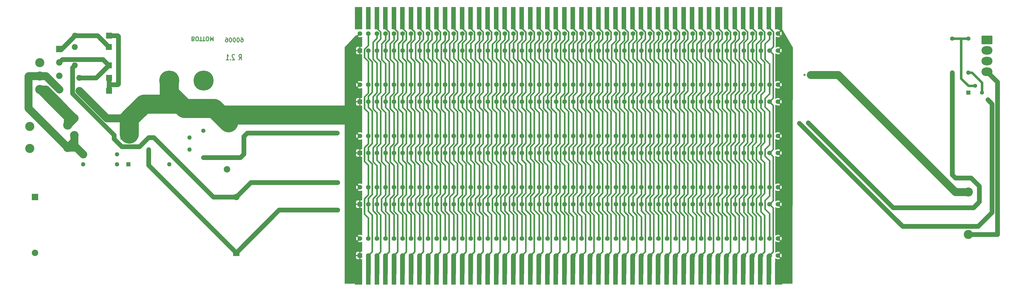
<source format=gbl>
G04 #@! TF.GenerationSoftware,KiCad,Pcbnew,(6.0.0)*
G04 #@! TF.CreationDate,2022-11-09T00:17:05-05:00*
G04 #@! TF.ProjectId,poly88 backplane rev 2.1,706f6c79-3838-4206-9261-636b706c616e,rev?*
G04 #@! TF.SameCoordinates,Original*
G04 #@! TF.FileFunction,Copper,L2,Bot*
G04 #@! TF.FilePolarity,Positive*
%FSLAX46Y46*%
G04 Gerber Fmt 4.6, Leading zero omitted, Abs format (unit mm)*
G04 Created by KiCad (PCBNEW (6.0.0)) date 2022-11-09 00:17:05*
%MOMM*%
%LPD*%
G01*
G04 APERTURE LIST*
G04 Aperture macros list*
%AMRoundRect*
0 Rectangle with rounded corners*
0 $1 Rounding radius*
0 $2 $3 $4 $5 $6 $7 $8 $9 X,Y pos of 4 corners*
0 Add a 4 corners polygon primitive as box body*
4,1,4,$2,$3,$4,$5,$6,$7,$8,$9,$2,$3,0*
0 Add four circle primitives for the rounded corners*
1,1,$1+$1,$2,$3*
1,1,$1+$1,$4,$5*
1,1,$1+$1,$6,$7*
1,1,$1+$1,$8,$9*
0 Add four rect primitives between the rounded corners*
20,1,$1+$1,$2,$3,$4,$5,0*
20,1,$1+$1,$4,$5,$6,$7,0*
20,1,$1+$1,$6,$7,$8,$9,0*
20,1,$1+$1,$8,$9,$2,$3,0*%
G04 Aperture macros list end*
%ADD10C,0.300000*%
G04 #@! TA.AperFunction,NonConductor*
%ADD11C,0.300000*%
G04 #@! TD*
G04 #@! TA.AperFunction,ComponentPad*
%ADD12R,1.755000X1.755000*%
G04 #@! TD*
G04 #@! TA.AperFunction,ComponentPad*
%ADD13C,1.755000*%
G04 #@! TD*
G04 #@! TA.AperFunction,ComponentPad*
%ADD14R,2.200000X2.200000*%
G04 #@! TD*
G04 #@! TA.AperFunction,ComponentPad*
%ADD15O,2.200000X2.200000*%
G04 #@! TD*
G04 #@! TA.AperFunction,ComponentPad*
%ADD16R,3.200000X3.200000*%
G04 #@! TD*
G04 #@! TA.AperFunction,ComponentPad*
%ADD17O,3.200000X3.200000*%
G04 #@! TD*
G04 #@! TA.AperFunction,ComponentPad*
%ADD18C,1.600000*%
G04 #@! TD*
G04 #@! TA.AperFunction,ComponentPad*
%ADD19O,1.600000X1.600000*%
G04 #@! TD*
G04 #@! TA.AperFunction,ComponentPad*
%ADD20C,3.400000*%
G04 #@! TD*
G04 #@! TA.AperFunction,ComponentPad*
%ADD21C,7.450000*%
G04 #@! TD*
G04 #@! TA.AperFunction,ComponentPad*
%ADD22RoundRect,0.250000X-1.800000X1.330000X-1.800000X-1.330000X1.800000X-1.330000X1.800000X1.330000X0*%
G04 #@! TD*
G04 #@! TA.AperFunction,ComponentPad*
%ADD23O,4.100000X3.160000*%
G04 #@! TD*
G04 #@! TA.AperFunction,ComponentPad*
%ADD24R,1.600000X1.600000*%
G04 #@! TD*
G04 #@! TA.AperFunction,ComponentPad*
%ADD25R,2.400000X2.400000*%
G04 #@! TD*
G04 #@! TA.AperFunction,ComponentPad*
%ADD26C,2.400000*%
G04 #@! TD*
G04 #@! TA.AperFunction,ComponentPad*
%ADD27R,1.500000X1.500000*%
G04 #@! TD*
G04 #@! TA.AperFunction,ComponentPad*
%ADD28C,1.500000*%
G04 #@! TD*
G04 #@! TA.AperFunction,ComponentPad*
%ADD29O,2.400000X2.400000*%
G04 #@! TD*
G04 #@! TA.AperFunction,ConnectorPad*
%ADD30R,2.794000X8.382000*%
G04 #@! TD*
G04 #@! TA.AperFunction,ConnectorPad*
%ADD31R,1.778000X8.382000*%
G04 #@! TD*
G04 #@! TA.AperFunction,ViaPad*
%ADD32C,0.800000*%
G04 #@! TD*
G04 #@! TA.AperFunction,Conductor*
%ADD33C,7.140000*%
G04 #@! TD*
G04 #@! TA.AperFunction,Conductor*
%ADD34C,3.000000*%
G04 #@! TD*
G04 #@! TA.AperFunction,Conductor*
%ADD35C,0.600000*%
G04 #@! TD*
G04 #@! TA.AperFunction,Conductor*
%ADD36C,1.778000*%
G04 #@! TD*
G04 #@! TA.AperFunction,Conductor*
%ADD37C,0.900000*%
G04 #@! TD*
G04 APERTURE END LIST*
D10*
D11*
X118367857Y-81039511D02*
X118867857Y-80087130D01*
X119225000Y-81039511D02*
X119225000Y-79039511D01*
X118653571Y-79039511D01*
X118510714Y-79134750D01*
X118439285Y-79229988D01*
X118367857Y-79420464D01*
X118367857Y-79706178D01*
X118439285Y-79896654D01*
X118510714Y-79991892D01*
X118653571Y-80087130D01*
X119225000Y-80087130D01*
X116653571Y-79229988D02*
X116582142Y-79134750D01*
X116439285Y-79039511D01*
X116082142Y-79039511D01*
X115939285Y-79134750D01*
X115867857Y-79229988D01*
X115796428Y-79420464D01*
X115796428Y-79610940D01*
X115867857Y-79896654D01*
X116725000Y-81039511D01*
X115796428Y-81039511D01*
X115153571Y-80849035D02*
X115082142Y-80944273D01*
X115153571Y-81039511D01*
X115225000Y-80944273D01*
X115153571Y-80849035D01*
X115153571Y-81039511D01*
X113653571Y-81039511D02*
X114510714Y-81039511D01*
X114082142Y-81039511D02*
X114082142Y-79039511D01*
X114225000Y-79325226D01*
X114367857Y-79515702D01*
X114510714Y-79610940D01*
D10*
D11*
X119173428Y-72836321D02*
X119459142Y-72836321D01*
X119602000Y-72907750D01*
X119673428Y-72979178D01*
X119816285Y-73193464D01*
X119887714Y-73479178D01*
X119887714Y-74050607D01*
X119816285Y-74193464D01*
X119744857Y-74264892D01*
X119602000Y-74336321D01*
X119316285Y-74336321D01*
X119173428Y-74264892D01*
X119102000Y-74193464D01*
X119030571Y-74050607D01*
X119030571Y-73693464D01*
X119102000Y-73550607D01*
X119173428Y-73479178D01*
X119316285Y-73407750D01*
X119602000Y-73407750D01*
X119744857Y-73479178D01*
X119816285Y-73550607D01*
X119887714Y-73693464D01*
X118102000Y-72836321D02*
X117959142Y-72836321D01*
X117816285Y-72907750D01*
X117744857Y-72979178D01*
X117673428Y-73122035D01*
X117602000Y-73407750D01*
X117602000Y-73764892D01*
X117673428Y-74050607D01*
X117744857Y-74193464D01*
X117816285Y-74264892D01*
X117959142Y-74336321D01*
X118102000Y-74336321D01*
X118244857Y-74264892D01*
X118316285Y-74193464D01*
X118387714Y-74050607D01*
X118459142Y-73764892D01*
X118459142Y-73407750D01*
X118387714Y-73122035D01*
X118316285Y-72979178D01*
X118244857Y-72907750D01*
X118102000Y-72836321D01*
X116673428Y-72836321D02*
X116530571Y-72836321D01*
X116387714Y-72907750D01*
X116316285Y-72979178D01*
X116244857Y-73122035D01*
X116173428Y-73407750D01*
X116173428Y-73764892D01*
X116244857Y-74050607D01*
X116316285Y-74193464D01*
X116387714Y-74264892D01*
X116530571Y-74336321D01*
X116673428Y-74336321D01*
X116816285Y-74264892D01*
X116887714Y-74193464D01*
X116959142Y-74050607D01*
X117030571Y-73764892D01*
X117030571Y-73407750D01*
X116959142Y-73122035D01*
X116887714Y-72979178D01*
X116816285Y-72907750D01*
X116673428Y-72836321D01*
X115244857Y-72836321D02*
X115102000Y-72836321D01*
X114959142Y-72907750D01*
X114887714Y-72979178D01*
X114816285Y-73122035D01*
X114744857Y-73407750D01*
X114744857Y-73764892D01*
X114816285Y-74050607D01*
X114887714Y-74193464D01*
X114959142Y-74264892D01*
X115102000Y-74336321D01*
X115244857Y-74336321D01*
X115387714Y-74264892D01*
X115459142Y-74193464D01*
X115530571Y-74050607D01*
X115602000Y-73764892D01*
X115602000Y-73407750D01*
X115530571Y-73122035D01*
X115459142Y-72979178D01*
X115387714Y-72907750D01*
X115244857Y-72836321D01*
X113459142Y-72836321D02*
X113744857Y-72836321D01*
X113887714Y-72907750D01*
X113959142Y-72979178D01*
X114102000Y-73193464D01*
X114173428Y-73479178D01*
X114173428Y-74050607D01*
X114102000Y-74193464D01*
X114030571Y-74264892D01*
X113887714Y-74336321D01*
X113602000Y-74336321D01*
X113459142Y-74264892D01*
X113387714Y-74193464D01*
X113316285Y-74050607D01*
X113316285Y-73693464D01*
X113387714Y-73550607D01*
X113459142Y-73479178D01*
X113602000Y-73407750D01*
X113887714Y-73407750D01*
X114030571Y-73479178D01*
X114102000Y-73550607D01*
X114173428Y-73693464D01*
D10*
D11*
X101326714Y-73256892D02*
X101541000Y-73185464D01*
X101612428Y-73114035D01*
X101683857Y-72971178D01*
X101683857Y-72756892D01*
X101612428Y-72614035D01*
X101541000Y-72542607D01*
X101398142Y-72471178D01*
X100826714Y-72471178D01*
X100826714Y-73971178D01*
X101326714Y-73971178D01*
X101469571Y-73899750D01*
X101541000Y-73828321D01*
X101612428Y-73685464D01*
X101612428Y-73542607D01*
X101541000Y-73399750D01*
X101469571Y-73328321D01*
X101326714Y-73256892D01*
X100826714Y-73256892D01*
X102612428Y-73971178D02*
X102898142Y-73971178D01*
X103041000Y-73899750D01*
X103183857Y-73756892D01*
X103255285Y-73471178D01*
X103255285Y-72971178D01*
X103183857Y-72685464D01*
X103041000Y-72542607D01*
X102898142Y-72471178D01*
X102612428Y-72471178D01*
X102469571Y-72542607D01*
X102326714Y-72685464D01*
X102255285Y-72971178D01*
X102255285Y-73471178D01*
X102326714Y-73756892D01*
X102469571Y-73899750D01*
X102612428Y-73971178D01*
X103683857Y-73971178D02*
X104541000Y-73971178D01*
X104112428Y-72471178D02*
X104112428Y-73971178D01*
X104826714Y-73971178D02*
X105683857Y-73971178D01*
X105255285Y-72471178D02*
X105255285Y-73971178D01*
X106469571Y-73971178D02*
X106755285Y-73971178D01*
X106898142Y-73899750D01*
X107041000Y-73756892D01*
X107112428Y-73471178D01*
X107112428Y-72971178D01*
X107041000Y-72685464D01*
X106898142Y-72542607D01*
X106755285Y-72471178D01*
X106469571Y-72471178D01*
X106326714Y-72542607D01*
X106183857Y-72685464D01*
X106112428Y-72971178D01*
X106112428Y-73471178D01*
X106183857Y-73756892D01*
X106326714Y-73899750D01*
X106469571Y-73971178D01*
X107755285Y-72471178D02*
X107755285Y-73971178D01*
X108255285Y-72899750D01*
X108755285Y-73971178D01*
X108755285Y-72471178D01*
D12*
X163406000Y-77554750D03*
D13*
X166586000Y-77554750D03*
X169766000Y-77554750D03*
X172946000Y-77554750D03*
X176126000Y-77554750D03*
X179306000Y-77554750D03*
X182486000Y-77554750D03*
X185666000Y-77554750D03*
X188846000Y-77554750D03*
X192026000Y-77554750D03*
X195206000Y-77554750D03*
X198386000Y-77554750D03*
X201566000Y-77554750D03*
X204746000Y-77554750D03*
X207926000Y-77554750D03*
X211106000Y-77554750D03*
X214286000Y-77554750D03*
X217466000Y-77554750D03*
X220646000Y-77554750D03*
X223826000Y-77554750D03*
X227006000Y-77554750D03*
X230186000Y-77554750D03*
X233366000Y-77554750D03*
X236546000Y-77554750D03*
X239726000Y-77554750D03*
X242906000Y-77554750D03*
X246086000Y-77554750D03*
X249266000Y-77554750D03*
X252446000Y-77554750D03*
X255626000Y-77554750D03*
X258806000Y-77554750D03*
X261986000Y-77554750D03*
X265166000Y-77554750D03*
X268346000Y-77554750D03*
X271526000Y-77554750D03*
X274706000Y-77554750D03*
X277886000Y-77554750D03*
X281066000Y-77554750D03*
X284246000Y-77554750D03*
X287426000Y-77554750D03*
X290606000Y-77554750D03*
X293786000Y-77554750D03*
X296966000Y-77554750D03*
X300146000Y-77554750D03*
X303326000Y-77554750D03*
X306506000Y-77554750D03*
X309686000Y-77554750D03*
X312866000Y-77554750D03*
X316046000Y-77554750D03*
X319226000Y-77554750D03*
X163406000Y-71204750D03*
X166586000Y-71204750D03*
X169766000Y-71204750D03*
X172946000Y-71204750D03*
X176126000Y-71204750D03*
X179306000Y-71204750D03*
X182486000Y-71204750D03*
X185666000Y-71204750D03*
X188846000Y-71204750D03*
X192026000Y-71204750D03*
X195206000Y-71204750D03*
X198386000Y-71204750D03*
X201566000Y-71204750D03*
X204746000Y-71204750D03*
X207926000Y-71204750D03*
X211106000Y-71204750D03*
X214286000Y-71204750D03*
X217466000Y-71204750D03*
X220646000Y-71204750D03*
X223826000Y-71204750D03*
X227006000Y-71204750D03*
X230186000Y-71204750D03*
X233366000Y-71204750D03*
X236546000Y-71204750D03*
X239726000Y-71204750D03*
X242906000Y-71204750D03*
X246086000Y-71204750D03*
X249266000Y-71204750D03*
X252446000Y-71204750D03*
X255626000Y-71204750D03*
X258806000Y-71204750D03*
X261986000Y-71204750D03*
X265166000Y-71204750D03*
X268346000Y-71204750D03*
X271526000Y-71204750D03*
X274706000Y-71204750D03*
X277886000Y-71204750D03*
X281066000Y-71204750D03*
X284246000Y-71204750D03*
X287426000Y-71204750D03*
X290606000Y-71204750D03*
X293786000Y-71204750D03*
X296966000Y-71204750D03*
X300146000Y-71204750D03*
X303326000Y-71204750D03*
X306506000Y-71204750D03*
X309686000Y-71204750D03*
X312866000Y-71204750D03*
X316046000Y-71204750D03*
X319226000Y-71204750D03*
D14*
X69966000Y-92534750D03*
D15*
X58876000Y-92534750D03*
D16*
X75826000Y-102784750D03*
D17*
X56996000Y-102784750D03*
D18*
X72906000Y-120004750D03*
D19*
X60296000Y-120004750D03*
D18*
X72906000Y-116284750D03*
D19*
X60296000Y-116284750D03*
D20*
X54531000Y-105354750D03*
D21*
X92351000Y-88789750D03*
X105131000Y-88789750D03*
D22*
X397131000Y-73574750D03*
D23*
X397131000Y-77534750D03*
X397131000Y-81494750D03*
X397131000Y-85454750D03*
D24*
X77106000Y-120004750D03*
D19*
X92346000Y-120004750D03*
D14*
X69966000Y-87784750D03*
D15*
X58876000Y-87784750D03*
D18*
X84696000Y-114474750D03*
D19*
X99936000Y-114474750D03*
D12*
X163406000Y-115779750D03*
D13*
X166586000Y-115779750D03*
X169766000Y-115779750D03*
X172946000Y-115779750D03*
X176126000Y-115779750D03*
X179306000Y-115779750D03*
X182486000Y-115779750D03*
X185666000Y-115779750D03*
X188846000Y-115779750D03*
X192026000Y-115779750D03*
X195206000Y-115779750D03*
X198386000Y-115779750D03*
X201566000Y-115779750D03*
X204746000Y-115779750D03*
X207926000Y-115779750D03*
X211106000Y-115779750D03*
X214286000Y-115779750D03*
X217466000Y-115779750D03*
X220646000Y-115779750D03*
X223826000Y-115779750D03*
X227006000Y-115779750D03*
X230186000Y-115779750D03*
X233366000Y-115779750D03*
X236546000Y-115779750D03*
X239726000Y-115779750D03*
X242906000Y-115779750D03*
X246086000Y-115779750D03*
X249266000Y-115779750D03*
X252446000Y-115779750D03*
X255626000Y-115779750D03*
X258806000Y-115779750D03*
X261986000Y-115779750D03*
X265166000Y-115779750D03*
X268346000Y-115779750D03*
X271526000Y-115779750D03*
X274706000Y-115779750D03*
X277886000Y-115779750D03*
X281066000Y-115779750D03*
X284246000Y-115779750D03*
X287426000Y-115779750D03*
X290606000Y-115779750D03*
X293786000Y-115779750D03*
X296966000Y-115779750D03*
X300146000Y-115779750D03*
X303326000Y-115779750D03*
X306506000Y-115779750D03*
X309686000Y-115779750D03*
X312866000Y-115779750D03*
X316046000Y-115779750D03*
X319226000Y-115779750D03*
X163406000Y-109429750D03*
X166586000Y-109429750D03*
X169766000Y-109429750D03*
X172946000Y-109429750D03*
X176126000Y-109429750D03*
X179306000Y-109429750D03*
X182486000Y-109429750D03*
X185666000Y-109429750D03*
X188846000Y-109429750D03*
X192026000Y-109429750D03*
X195206000Y-109429750D03*
X198386000Y-109429750D03*
X201566000Y-109429750D03*
X204746000Y-109429750D03*
X207926000Y-109429750D03*
X211106000Y-109429750D03*
X214286000Y-109429750D03*
X217466000Y-109429750D03*
X220646000Y-109429750D03*
X223826000Y-109429750D03*
X227006000Y-109429750D03*
X230186000Y-109429750D03*
X233366000Y-109429750D03*
X236546000Y-109429750D03*
X239726000Y-109429750D03*
X242906000Y-109429750D03*
X246086000Y-109429750D03*
X249266000Y-109429750D03*
X252446000Y-109429750D03*
X255626000Y-109429750D03*
X258806000Y-109429750D03*
X261986000Y-109429750D03*
X265166000Y-109429750D03*
X268346000Y-109429750D03*
X271526000Y-109429750D03*
X274706000Y-109429750D03*
X277886000Y-109429750D03*
X281066000Y-109429750D03*
X284246000Y-109429750D03*
X287426000Y-109429750D03*
X290606000Y-109429750D03*
X293786000Y-109429750D03*
X296966000Y-109429750D03*
X300146000Y-109429750D03*
X303326000Y-109429750D03*
X306506000Y-109429750D03*
X309686000Y-109429750D03*
X312866000Y-109429750D03*
X316046000Y-109429750D03*
X319226000Y-109429750D03*
D25*
X51366000Y-76954750D03*
D26*
X51366000Y-81984750D03*
X51366000Y-87014750D03*
X51366000Y-92044750D03*
X51366000Y-97074750D03*
D16*
X75826000Y-109164750D03*
D17*
X56996000Y-109164750D03*
D14*
X69866000Y-76204750D03*
D15*
X57166000Y-76204750D03*
D18*
X390126000Y-73124750D03*
D19*
X390126000Y-85824750D03*
D27*
X390156000Y-93254750D03*
D28*
X392696000Y-90714750D03*
X395236000Y-93254750D03*
D26*
X113856000Y-106644750D03*
D29*
X113856000Y-121884750D03*
D20*
X40406000Y-105874750D03*
D18*
X84696000Y-109974750D03*
D19*
X99936000Y-109974750D03*
D12*
X163406000Y-96667250D03*
D13*
X166586000Y-96667250D03*
X169766000Y-96667250D03*
X172946000Y-96667250D03*
X176126000Y-96667250D03*
X179306000Y-96667250D03*
X182486000Y-96667250D03*
X185666000Y-96667250D03*
X188846000Y-96667250D03*
X192026000Y-96667250D03*
X195206000Y-96667250D03*
X198386000Y-96667250D03*
X201566000Y-96667250D03*
X204746000Y-96667250D03*
X207926000Y-96667250D03*
X211106000Y-96667250D03*
X214286000Y-96667250D03*
X217466000Y-96667250D03*
X220646000Y-96667250D03*
X223826000Y-96667250D03*
X227006000Y-96667250D03*
X230186000Y-96667250D03*
X233366000Y-96667250D03*
X236546000Y-96667250D03*
X239726000Y-96667250D03*
X242906000Y-96667250D03*
X246086000Y-96667250D03*
X249266000Y-96667250D03*
X252446000Y-96667250D03*
X255626000Y-96667250D03*
X258806000Y-96667250D03*
X261986000Y-96667250D03*
X265166000Y-96667250D03*
X268346000Y-96667250D03*
X271526000Y-96667250D03*
X274706000Y-96667250D03*
X277886000Y-96667250D03*
X281066000Y-96667250D03*
X284246000Y-96667250D03*
X287426000Y-96667250D03*
X290606000Y-96667250D03*
X293786000Y-96667250D03*
X296966000Y-96667250D03*
X300146000Y-96667250D03*
X303326000Y-96667250D03*
X306506000Y-96667250D03*
X309686000Y-96667250D03*
X312866000Y-96667250D03*
X316046000Y-96667250D03*
X319226000Y-96667250D03*
X163406000Y-90317250D03*
X166586000Y-90317250D03*
X169766000Y-90317250D03*
X172946000Y-90317250D03*
X176126000Y-90317250D03*
X179306000Y-90317250D03*
X182486000Y-90317250D03*
X185666000Y-90317250D03*
X188846000Y-90317250D03*
X192026000Y-90317250D03*
X195206000Y-90317250D03*
X198386000Y-90317250D03*
X201566000Y-90317250D03*
X204746000Y-90317250D03*
X207926000Y-90317250D03*
X211106000Y-90317250D03*
X214286000Y-90317250D03*
X217466000Y-90317250D03*
X220646000Y-90317250D03*
X223826000Y-90317250D03*
X227006000Y-90317250D03*
X230186000Y-90317250D03*
X233366000Y-90317250D03*
X236546000Y-90317250D03*
X239726000Y-90317250D03*
X242906000Y-90317250D03*
X246086000Y-90317250D03*
X249266000Y-90317250D03*
X252446000Y-90317250D03*
X255626000Y-90317250D03*
X258806000Y-90317250D03*
X261986000Y-90317250D03*
X265166000Y-90317250D03*
X268346000Y-90317250D03*
X271526000Y-90317250D03*
X274706000Y-90317250D03*
X277886000Y-90317250D03*
X281066000Y-90317250D03*
X284246000Y-90317250D03*
X287426000Y-90317250D03*
X290606000Y-90317250D03*
X293786000Y-90317250D03*
X296966000Y-90317250D03*
X300146000Y-90317250D03*
X303326000Y-90317250D03*
X306506000Y-90317250D03*
X309686000Y-90317250D03*
X312866000Y-90317250D03*
X316046000Y-90317250D03*
X319226000Y-90317250D03*
D20*
X44086000Y-92084750D03*
D18*
X105086000Y-117454750D03*
X105086000Y-107454750D03*
D20*
X54531000Y-113744750D03*
D25*
X117326000Y-152984750D03*
D29*
X42326000Y-152984750D03*
D20*
X44086000Y-87059750D03*
X390160000Y-146174750D03*
X390160000Y-130299750D03*
X44086000Y-82034750D03*
X40406000Y-114114750D03*
D14*
X69966000Y-72014750D03*
D15*
X57266000Y-72014750D03*
D18*
X384136000Y-73124750D03*
D19*
X384136000Y-85824750D03*
D25*
X42326000Y-132184750D03*
D29*
X117326000Y-132184750D03*
D12*
X163406000Y-154004750D03*
D13*
X166586000Y-154004750D03*
X169766000Y-154004750D03*
X172946000Y-154004750D03*
X176126000Y-154004750D03*
X179306000Y-154004750D03*
X182486000Y-154004750D03*
X185666000Y-154004750D03*
X188846000Y-154004750D03*
X192026000Y-154004750D03*
X195206000Y-154004750D03*
X198386000Y-154004750D03*
X201566000Y-154004750D03*
X204746000Y-154004750D03*
X207926000Y-154004750D03*
X211106000Y-154004750D03*
X214286000Y-154004750D03*
X217466000Y-154004750D03*
X220646000Y-154004750D03*
X223826000Y-154004750D03*
X227006000Y-154004750D03*
X230186000Y-154004750D03*
X233366000Y-154004750D03*
X236546000Y-154004750D03*
X239726000Y-154004750D03*
X242906000Y-154004750D03*
X246086000Y-154004750D03*
X249266000Y-154004750D03*
X252446000Y-154004750D03*
X255626000Y-154004750D03*
X258806000Y-154004750D03*
X261986000Y-154004750D03*
X265166000Y-154004750D03*
X268346000Y-154004750D03*
X271526000Y-154004750D03*
X274706000Y-154004750D03*
X277886000Y-154004750D03*
X281066000Y-154004750D03*
X284246000Y-154004750D03*
X287426000Y-154004750D03*
X290606000Y-154004750D03*
X293786000Y-154004750D03*
X296966000Y-154004750D03*
X300146000Y-154004750D03*
X303326000Y-154004750D03*
X306506000Y-154004750D03*
X309686000Y-154004750D03*
X312866000Y-154004750D03*
X316046000Y-154004750D03*
X319226000Y-154004750D03*
X163406000Y-147654750D03*
X166586000Y-147654750D03*
X169766000Y-147654750D03*
X172946000Y-147654750D03*
X176126000Y-147654750D03*
X179306000Y-147654750D03*
X182486000Y-147654750D03*
X185666000Y-147654750D03*
X188846000Y-147654750D03*
X192026000Y-147654750D03*
X195206000Y-147654750D03*
X198386000Y-147654750D03*
X201566000Y-147654750D03*
X204746000Y-147654750D03*
X207926000Y-147654750D03*
X211106000Y-147654750D03*
X214286000Y-147654750D03*
X217466000Y-147654750D03*
X220646000Y-147654750D03*
X223826000Y-147654750D03*
X227006000Y-147654750D03*
X230186000Y-147654750D03*
X233366000Y-147654750D03*
X236546000Y-147654750D03*
X239726000Y-147654750D03*
X242906000Y-147654750D03*
X246086000Y-147654750D03*
X249266000Y-147654750D03*
X252446000Y-147654750D03*
X255626000Y-147654750D03*
X258806000Y-147654750D03*
X261986000Y-147654750D03*
X265166000Y-147654750D03*
X268346000Y-147654750D03*
X271526000Y-147654750D03*
X274706000Y-147654750D03*
X277886000Y-147654750D03*
X281066000Y-147654750D03*
X284246000Y-147654750D03*
X287426000Y-147654750D03*
X290606000Y-147654750D03*
X293786000Y-147654750D03*
X296966000Y-147654750D03*
X300146000Y-147654750D03*
X303326000Y-147654750D03*
X306506000Y-147654750D03*
X309686000Y-147654750D03*
X312866000Y-147654750D03*
X316046000Y-147654750D03*
X319226000Y-147654750D03*
D14*
X69866000Y-83054750D03*
D15*
X57166000Y-83054750D03*
D12*
X163406000Y-134892250D03*
D13*
X166586000Y-134892250D03*
X169766000Y-134892250D03*
X172946000Y-134892250D03*
X176126000Y-134892250D03*
X179306000Y-134892250D03*
X182486000Y-134892250D03*
X185666000Y-134892250D03*
X188846000Y-134892250D03*
X192026000Y-134892250D03*
X195206000Y-134892250D03*
X198386000Y-134892250D03*
X201566000Y-134892250D03*
X204746000Y-134892250D03*
X207926000Y-134892250D03*
X211106000Y-134892250D03*
X214286000Y-134892250D03*
X217466000Y-134892250D03*
X220646000Y-134892250D03*
X223826000Y-134892250D03*
X227006000Y-134892250D03*
X230186000Y-134892250D03*
X233366000Y-134892250D03*
X236546000Y-134892250D03*
X239726000Y-134892250D03*
X242906000Y-134892250D03*
X246086000Y-134892250D03*
X249266000Y-134892250D03*
X252446000Y-134892250D03*
X255626000Y-134892250D03*
X258806000Y-134892250D03*
X261986000Y-134892250D03*
X265166000Y-134892250D03*
X268346000Y-134892250D03*
X271526000Y-134892250D03*
X274706000Y-134892250D03*
X277886000Y-134892250D03*
X281066000Y-134892250D03*
X284246000Y-134892250D03*
X287426000Y-134892250D03*
X290606000Y-134892250D03*
X293786000Y-134892250D03*
X296966000Y-134892250D03*
X300146000Y-134892250D03*
X303326000Y-134892250D03*
X306506000Y-134892250D03*
X309686000Y-134892250D03*
X312866000Y-134892250D03*
X316046000Y-134892250D03*
X319226000Y-134892250D03*
X163406000Y-128542250D03*
X166586000Y-128542250D03*
X169766000Y-128542250D03*
X172946000Y-128542250D03*
X176126000Y-128542250D03*
X179306000Y-128542250D03*
X182486000Y-128542250D03*
X185666000Y-128542250D03*
X188846000Y-128542250D03*
X192026000Y-128542250D03*
X195206000Y-128542250D03*
X198386000Y-128542250D03*
X201566000Y-128542250D03*
X204746000Y-128542250D03*
X207926000Y-128542250D03*
X211106000Y-128542250D03*
X214286000Y-128542250D03*
X217466000Y-128542250D03*
X220646000Y-128542250D03*
X223826000Y-128542250D03*
X227006000Y-128542250D03*
X230186000Y-128542250D03*
X233366000Y-128542250D03*
X236546000Y-128542250D03*
X239726000Y-128542250D03*
X242906000Y-128542250D03*
X246086000Y-128542250D03*
X249266000Y-128542250D03*
X252446000Y-128542250D03*
X255626000Y-128542250D03*
X258806000Y-128542250D03*
X261986000Y-128542250D03*
X265166000Y-128542250D03*
X268346000Y-128542250D03*
X271526000Y-128542250D03*
X274706000Y-128542250D03*
X277886000Y-128542250D03*
X281066000Y-128542250D03*
X284246000Y-128542250D03*
X287426000Y-128542250D03*
X290606000Y-128542250D03*
X293786000Y-128542250D03*
X296966000Y-128542250D03*
X300146000Y-128542250D03*
X303326000Y-128542250D03*
X306506000Y-128542250D03*
X309686000Y-128542250D03*
X312866000Y-128542250D03*
X316046000Y-128542250D03*
X319226000Y-128542250D03*
D30*
X162903000Y-65473750D03*
D31*
X166586000Y-65473750D03*
X169761000Y-65473750D03*
X172936000Y-65473750D03*
X176111000Y-65473750D03*
X179286000Y-65473750D03*
X182461000Y-65473750D03*
X185636000Y-65473750D03*
X188811000Y-65473750D03*
X191986000Y-65473750D03*
X195161000Y-65473750D03*
X198336000Y-65473750D03*
X201511000Y-65473750D03*
X204686000Y-65473750D03*
X207861000Y-65473750D03*
X211036000Y-65473750D03*
X214211000Y-65473750D03*
X217386000Y-65473750D03*
X220561000Y-65473750D03*
X223736000Y-65473750D03*
X226911000Y-65473750D03*
X230086000Y-65473750D03*
X233261000Y-65473750D03*
X236436000Y-65473750D03*
X239611000Y-65473750D03*
X242786000Y-65473750D03*
X245961000Y-65473750D03*
X249136000Y-65473750D03*
X252311000Y-65473750D03*
X255486000Y-65473750D03*
X258661000Y-65473750D03*
X261836000Y-65473750D03*
X265011000Y-65473750D03*
X268186000Y-65473750D03*
X271361000Y-65473750D03*
X274536000Y-65473750D03*
X277711000Y-65473750D03*
X280886000Y-65473750D03*
X284061000Y-65473750D03*
X287236000Y-65473750D03*
X290411000Y-65473750D03*
X293586000Y-65473750D03*
X296761000Y-65473750D03*
X299936000Y-65473750D03*
X303111000Y-65473750D03*
X306286000Y-65473750D03*
X309461000Y-65473750D03*
X312636000Y-65473750D03*
X315811000Y-65473750D03*
D30*
X319494000Y-65473750D03*
X162903000Y-160742750D03*
D31*
X166586000Y-160742750D03*
X169761000Y-160742750D03*
X172936000Y-160742750D03*
X176111000Y-160742750D03*
X179286000Y-160742750D03*
X182461000Y-160742750D03*
X185636000Y-160742750D03*
X188811000Y-160742750D03*
X191986000Y-160742750D03*
X195161000Y-160742750D03*
X198336000Y-160742750D03*
X201511000Y-160742750D03*
X204686000Y-160742750D03*
X207861000Y-160742750D03*
X211036000Y-160742750D03*
X214211000Y-160742750D03*
X217386000Y-160742750D03*
X220561000Y-160742750D03*
X223736000Y-160742750D03*
X226911000Y-160742750D03*
X230086000Y-160742750D03*
X233261000Y-160742750D03*
X236436000Y-160742750D03*
X239611000Y-160742750D03*
X242786000Y-160742750D03*
X245961000Y-160742750D03*
X249136000Y-160742750D03*
X252311000Y-160742750D03*
X255486000Y-160742750D03*
X258661000Y-160742750D03*
X261836000Y-160742750D03*
X265011000Y-160742750D03*
X268186000Y-160742750D03*
X271361000Y-160742750D03*
X274536000Y-160742750D03*
X277711000Y-160742750D03*
X280886000Y-160742750D03*
X284061000Y-160742750D03*
X287236000Y-160742750D03*
X290411000Y-160742750D03*
X293586000Y-160742750D03*
X296761000Y-160742750D03*
X299936000Y-160742750D03*
X303111000Y-160742750D03*
X306286000Y-160742750D03*
X309461000Y-160742750D03*
X312636000Y-160742750D03*
X315811000Y-160742750D03*
D30*
X319494000Y-160742750D03*
D32*
X331359000Y-86611750D03*
X329073000Y-86611750D03*
X155083000Y-137030750D03*
X155083000Y-126743750D03*
X154956000Y-108328750D03*
X330470000Y-104518750D03*
X327168000Y-104645750D03*
X397399000Y-95882750D03*
D33*
X112157000Y-101597750D02*
X160417000Y-101597750D01*
X111839500Y-101915250D02*
X114443000Y-104518750D01*
D34*
X75826000Y-102784750D02*
X69126000Y-102784750D01*
D33*
X92351000Y-97527750D02*
X96403000Y-97527750D01*
X98060000Y-99184750D02*
X92351000Y-93475750D01*
X109109000Y-99184750D02*
X111839500Y-101915250D01*
X92351000Y-97527750D02*
X82953000Y-97527750D01*
X100092000Y-99184750D02*
X109109000Y-99184750D01*
X92351000Y-88789750D02*
X92351000Y-93475750D01*
D34*
X385334000Y-130299750D02*
X390160000Y-130299750D01*
X69126000Y-102784750D02*
X58876000Y-92534750D01*
D33*
X77486000Y-102994750D02*
X77486000Y-108709750D01*
X111839500Y-101915250D02*
X112157000Y-101597750D01*
D34*
X331359000Y-86611750D02*
X341646000Y-86611750D01*
D33*
X92351000Y-93475750D02*
X92351000Y-97527750D01*
X82953000Y-97527750D02*
X77486000Y-102994750D01*
X100092000Y-99184750D02*
X98060000Y-99184750D01*
X96403000Y-97527750D02*
X98060000Y-99184750D01*
D34*
X341646000Y-86611750D02*
X385334000Y-130299750D01*
X39954000Y-87059750D02*
X44086000Y-87059750D01*
X56996000Y-109164750D02*
X56996000Y-111279750D01*
X56996000Y-112984750D02*
X60296000Y-116284750D01*
X39894000Y-99107750D02*
X39894000Y-87119750D01*
X39894000Y-87119750D02*
X39954000Y-87059750D01*
X56996000Y-111279750D02*
X54531000Y-113744750D01*
X56996000Y-109164750D02*
X56996000Y-112984750D01*
X57756000Y-113744750D02*
X60296000Y-116284750D01*
X54531000Y-113744750D02*
X57756000Y-113744750D01*
X44086000Y-87059750D02*
X46381000Y-87059750D01*
X46381000Y-87059750D02*
X51366000Y-92044750D01*
X54531000Y-113744750D02*
X39894000Y-99107750D01*
X51366000Y-97074750D02*
X51366000Y-97154750D01*
X51366000Y-97154750D02*
X54201500Y-99990250D01*
X54531000Y-102529750D02*
X54531000Y-104169750D01*
X44086000Y-92084750D02*
X46376000Y-92084750D01*
X44086000Y-92084750D02*
X54531000Y-102529750D01*
X54531000Y-100319750D02*
X54201500Y-99990250D01*
X56996000Y-102784750D02*
X56996000Y-102889750D01*
X56996000Y-102889750D02*
X54531000Y-105354750D01*
X54531000Y-105354750D02*
X54531000Y-104169750D01*
X54201500Y-99990250D02*
X56996000Y-102784750D01*
X54531000Y-104169750D02*
X54531000Y-100319750D01*
X46376000Y-92084750D02*
X51366000Y-97074750D01*
D35*
X166586000Y-115779750D02*
X166586000Y-118455728D01*
X166586000Y-113568772D02*
X167963011Y-112191761D01*
D36*
X73160000Y-72014750D02*
X73422000Y-72276750D01*
D35*
X166586000Y-137505728D02*
X167963011Y-138882739D01*
D36*
X69966000Y-87784750D02*
X69966000Y-92534750D01*
D35*
X166586000Y-94518772D02*
X167963011Y-93141761D01*
D36*
X73168000Y-90294750D02*
X70247000Y-90294750D01*
X70247000Y-90294750D02*
X69966000Y-90013750D01*
X73422000Y-72276750D02*
X73422000Y-90040750D01*
D35*
X166586000Y-98770728D02*
X166586000Y-96667250D01*
X167963011Y-100147739D02*
X166586000Y-98770728D01*
D36*
X117326000Y-152984750D02*
X133280000Y-137030750D01*
D35*
X166586000Y-80355728D02*
X166586000Y-77554750D01*
D36*
X69966000Y-90013750D02*
X69966000Y-87784750D01*
D35*
X167963011Y-112191761D02*
X167963011Y-100147739D01*
X167963011Y-81732739D02*
X166586000Y-80355728D01*
D36*
X73422000Y-90040750D02*
X73168000Y-90294750D01*
X84696000Y-120354750D02*
X117326000Y-152984750D01*
D35*
X166586000Y-134892250D02*
X166586000Y-132639750D01*
X166586000Y-96667250D02*
X166586000Y-94518772D01*
D36*
X69966000Y-72014750D02*
X73160000Y-72014750D01*
D35*
X166586000Y-132639750D02*
X167963011Y-131262739D01*
D36*
X166586000Y-160742750D02*
X166586000Y-154004750D01*
D35*
X167963011Y-93141761D02*
X167963011Y-81732739D01*
X167963011Y-138882739D02*
X167963011Y-152627739D01*
D36*
X133280000Y-137030750D02*
X155083000Y-137030750D01*
D35*
X166586000Y-118455728D02*
X167963011Y-119832739D01*
D36*
X84696000Y-114474750D02*
X84696000Y-120354750D01*
D35*
X167963011Y-119832739D02*
X167963011Y-131262739D01*
X166586000Y-134892250D02*
X166586000Y-137505728D01*
X166586000Y-115779750D02*
X166586000Y-113568772D01*
X167963011Y-152627739D02*
X166586000Y-154004750D01*
D36*
X52484511Y-80866239D02*
X51366000Y-81984750D01*
X65136000Y-87784750D02*
X58876000Y-87784750D01*
X69866000Y-83054750D02*
X67677489Y-80866239D01*
X67677489Y-80866239D02*
X52484511Y-80866239D01*
X69866000Y-83054750D02*
X65136000Y-87784750D01*
D35*
X166586000Y-71204750D02*
X166586000Y-75607361D01*
X166586000Y-75607361D02*
X165116000Y-77077361D01*
X166586000Y-81604750D02*
X166586000Y-90317250D01*
X166586000Y-128542250D02*
X166586000Y-131369750D01*
X165116000Y-99184750D02*
X166586000Y-100654750D01*
X166586000Y-112319750D02*
X165116000Y-113789750D01*
D36*
X71771000Y-110486772D02*
X71771000Y-109090470D01*
X84696000Y-109974750D02*
X86625000Y-109974750D01*
D35*
X166586000Y-140024750D02*
X166586000Y-147654750D01*
D36*
X117326000Y-132184750D02*
X122767000Y-126743750D01*
X56287480Y-93606950D02*
X56287480Y-83933270D01*
D35*
X165116000Y-77077361D02*
X165116000Y-80134750D01*
D36*
X81302480Y-113368270D02*
X74652498Y-113368270D01*
X56287480Y-83933270D02*
X57166000Y-83054750D01*
D35*
X165116000Y-80134750D02*
X166586000Y-81604750D01*
D36*
X84696000Y-109974750D02*
X81302480Y-113368270D01*
D35*
X166586000Y-93388080D02*
X165116000Y-94858080D01*
X165116000Y-113789750D02*
X165116000Y-118869750D01*
X166586000Y-109429750D02*
X166586000Y-112319750D01*
D36*
X86625000Y-109974750D02*
X108835000Y-132184750D01*
D35*
X166586000Y-131369750D02*
X165116000Y-132839750D01*
X165116000Y-94858080D02*
X165116000Y-99184750D01*
D36*
X71771000Y-109090470D02*
X56287480Y-93606950D01*
D35*
X165116000Y-118869750D02*
X166586000Y-120339750D01*
D36*
X108835000Y-132184750D02*
X117326000Y-132184750D01*
D35*
X166586000Y-100654750D02*
X166586000Y-109429750D01*
X165116000Y-132839750D02*
X165116000Y-138554750D01*
D36*
X122767000Y-126743750D02*
X155083000Y-126743750D01*
X74652498Y-113368270D02*
X71771000Y-110486772D01*
D35*
X166586000Y-120339750D02*
X166586000Y-128542250D01*
X165116000Y-138554750D02*
X166586000Y-140024750D01*
X166586000Y-90317250D02*
X166586000Y-93388080D01*
D36*
X52326000Y-76954750D02*
X57266000Y-72014750D01*
X65676000Y-72014750D02*
X69866000Y-76204750D01*
X57266000Y-72014750D02*
X65676000Y-72014750D01*
X51366000Y-76954750D02*
X52326000Y-76954750D01*
D35*
X174641000Y-137284750D02*
X176126000Y-138769750D01*
D36*
X120158000Y-109598750D02*
X121428000Y-108328750D01*
D35*
X174641000Y-99184750D02*
X176126000Y-100669750D01*
X176126000Y-138769750D02*
X176126000Y-147654750D01*
X176126000Y-100669750D02*
X176126000Y-109429750D01*
X176126000Y-112239058D02*
X174641000Y-113724058D01*
D36*
X120158000Y-112138750D02*
X120158000Y-109598750D01*
D35*
X176126000Y-109429750D02*
X176126000Y-112239058D01*
X174641000Y-132839750D02*
X174641000Y-137284750D01*
X174641000Y-113724058D02*
X174641000Y-119009058D01*
X174641000Y-119009058D02*
X176126000Y-120494058D01*
X176126000Y-82254750D02*
X176126000Y-90317250D01*
X176126000Y-73569750D02*
X174641000Y-75054750D01*
X176126000Y-128542250D02*
X176126000Y-131354750D01*
D36*
X121428000Y-108328750D02*
X154956000Y-108328750D01*
X118870000Y-117454750D02*
X120158000Y-116166750D01*
D35*
X176126000Y-90317250D02*
X176126000Y-93394058D01*
X176126000Y-131354750D02*
X174641000Y-132839750D01*
X176126000Y-120494058D02*
X176126000Y-128542250D01*
X174641000Y-94879058D02*
X174641000Y-99184750D01*
X176126000Y-71204750D02*
X176126000Y-73569750D01*
X174641000Y-80769750D02*
X176126000Y-82254750D01*
D36*
X105086000Y-117454750D02*
X118870000Y-117454750D01*
X120158000Y-116166750D02*
X120158000Y-112138750D01*
D35*
X176126000Y-93394058D02*
X174641000Y-94879058D01*
D36*
X120158000Y-112138750D02*
X120158000Y-110614750D01*
D35*
X174641000Y-75054750D02*
X174641000Y-80769750D01*
D37*
X395236000Y-89528750D02*
X395236000Y-93254750D01*
D35*
X227006000Y-112224750D02*
X225441000Y-113789750D01*
X225441000Y-80909058D02*
X227006000Y-82474058D01*
X227006000Y-138849750D02*
X227006000Y-147654750D01*
X227006000Y-109429750D02*
X227006000Y-112224750D01*
X225441000Y-113789750D02*
X225441000Y-118234750D01*
X225441000Y-118234750D02*
X227006000Y-119799750D01*
X225441000Y-99324058D02*
X227006000Y-100889058D01*
X227006000Y-130639750D02*
X225203011Y-132442739D01*
D37*
X391532000Y-85824750D02*
X395236000Y-89528750D01*
D35*
X225203011Y-137046761D02*
X227006000Y-138849750D01*
X227006000Y-100889058D02*
X227006000Y-109429750D01*
X227006000Y-82474058D02*
X227006000Y-90317250D01*
X227006000Y-90317250D02*
X227006000Y-93314058D01*
X225203011Y-132442739D02*
X225203011Y-137046761D01*
X227006000Y-93314058D02*
X225441000Y-94879058D01*
X227006000Y-71204750D02*
X227006000Y-73489750D01*
X227006000Y-73489750D02*
X225441000Y-75054750D01*
X227006000Y-128542250D02*
X227006000Y-130639750D01*
X225441000Y-75054750D02*
X225441000Y-80909058D01*
X227006000Y-119799750D02*
X227006000Y-128542250D01*
D37*
X389786000Y-85824750D02*
X391532000Y-85824750D01*
D35*
X225441000Y-94879058D02*
X225441000Y-99324058D01*
X169766000Y-80339750D02*
X169766000Y-77554750D01*
X171143011Y-152627739D02*
X169766000Y-154004750D01*
X171143011Y-73247739D02*
X171143011Y-70634372D01*
X169766000Y-132623772D02*
X171143011Y-131246761D01*
D36*
X169761000Y-154009750D02*
X169766000Y-154004750D01*
D35*
X169766000Y-77554750D02*
X169766000Y-74624750D01*
X169766000Y-94534750D02*
X171143011Y-93157739D01*
X171143011Y-93157739D02*
X171143011Y-81716761D01*
X169766000Y-134892250D02*
X169766000Y-132623772D01*
X171143011Y-81716761D02*
X169766000Y-80339750D01*
X171143011Y-119816761D02*
X171143011Y-131246761D01*
X171143011Y-138866761D02*
X171143011Y-152627739D01*
X169766000Y-137489750D02*
X171143011Y-138866761D01*
X169761000Y-69252361D02*
X169761000Y-65473750D01*
X169766000Y-98754750D02*
X169766000Y-96667250D01*
X171143011Y-70634372D02*
X169761000Y-69252361D01*
X169766000Y-96667250D02*
X169766000Y-94534750D01*
X169766000Y-115779750D02*
X169766000Y-113584750D01*
X171143011Y-112207739D02*
X171143011Y-100131761D01*
X169766000Y-113584750D02*
X171143011Y-112207739D01*
D36*
X169761000Y-160742750D02*
X169761000Y-154009750D01*
D35*
X169766000Y-74624750D02*
X171143011Y-73247739D01*
X169766000Y-118439750D02*
X171143011Y-119816761D01*
X169766000Y-134892250D02*
X169766000Y-137489750D01*
X169766000Y-115779750D02*
X169766000Y-118439750D01*
X171143011Y-100131761D02*
X169766000Y-98754750D01*
X174323011Y-100136761D02*
X172946000Y-98759750D01*
X172946000Y-134892250D02*
X172946000Y-132628772D01*
D36*
X172936000Y-160742750D02*
X172936000Y-154014750D01*
D35*
X172946000Y-94528772D02*
X174323011Y-93151761D01*
X172946000Y-134892250D02*
X172946000Y-137495728D01*
X172946000Y-80345728D02*
X172946000Y-77554750D01*
X174323011Y-152627739D02*
X172946000Y-154004750D01*
X174323011Y-93151761D02*
X174323011Y-81722739D01*
X172946000Y-77554750D02*
X172946000Y-74844750D01*
X174323011Y-131251761D02*
X174323011Y-119821761D01*
X172946000Y-137495728D02*
X174323011Y-138872739D01*
X174323011Y-138872739D02*
X174323011Y-152627739D01*
X172946000Y-115779750D02*
X172946000Y-113579750D01*
X172946000Y-132628772D02*
X174323011Y-131251761D01*
X174323011Y-119821761D02*
X172946000Y-118444750D01*
X174323011Y-70634372D02*
X172936000Y-69247361D01*
X172946000Y-74844750D02*
X174323011Y-73467739D01*
X172946000Y-96667250D02*
X172946000Y-94528772D01*
X172936000Y-69247361D02*
X172936000Y-65473750D01*
X172946000Y-98759750D02*
X172946000Y-96667250D01*
X172946000Y-118444750D02*
X172946000Y-115779750D01*
X174323011Y-81722739D02*
X172946000Y-80345728D01*
X172946000Y-113579750D02*
X174323011Y-112202739D01*
X174323011Y-112202739D02*
X174323011Y-100136761D01*
D36*
X172936000Y-154014750D02*
X172946000Y-154004750D01*
D35*
X174323011Y-73467739D02*
X174323011Y-70634372D01*
X177503011Y-81726761D02*
X176126000Y-80349750D01*
X176126000Y-134892250D02*
X176126000Y-132624750D01*
X177503011Y-73471761D02*
X177503011Y-70634372D01*
X177503011Y-93147739D02*
X177503011Y-81726761D01*
X177503011Y-119817739D02*
X176126000Y-118440728D01*
X177503011Y-70634372D02*
X176111000Y-69242361D01*
X177503011Y-100132739D02*
X177503011Y-111992739D01*
X177503011Y-138876761D02*
X177503011Y-152627739D01*
X177503011Y-152627739D02*
X176126000Y-154004750D01*
D36*
X176111000Y-154019750D02*
X176126000Y-154004750D01*
D35*
X176126000Y-98755728D02*
X177503011Y-100132739D01*
X176126000Y-118440728D02*
X176126000Y-115779750D01*
X176126000Y-96667250D02*
X176126000Y-94524750D01*
X176126000Y-132624750D02*
X177503011Y-131247739D01*
X176126000Y-134892250D02*
X176126000Y-137499750D01*
X177503011Y-111992739D02*
X176126000Y-113369750D01*
X176111000Y-69242361D02*
X176111000Y-65473750D01*
X177503011Y-131247739D02*
X177503011Y-119817739D01*
X176126000Y-94524750D02*
X177503011Y-93147739D01*
X176126000Y-80349750D02*
X176126000Y-77554750D01*
X176126000Y-96667250D02*
X176126000Y-98755728D01*
X176126000Y-113369750D02*
X176126000Y-115779750D01*
X176126000Y-77554750D02*
X176126000Y-74848772D01*
X176126000Y-137499750D02*
X177503011Y-138876761D01*
X176126000Y-74848772D02*
X177503011Y-73471761D01*
D36*
X176111000Y-160742750D02*
X176111000Y-154019750D01*
D35*
X180683011Y-73476761D02*
X180683011Y-70634372D01*
X179306000Y-77554750D02*
X179306000Y-74853772D01*
X180683011Y-119812739D02*
X180683011Y-131242739D01*
X180683011Y-100146761D02*
X179306000Y-98769750D01*
D36*
X179286000Y-154024750D02*
X179306000Y-154004750D01*
D35*
X180683011Y-152627739D02*
X179306000Y-154004750D01*
X179306000Y-118435728D02*
X180683011Y-119812739D01*
X180683011Y-93161761D02*
X180683011Y-81712739D01*
X179306000Y-113588772D02*
X180683011Y-112211761D01*
X179306000Y-94538772D02*
X180683011Y-93161761D01*
X179306000Y-115779750D02*
X179306000Y-118435728D01*
X179306000Y-134892250D02*
X179306000Y-132619750D01*
X179286000Y-69237361D02*
X179286000Y-65473750D01*
X180683011Y-138862739D02*
X180683011Y-152627739D01*
X179306000Y-98769750D02*
X179306000Y-96667250D01*
X179306000Y-137485728D02*
X180683011Y-138862739D01*
X180683011Y-81712739D02*
X179306000Y-80335728D01*
X179306000Y-74853772D02*
X180683011Y-73476761D01*
X179306000Y-96667250D02*
X179306000Y-94538772D01*
X179306000Y-132619750D02*
X180683011Y-131242739D01*
X180683011Y-112211761D02*
X180683011Y-100146761D01*
X179306000Y-134892250D02*
X179306000Y-137485728D01*
X179306000Y-80335728D02*
X179306000Y-77554750D01*
X179306000Y-115779750D02*
X179306000Y-113588772D01*
D36*
X179286000Y-160742750D02*
X179286000Y-154024750D01*
D35*
X180683011Y-70634372D02*
X179286000Y-69237361D01*
X183863011Y-100151761D02*
X182486000Y-98774750D01*
D36*
X182461000Y-154029750D02*
X182486000Y-154004750D01*
D35*
X182486000Y-134892250D02*
X182486000Y-132643772D01*
X183863011Y-73452739D02*
X183863011Y-70634372D01*
X182486000Y-115779750D02*
X182486000Y-113564750D01*
X182486000Y-137480728D02*
X183863011Y-138857739D01*
X183863011Y-70634372D02*
X182461000Y-69232361D01*
D36*
X182461000Y-160742750D02*
X182461000Y-154029750D01*
D35*
X182486000Y-132643772D02*
X183863011Y-131266761D01*
X183863011Y-138857739D02*
X183863011Y-152627739D01*
X183863011Y-112187739D02*
X183863011Y-100151761D01*
X182486000Y-115779750D02*
X182486000Y-118430728D01*
X183863011Y-93166761D02*
X183863011Y-81707739D01*
X182486000Y-113564750D02*
X183863011Y-112187739D01*
X182486000Y-94543772D02*
X183863011Y-93166761D01*
X182486000Y-118430728D02*
X183863011Y-119807739D01*
X182486000Y-80330728D02*
X182486000Y-77554750D01*
X182486000Y-96667250D02*
X182486000Y-94543772D01*
X182486000Y-77554750D02*
X182486000Y-74829750D01*
X183863011Y-81707739D02*
X182486000Y-80330728D01*
X182486000Y-74829750D02*
X183863011Y-73452739D01*
X182486000Y-134892250D02*
X182486000Y-137480728D01*
X182461000Y-69232361D02*
X182461000Y-65473750D01*
X183863011Y-152627739D02*
X182486000Y-154004750D01*
X183863011Y-119807739D02*
X183863011Y-131266761D01*
X182486000Y-98774750D02*
X182486000Y-96667250D01*
X185666000Y-96667250D02*
X185666000Y-94509750D01*
X185666000Y-134892250D02*
X185666000Y-132609750D01*
X185666000Y-118464750D02*
X187043011Y-119841761D01*
X185666000Y-98740728D02*
X187043011Y-100117739D01*
X187043011Y-70634372D02*
X185636000Y-69227361D01*
X185666000Y-132609750D02*
X187043011Y-131232739D01*
X185666000Y-77554750D02*
X185666000Y-74824750D01*
X185666000Y-134892250D02*
X185666000Y-137475728D01*
X187043011Y-138852739D02*
X187043011Y-152627739D01*
X185666000Y-94509750D02*
X187043011Y-93132739D01*
X185666000Y-74824750D02*
X187043011Y-73447739D01*
X187043011Y-81702739D02*
X185666000Y-80325728D01*
X187043011Y-93132739D02*
X187043011Y-81702739D01*
X185666000Y-80325728D02*
X185666000Y-77554750D01*
X187043011Y-73447739D02*
X187043011Y-70634372D01*
X187043011Y-152627739D02*
X185666000Y-154004750D01*
X185666000Y-113559750D02*
X187043011Y-112182739D01*
X185666000Y-96667250D02*
X185666000Y-98740728D01*
X185666000Y-137475728D02*
X187043011Y-138852739D01*
X185666000Y-115779750D02*
X185666000Y-113559750D01*
D36*
X185636000Y-154034750D02*
X185666000Y-154004750D01*
X185636000Y-160742750D02*
X185636000Y-154034750D01*
D35*
X185636000Y-69227361D02*
X185636000Y-65473750D01*
X187043011Y-100117739D02*
X187043011Y-112182739D01*
X185666000Y-115779750D02*
X185666000Y-118464750D01*
X187043011Y-119841761D02*
X187043011Y-131232739D01*
X188846000Y-132653772D02*
X190223011Y-131276761D01*
X188846000Y-113554750D02*
X190223011Y-112177739D01*
D36*
X188811000Y-154039750D02*
X188846000Y-154004750D01*
D35*
X190223011Y-70634372D02*
X188811000Y-69222361D01*
X188846000Y-77554750D02*
X188846000Y-80369750D01*
X188846000Y-118420728D02*
X188846000Y-115779750D01*
X190223011Y-131276761D02*
X190223011Y-119797739D01*
X188846000Y-96667250D02*
X188846000Y-98949750D01*
X188846000Y-74868772D02*
X190223011Y-73491761D01*
X188846000Y-134892250D02*
X188846000Y-137519750D01*
X188846000Y-80369750D02*
X190223011Y-81746761D01*
D36*
X188811000Y-160742750D02*
X188811000Y-154039750D01*
D35*
X190223011Y-73491761D02*
X190223011Y-70634372D01*
X188846000Y-96667250D02*
X188846000Y-94504750D01*
X188846000Y-98949750D02*
X190223011Y-100326761D01*
X190223011Y-100326761D02*
X190223011Y-112177739D01*
X188846000Y-134892250D02*
X188846000Y-132653772D01*
X188846000Y-115779750D02*
X188846000Y-113554750D01*
X188811000Y-69222361D02*
X188811000Y-65473750D01*
X190223011Y-119797739D02*
X188846000Y-118420728D01*
X188846000Y-77554750D02*
X188846000Y-74868772D01*
X190223011Y-138896761D02*
X190223011Y-152627739D01*
X188846000Y-94504750D02*
X190223011Y-93127739D01*
X190223011Y-81746761D02*
X190223011Y-93127739D01*
X190223011Y-152627739D02*
X188846000Y-154004750D01*
X188846000Y-137519750D02*
X190223011Y-138896761D01*
X192026000Y-134892250D02*
X192026000Y-132444750D01*
X192026000Y-80374750D02*
X193403011Y-81751761D01*
X192026000Y-74814750D02*
X193403011Y-73437739D01*
X192026000Y-137465728D02*
X193403011Y-138842739D01*
X192026000Y-115779750D02*
X192026000Y-113608772D01*
X192026000Y-96667250D02*
X192026000Y-94499750D01*
X193403011Y-119792739D02*
X192026000Y-118415728D01*
X192026000Y-132444750D02*
X193403011Y-131067739D01*
X193403011Y-112231761D02*
X193403011Y-100166761D01*
X193403011Y-73437739D02*
X193403011Y-70634372D01*
X192026000Y-94499750D02*
X193403011Y-93122739D01*
X192026000Y-113608772D02*
X193403011Y-112231761D01*
D36*
X191986000Y-154044750D02*
X192026000Y-154004750D01*
D35*
X192026000Y-77554750D02*
X192026000Y-74814750D01*
X193403011Y-100166761D02*
X192026000Y-98789750D01*
X192026000Y-118415728D02*
X192026000Y-115779750D01*
X192026000Y-77554750D02*
X192026000Y-80374750D01*
X193403011Y-70634372D02*
X191986000Y-69217361D01*
X193403011Y-138842739D02*
X193403011Y-152627739D01*
X193403011Y-131067739D02*
X193403011Y-119792739D01*
X192026000Y-134892250D02*
X192026000Y-137465728D01*
X193403011Y-152627739D02*
X192026000Y-154004750D01*
D36*
X191986000Y-160742750D02*
X191986000Y-154044750D01*
D35*
X192026000Y-98789750D02*
X192026000Y-96667250D01*
X193403011Y-93122739D02*
X193403011Y-81751761D01*
X191986000Y-69217361D02*
X191986000Y-65473750D01*
X195206000Y-96667250D02*
X195206000Y-94494750D01*
X196583011Y-112236761D02*
X196583011Y-100171761D01*
X195206000Y-134892250D02*
X195206000Y-137460728D01*
D36*
X195161000Y-160742750D02*
X195161000Y-154049750D01*
D35*
X196583011Y-119856761D02*
X195206000Y-118479750D01*
X195206000Y-115779750D02*
X195206000Y-113613772D01*
X195206000Y-118479750D02*
X195206000Y-115779750D01*
X195206000Y-77554750D02*
X195206000Y-74878772D01*
X195206000Y-134892250D02*
X195206000Y-132594750D01*
X195206000Y-80310728D02*
X195206000Y-77554750D01*
X195206000Y-98794750D02*
X195206000Y-96667250D01*
X195206000Y-113613772D02*
X196583011Y-112236761D01*
X195206000Y-132594750D02*
X196583011Y-131217739D01*
X196583011Y-73501761D02*
X196583011Y-70634372D01*
X196583011Y-93117739D02*
X196583011Y-81687739D01*
X195206000Y-74878772D02*
X196583011Y-73501761D01*
X196583011Y-100171761D02*
X195206000Y-98794750D01*
X196583011Y-81687739D02*
X195206000Y-80310728D01*
X196583011Y-152627739D02*
X195206000Y-154004750D01*
X195206000Y-94494750D02*
X196583011Y-93117739D01*
X195206000Y-137460728D02*
X196583011Y-138837739D01*
X196583011Y-70634372D02*
X195161000Y-69212361D01*
X196583011Y-131217739D02*
X196583011Y-119856761D01*
D36*
X195161000Y-154049750D02*
X195206000Y-154004750D01*
D35*
X196583011Y-138837739D02*
X196583011Y-152627739D01*
X195161000Y-69212361D02*
X195161000Y-65473750D01*
X198386000Y-98934750D02*
X198386000Y-96667250D01*
X199763011Y-131212739D02*
X199763011Y-119782739D01*
X198386000Y-94489750D02*
X199763011Y-93112739D01*
X199763011Y-70634372D02*
X198336000Y-69207361D01*
X198386000Y-132589750D02*
X199763011Y-131212739D01*
X198386000Y-118405728D02*
X198386000Y-115779750D01*
X198386000Y-134892250D02*
X198386000Y-137455728D01*
X198386000Y-115779750D02*
X198386000Y-113539750D01*
X199763011Y-138832739D02*
X199763011Y-152627739D01*
X198386000Y-96667250D02*
X198386000Y-94489750D01*
X199763011Y-93112739D02*
X199763011Y-81761761D01*
X198386000Y-134892250D02*
X198386000Y-132589750D01*
X199763011Y-152627739D02*
X198386000Y-154004750D01*
X198386000Y-77554750D02*
X198386000Y-74883772D01*
X198386000Y-74883772D02*
X199763011Y-73506761D01*
X198386000Y-137455728D02*
X199763011Y-138832739D01*
X198386000Y-80384750D02*
X198386000Y-77554750D01*
D36*
X198336000Y-154054750D02*
X198386000Y-154004750D01*
D35*
X199763011Y-73506761D02*
X199763011Y-70634372D01*
X199763011Y-119782739D02*
X198386000Y-118405728D01*
X198336000Y-69207361D02*
X198336000Y-65473750D01*
D36*
X198336000Y-160742750D02*
X198336000Y-154054750D01*
D35*
X199763011Y-81761761D02*
X198386000Y-80384750D01*
X199763011Y-112162739D02*
X199763011Y-100311761D01*
X198386000Y-113539750D02*
X199763011Y-112162739D01*
X199763011Y-100311761D02*
X198386000Y-98934750D01*
X202943011Y-81766761D02*
X201566000Y-80389750D01*
X202943011Y-70634372D02*
X201511000Y-69202361D01*
X202943011Y-100092739D02*
X202943011Y-112246761D01*
D36*
X201511000Y-154059750D02*
X201566000Y-154004750D01*
D35*
X201566000Y-77554750D02*
X201566000Y-74799750D01*
X201566000Y-96667250D02*
X201566000Y-94484750D01*
X201566000Y-98715728D02*
X202943011Y-100092739D01*
X201511000Y-69202361D02*
X201511000Y-65473750D01*
X201566000Y-132584750D02*
X202943011Y-131207739D01*
X201566000Y-134892250D02*
X201566000Y-137450728D01*
X202943011Y-73422739D02*
X202943011Y-70634372D01*
X201566000Y-94484750D02*
X202943011Y-93107739D01*
X202943011Y-119777739D02*
X201566000Y-118400728D01*
X202943011Y-131207739D02*
X202943011Y-119777739D01*
X202943011Y-138827739D02*
X202943011Y-152627739D01*
X201566000Y-118400728D02*
X201566000Y-115779750D01*
X201566000Y-137450728D02*
X202943011Y-138827739D01*
X201566000Y-80389750D02*
X201566000Y-77554750D01*
X201566000Y-74799750D02*
X202943011Y-73422739D01*
X201566000Y-96667250D02*
X201566000Y-98715728D01*
X201566000Y-134892250D02*
X201566000Y-132584750D01*
X202943011Y-93107739D02*
X202943011Y-81766761D01*
X202943011Y-152627739D02*
X201566000Y-154004750D01*
D36*
X201511000Y-160742750D02*
X201511000Y-154059750D01*
D35*
X201566000Y-113623772D02*
X202943011Y-112246761D01*
X201566000Y-115779750D02*
X201566000Y-113623772D01*
X204746000Y-134892250D02*
X204746000Y-132579750D01*
X204746000Y-137445728D02*
X206123011Y-138822739D01*
X204746000Y-77554750D02*
X204746000Y-74893772D01*
X204746000Y-134892250D02*
X204746000Y-137445728D01*
X206123011Y-81771761D02*
X204746000Y-80394750D01*
X204686000Y-69197361D02*
X204686000Y-65473750D01*
X204746000Y-94479750D02*
X206123011Y-93102739D01*
X206123011Y-138822739D02*
X206123011Y-152627739D01*
X206123011Y-119772739D02*
X204746000Y-118395728D01*
X206123011Y-93102739D02*
X206123011Y-81771761D01*
D36*
X204686000Y-160742750D02*
X204686000Y-154064750D01*
D35*
X204746000Y-118395728D02*
X204746000Y-115779750D01*
X204746000Y-96667250D02*
X204746000Y-98710728D01*
X206123011Y-100087739D02*
X206123011Y-112152739D01*
X206123011Y-73516761D02*
X206123011Y-70634372D01*
D36*
X204686000Y-154064750D02*
X204746000Y-154004750D01*
D35*
X204746000Y-115779750D02*
X204746000Y-113529750D01*
X204746000Y-113529750D02*
X206123011Y-112152739D01*
X204746000Y-80394750D02*
X204746000Y-77554750D01*
X206123011Y-131202739D02*
X206123011Y-119772739D01*
X204746000Y-96667250D02*
X204746000Y-94479750D01*
X204746000Y-98710728D02*
X206123011Y-100087739D01*
X204746000Y-74893772D02*
X206123011Y-73516761D01*
X204746000Y-132579750D02*
X206123011Y-131202739D01*
X206123011Y-152627739D02*
X204746000Y-154004750D01*
X206123011Y-70634372D02*
X204686000Y-69197361D01*
X209303011Y-112256761D02*
X209303011Y-100082739D01*
X207926000Y-115779750D02*
X207926000Y-113633772D01*
X209303011Y-119876761D02*
X207926000Y-118499750D01*
X207926000Y-94474750D02*
X209303011Y-93097739D01*
X209303011Y-152627739D02*
X209303011Y-138926761D01*
X207926000Y-77554750D02*
X207926000Y-74898772D01*
X207926000Y-74898772D02*
X209303011Y-73521761D01*
X209303011Y-70634372D02*
X207861000Y-69192361D01*
X209303011Y-131197739D02*
X209303011Y-119876761D01*
X207926000Y-137549750D02*
X209303011Y-138926761D01*
X207926000Y-98705728D02*
X207926000Y-96667250D01*
X209303011Y-93097739D02*
X209303011Y-81776761D01*
X207926000Y-132574750D02*
X209303011Y-131197739D01*
D36*
X207861000Y-154069750D02*
X207926000Y-154004750D01*
D35*
X209303011Y-100082739D02*
X207926000Y-98705728D01*
X209303011Y-73521761D02*
X209303011Y-70634372D01*
X207926000Y-134892250D02*
X207926000Y-137549750D01*
X207926000Y-96667250D02*
X207926000Y-94474750D01*
X207861000Y-69192361D02*
X207861000Y-65473750D01*
X207926000Y-118499750D02*
X207926000Y-115779750D01*
X207926000Y-80399750D02*
X207926000Y-77554750D01*
X207926000Y-134892250D02*
X207926000Y-132574750D01*
X209303011Y-81776761D02*
X207926000Y-80399750D01*
X207926000Y-154004750D02*
X209303011Y-152627739D01*
X207926000Y-113633772D02*
X209303011Y-112256761D01*
D36*
X207861000Y-160742750D02*
X207861000Y-154069750D01*
D35*
X212483011Y-70634372D02*
X211036000Y-69187361D01*
X211106000Y-154004750D02*
X212483011Y-152627739D01*
X211106000Y-132569750D02*
X212483011Y-131192739D01*
X211106000Y-77554750D02*
X211106000Y-74784750D01*
X212483011Y-131192739D02*
X212483011Y-119762739D01*
X212483011Y-112261761D02*
X212483011Y-100196761D01*
X212483011Y-100196761D02*
X211106000Y-98819750D01*
X211106000Y-74784750D02*
X212483011Y-73407739D01*
X211106000Y-80404750D02*
X211106000Y-77554750D01*
X211106000Y-98819750D02*
X211106000Y-96667250D01*
X212363989Y-119762739D02*
X211106000Y-118504750D01*
X212483011Y-93092739D02*
X212483011Y-81781761D01*
X211106000Y-94469750D02*
X212483011Y-93092739D01*
X212483011Y-81781761D02*
X211106000Y-80404750D01*
X211106000Y-96667250D02*
X211106000Y-94469750D01*
D36*
X211036000Y-154074750D02*
X211106000Y-154004750D01*
D35*
X212483011Y-152627739D02*
X212483011Y-138812739D01*
X212483011Y-73407739D02*
X212483011Y-70634372D01*
X211106000Y-134892250D02*
X211106000Y-132569750D01*
X211036000Y-69187361D02*
X211036000Y-65473750D01*
X211106000Y-118504750D02*
X211106000Y-115779750D01*
X211106000Y-137435728D02*
X212483011Y-138812739D01*
X211106000Y-113638772D02*
X212483011Y-112261761D01*
D36*
X211036000Y-160742750D02*
X211036000Y-154074750D01*
D35*
X212483011Y-119762739D02*
X212363989Y-119762739D01*
X211106000Y-115779750D02*
X211106000Y-113638772D01*
X211106000Y-134892250D02*
X211106000Y-137435728D01*
X215663011Y-152627739D02*
X214286000Y-154004750D01*
X215663011Y-81786761D02*
X214286000Y-80409750D01*
X215663011Y-73402739D02*
X215663011Y-70634372D01*
X214286000Y-74779750D02*
X215663011Y-73402739D01*
X215663011Y-138936761D02*
X215663011Y-152627739D01*
X214211000Y-69182361D02*
X214211000Y-65473750D01*
X214286000Y-134892250D02*
X214286000Y-132564750D01*
X214286000Y-113514750D02*
X215663011Y-112137739D01*
X215663011Y-131187739D02*
X215663011Y-119886761D01*
X215663011Y-119886761D02*
X214286000Y-118509750D01*
X215663011Y-112137739D02*
X215663011Y-100201761D01*
X214286000Y-98824750D02*
X214286000Y-96667250D01*
D36*
X214211000Y-160742750D02*
X214211000Y-154079750D01*
D35*
X214286000Y-118509750D02*
X214286000Y-115779750D01*
X214286000Y-77554750D02*
X214286000Y-74779750D01*
X214286000Y-96667250D02*
X214286000Y-94464750D01*
D36*
X214211000Y-154079750D02*
X214286000Y-154004750D01*
D35*
X215663011Y-100201761D02*
X214286000Y-98824750D01*
X215663011Y-70634372D02*
X214211000Y-69182361D01*
X214286000Y-134892250D02*
X214286000Y-137559750D01*
X214286000Y-94464750D02*
X215663011Y-93087739D01*
X215663011Y-93087739D02*
X215663011Y-81786761D01*
X214286000Y-80409750D02*
X214286000Y-77554750D01*
X214286000Y-137559750D02*
X215663011Y-138936761D01*
X214286000Y-132564750D02*
X215663011Y-131187739D01*
X214286000Y-115779750D02*
X214286000Y-113514750D01*
D36*
X217386000Y-160742750D02*
X217386000Y-154084750D01*
D35*
X218843011Y-138802739D02*
X218843011Y-152627739D01*
X218843011Y-130686761D02*
X218843011Y-119891761D01*
X217466000Y-118514750D02*
X217466000Y-115779750D01*
X218843011Y-112132739D02*
X218843011Y-100067739D01*
X218843011Y-100067739D02*
X217466000Y-98690728D01*
X217466000Y-134892250D02*
X217466000Y-137425728D01*
X217466000Y-94459750D02*
X218843011Y-93082739D01*
X218843011Y-152627739D02*
X217466000Y-154004750D01*
X218843011Y-81791761D02*
X217466000Y-80414750D01*
X217466000Y-77554750D02*
X217466000Y-74913772D01*
D36*
X217386000Y-154084750D02*
X217466000Y-154004750D01*
D35*
X217466000Y-134892250D02*
X217466000Y-132063772D01*
X217466000Y-98690728D02*
X217466000Y-96667250D01*
X217386000Y-69177361D02*
X217386000Y-65473750D01*
X217466000Y-132063772D02*
X218843011Y-130686761D01*
X217466000Y-115779750D02*
X217466000Y-113509750D01*
X217466000Y-137425728D02*
X218843011Y-138802739D01*
X218843011Y-93082739D02*
X218843011Y-81791761D01*
X217466000Y-80414750D02*
X217466000Y-77554750D01*
X217466000Y-74913772D02*
X218843011Y-73536761D01*
X218843011Y-70634372D02*
X217386000Y-69177361D01*
X217466000Y-96667250D02*
X217466000Y-94459750D01*
X217466000Y-113509750D02*
X218843011Y-112132739D01*
X218843011Y-73536761D02*
X218843011Y-70634372D01*
X218843011Y-119891761D02*
X217466000Y-118514750D01*
X222023011Y-100211761D02*
X220646000Y-98834750D01*
X220646000Y-77554750D02*
X220646000Y-74769750D01*
X220646000Y-94454750D02*
X222023011Y-93077739D01*
D36*
X220561000Y-160742750D02*
X220561000Y-154089750D01*
D35*
X222023011Y-130691761D02*
X222023011Y-119896761D01*
X220646000Y-132068772D02*
X222023011Y-130691761D01*
X222023011Y-112276761D02*
X222023011Y-100211761D01*
X220646000Y-115779750D02*
X220646000Y-113653772D01*
D36*
X220561000Y-154089750D02*
X220646000Y-154004750D01*
D35*
X222023011Y-119896761D02*
X220646000Y-118519750D01*
X220646000Y-113653772D02*
X222023011Y-112276761D01*
X220646000Y-134892250D02*
X220646000Y-137420728D01*
X220646000Y-74769750D02*
X222023011Y-73392739D01*
X222023011Y-93077739D02*
X222023011Y-81796761D01*
X222023011Y-73392739D02*
X222023011Y-70634372D01*
X220646000Y-137420728D02*
X222023011Y-138797739D01*
X220646000Y-134892250D02*
X220646000Y-132068772D01*
X220561000Y-69172361D02*
X220561000Y-65473750D01*
X220646000Y-96667250D02*
X220646000Y-94454750D01*
X220646000Y-98834750D02*
X220646000Y-96667250D01*
X222023011Y-152627739D02*
X220646000Y-154004750D01*
X222023011Y-70634372D02*
X220561000Y-69172361D01*
X220646000Y-80419750D02*
X220646000Y-77554750D01*
X220646000Y-118519750D02*
X220646000Y-115779750D01*
X222023011Y-81796761D02*
X220646000Y-80419750D01*
X222023011Y-138797739D02*
X222023011Y-152627739D01*
X225203011Y-93072739D02*
X225203011Y-81801761D01*
X223826000Y-132073772D02*
X225203011Y-130696761D01*
D36*
X223736000Y-154094750D02*
X223826000Y-154004750D01*
D35*
X223826000Y-94449750D02*
X225203011Y-93072739D01*
X223826000Y-98839750D02*
X223826000Y-96667250D01*
X223826000Y-113499750D02*
X225203011Y-112122739D01*
X223826000Y-80424750D02*
X223826000Y-77554750D01*
X225203011Y-81801761D02*
X223826000Y-80424750D01*
X223826000Y-77554750D02*
X223826000Y-74923772D01*
X225203011Y-73546761D02*
X225203011Y-70634372D01*
X223826000Y-137574750D02*
X225203011Y-138951761D01*
X225203011Y-130696761D02*
X225203011Y-119742739D01*
X223736000Y-69167361D02*
X223736000Y-65473750D01*
X225203011Y-152627739D02*
X223826000Y-154004750D01*
X223826000Y-134892250D02*
X223826000Y-137574750D01*
X223826000Y-74923772D02*
X225203011Y-73546761D01*
X223826000Y-115779750D02*
X223826000Y-113499750D01*
D36*
X223736000Y-160742750D02*
X223736000Y-154094750D01*
D35*
X223826000Y-96667250D02*
X223826000Y-94449750D01*
X225203011Y-70634372D02*
X223736000Y-69167361D01*
X225203011Y-112122739D02*
X225203011Y-100216761D01*
X225203011Y-119742739D02*
X223826000Y-118365728D01*
X225203011Y-138951761D02*
X225203011Y-152627739D01*
X225203011Y-100216761D02*
X223826000Y-98839750D01*
X223826000Y-118365728D02*
X223826000Y-115779750D01*
X223826000Y-134892250D02*
X223826000Y-132073772D01*
X227006000Y-115779750D02*
X227006000Y-113494750D01*
X227006000Y-134892250D02*
X227006000Y-131909750D01*
X227006000Y-117894750D02*
X227006000Y-115779750D01*
X228383011Y-73382739D02*
X228383011Y-70634372D01*
X228383011Y-138787739D02*
X228383011Y-152627739D01*
X227006000Y-74759750D02*
X228383011Y-73382739D01*
X228383011Y-112117739D02*
X228383011Y-100221761D01*
X227006000Y-134892250D02*
X227006000Y-137410728D01*
X228383011Y-152627739D02*
X227006000Y-154004750D01*
X227006000Y-131909750D02*
X228383011Y-130532739D01*
X228383011Y-119271761D02*
X227006000Y-117894750D01*
X227006000Y-137410728D02*
X228383011Y-138787739D01*
X228383011Y-81806761D02*
X227006000Y-80429750D01*
X227006000Y-94444750D02*
X228383011Y-93067739D01*
X227006000Y-80429750D02*
X227006000Y-77554750D01*
D36*
X226911000Y-154099750D02*
X227006000Y-154004750D01*
D35*
X227006000Y-96667250D02*
X227006000Y-94444750D01*
X227006000Y-77554750D02*
X227006000Y-74759750D01*
X227006000Y-113494750D02*
X228383011Y-112117739D01*
D36*
X226911000Y-160742750D02*
X226911000Y-154099750D01*
D35*
X228383011Y-70634372D02*
X226911000Y-69162361D01*
X228383011Y-130532739D02*
X228383011Y-119271761D01*
X226911000Y-69162361D02*
X226911000Y-65473750D01*
X228383011Y-100221761D02*
X227006000Y-98844750D01*
X227006000Y-98844750D02*
X227006000Y-96667250D01*
X228383011Y-93067739D02*
X228383011Y-81806761D01*
X230186000Y-74933772D02*
X231563011Y-73556761D01*
X231563011Y-119911761D02*
X230186000Y-118534750D01*
X230086000Y-69157361D02*
X230086000Y-65473750D01*
X230186000Y-118534750D02*
X230186000Y-115779750D01*
X231563011Y-130527739D02*
X231563011Y-119911761D01*
X230186000Y-134892250D02*
X230186000Y-131869750D01*
X231563011Y-81811761D02*
X230186000Y-80434750D01*
X231528011Y-130527739D02*
X231563011Y-130527739D01*
X230186000Y-94439750D02*
X231563011Y-93062739D01*
D36*
X230086000Y-160742750D02*
X230086000Y-154104750D01*
D35*
X231563011Y-73556761D02*
X231563011Y-70634372D01*
X230186000Y-98849750D02*
X230186000Y-96667250D01*
X231563011Y-70634372D02*
X230086000Y-69157361D01*
X230186000Y-137405728D02*
X231563011Y-138782739D01*
X231563011Y-112291761D02*
X231563011Y-100226761D01*
X231563011Y-100226761D02*
X230186000Y-98849750D01*
X230186000Y-131869750D02*
X231528011Y-130527739D01*
D36*
X230086000Y-154104750D02*
X230186000Y-154004750D01*
D35*
X231563011Y-152627739D02*
X230186000Y-154004750D01*
X231563011Y-93062739D02*
X231563011Y-81811761D01*
X230186000Y-113668772D02*
X231563011Y-112291761D01*
X230186000Y-96667250D02*
X230186000Y-94439750D01*
X230186000Y-115779750D02*
X230186000Y-113668772D01*
X231563011Y-138782739D02*
X231563011Y-152627739D01*
X230186000Y-80434750D02*
X230186000Y-77554750D01*
X230186000Y-77554750D02*
X230186000Y-74933772D01*
X230186000Y-134892250D02*
X230186000Y-137405728D01*
X234743011Y-138966761D02*
X233366000Y-137589750D01*
X233366000Y-134892250D02*
X233366000Y-132088772D01*
X234743011Y-100231761D02*
X233366000Y-98854750D01*
D36*
X233261000Y-154109750D02*
X233366000Y-154004750D01*
D35*
X233366000Y-94434750D02*
X234743011Y-93057739D01*
X234743011Y-112296761D02*
X234743011Y-100231761D01*
X233366000Y-137589750D02*
X233366000Y-134892250D01*
X233366000Y-113673772D02*
X234743011Y-112296761D01*
X233366000Y-154004750D02*
X234743011Y-152627739D01*
X234743011Y-130711761D02*
X234743011Y-119727739D01*
X234743011Y-73372739D02*
X234743011Y-70634372D01*
X234743011Y-70634372D02*
X233261000Y-69152361D01*
X233366000Y-80439750D02*
X233366000Y-77554750D01*
X234743011Y-93057739D02*
X234743011Y-81816761D01*
X233366000Y-96667250D02*
X233366000Y-94434750D01*
X233366000Y-74749750D02*
X234743011Y-73372739D01*
X234743011Y-81816761D02*
X233366000Y-80439750D01*
X233366000Y-115779750D02*
X233366000Y-113673772D01*
X234743011Y-119727739D02*
X233366000Y-118350728D01*
X233366000Y-98854750D02*
X233366000Y-96667250D01*
X233261000Y-69152361D02*
X233261000Y-65473750D01*
X233366000Y-77554750D02*
X233366000Y-74749750D01*
X233366000Y-132088772D02*
X234743011Y-130711761D01*
X233366000Y-118350728D02*
X233366000Y-115779750D01*
X234743011Y-152627739D02*
X234743011Y-138966761D01*
D36*
X233261000Y-160742750D02*
X233261000Y-154109750D01*
D35*
X236546000Y-134892250D02*
X236546000Y-131894750D01*
X236546000Y-74943772D02*
X237923011Y-73566761D01*
X237923011Y-112301761D02*
X237923011Y-100236761D01*
X237923011Y-70634372D02*
X236436000Y-69147361D01*
X236546000Y-134892250D02*
X236546000Y-137395728D01*
X236546000Y-77554750D02*
X236546000Y-74943772D01*
X237923011Y-152627739D02*
X236546000Y-154004750D01*
D36*
X236436000Y-160742750D02*
X236436000Y-154114750D01*
D35*
X236546000Y-113678772D02*
X237923011Y-112301761D01*
X237923011Y-100236761D02*
X236546000Y-98859750D01*
X236436000Y-69147361D02*
X236436000Y-65473750D01*
X236546000Y-94429750D02*
X237923011Y-93052739D01*
X237923011Y-73566761D02*
X237923011Y-70634372D01*
X237923011Y-81622739D02*
X236546000Y-80245728D01*
D36*
X236436000Y-154114750D02*
X236546000Y-154004750D01*
D35*
X236546000Y-115779750D02*
X236546000Y-113678772D01*
X236546000Y-118544750D02*
X236546000Y-115779750D01*
X236546000Y-137395728D02*
X237923011Y-138772739D01*
X236546000Y-131894750D02*
X237923011Y-130517739D01*
X236546000Y-80245728D02*
X236546000Y-77554750D01*
X237923011Y-130517739D02*
X237923011Y-119921761D01*
X237923011Y-119921761D02*
X236546000Y-118544750D01*
X237923011Y-138772739D02*
X237923011Y-152627739D01*
X236546000Y-96667250D02*
X236546000Y-94429750D01*
X237923011Y-93052739D02*
X237923011Y-81622739D01*
X236546000Y-98859750D02*
X236546000Y-96667250D01*
X239726000Y-134892250D02*
X239726000Y-137599750D01*
X241103011Y-119717739D02*
X239726000Y-118340728D01*
X239726000Y-98864750D02*
X239726000Y-96667250D01*
D36*
X239611000Y-160742750D02*
X239611000Y-154119750D01*
D35*
X241103011Y-112306761D02*
X241103011Y-100241761D01*
X241103011Y-130721761D02*
X241103011Y-119717739D01*
X239726000Y-77554750D02*
X239726000Y-74948772D01*
X241103011Y-93256761D02*
X241103011Y-81826761D01*
X241103011Y-100241761D02*
X239726000Y-98864750D01*
X239726000Y-113683772D02*
X241103011Y-112306761D01*
X239726000Y-94633772D02*
X241103011Y-93256761D01*
X241103011Y-81826761D02*
X239726000Y-80449750D01*
X239726000Y-80449750D02*
X239726000Y-77554750D01*
X241103011Y-138976761D02*
X241103011Y-152627739D01*
X239726000Y-137599750D02*
X241103011Y-138976761D01*
X241103011Y-152627739D02*
X239726000Y-154004750D01*
X239726000Y-74948772D02*
X241103011Y-73571761D01*
X239726000Y-134892250D02*
X239726000Y-132098772D01*
X239726000Y-132098772D02*
X241103011Y-130721761D01*
X241103011Y-73571761D02*
X241103011Y-70634372D01*
X241103011Y-70634372D02*
X239611000Y-69142361D01*
D36*
X239611000Y-154119750D02*
X239726000Y-154004750D01*
D35*
X239611000Y-69142361D02*
X239611000Y-65473750D01*
X239726000Y-118340728D02*
X239726000Y-115779750D01*
X239726000Y-96667250D02*
X239726000Y-94633772D01*
X239726000Y-115779750D02*
X239726000Y-113683772D01*
X242906000Y-134892250D02*
X242906000Y-137604750D01*
X244283011Y-152627739D02*
X242906000Y-154004750D01*
X242906000Y-115779750D02*
X242906000Y-113688772D01*
X242906000Y-118554750D02*
X244283011Y-119931761D01*
X242906000Y-77554750D02*
X242906000Y-74953772D01*
X242786000Y-69137361D02*
X242786000Y-65473750D01*
X244283011Y-138981761D02*
X244283011Y-152627739D01*
X244283011Y-112311761D02*
X244283011Y-100246761D01*
X242906000Y-74953772D02*
X244283011Y-73576761D01*
X242906000Y-134892250D02*
X242906000Y-131884750D01*
X242906000Y-96667250D02*
X242906000Y-94419750D01*
X242906000Y-137604750D02*
X244283011Y-138981761D01*
D36*
X242786000Y-154124750D02*
X242906000Y-154004750D01*
D35*
X242906000Y-113688772D02*
X244283011Y-112311761D01*
X242906000Y-98869750D02*
X242906000Y-96667250D01*
X244283011Y-73576761D02*
X244283011Y-70634372D01*
X244283011Y-100246761D02*
X242906000Y-98869750D01*
X242906000Y-115779750D02*
X242906000Y-118554750D01*
X244283011Y-81831761D02*
X242906000Y-80454750D01*
X242906000Y-80454750D02*
X242906000Y-77554750D01*
X242906000Y-94419750D02*
X244283011Y-93042739D01*
X244283011Y-119931761D02*
X244283011Y-130507739D01*
X244283011Y-93042739D02*
X244283011Y-81831761D01*
X244283011Y-70634372D02*
X242786000Y-69137361D01*
X242906000Y-131884750D02*
X244283011Y-130507739D01*
D36*
X242786000Y-160742750D02*
X242786000Y-154124750D01*
D35*
X246086000Y-134892250D02*
X246086000Y-132108772D01*
X246086000Y-134892250D02*
X246086000Y-137380728D01*
X246086000Y-74958772D02*
X247463011Y-73581761D01*
X247463011Y-112316761D02*
X247463011Y-100251761D01*
X246086000Y-113693772D02*
X247463011Y-112316761D01*
X246086000Y-94643772D02*
X247463011Y-93266761D01*
X245961000Y-69132361D02*
X245961000Y-65473750D01*
X246086000Y-98874750D02*
X246086000Y-96667250D01*
X247463011Y-100251761D02*
X246086000Y-98874750D01*
X247463011Y-81836761D02*
X246086000Y-80459750D01*
D36*
X245961000Y-154129750D02*
X246086000Y-154004750D01*
D35*
X247463011Y-152627739D02*
X246086000Y-154004750D01*
X246086000Y-118559750D02*
X246086000Y-115779750D01*
D36*
X245961000Y-160742750D02*
X245961000Y-154129750D01*
D35*
X246086000Y-77554750D02*
X246086000Y-74958772D01*
X246086000Y-115779750D02*
X246086000Y-113693772D01*
X247463011Y-130731761D02*
X247463011Y-119936761D01*
X247463011Y-70634372D02*
X245961000Y-69132361D01*
X247463011Y-119936761D02*
X246086000Y-118559750D01*
X246086000Y-132108772D02*
X247463011Y-130731761D01*
X247463011Y-93266761D02*
X247463011Y-81836761D01*
X246086000Y-80459750D02*
X246086000Y-77554750D01*
X246086000Y-96667250D02*
X246086000Y-94643772D01*
X246086000Y-137380728D02*
X247463011Y-138757739D01*
X247463011Y-138757739D02*
X247463011Y-152627739D01*
X247463011Y-73581761D02*
X247463011Y-70634372D01*
X249266000Y-113698772D02*
X250643011Y-112321761D01*
X249266000Y-94409750D02*
X250643011Y-93032739D01*
D36*
X249136000Y-154134750D02*
X249266000Y-154004750D01*
D35*
X249266000Y-134892250D02*
X249266000Y-137614750D01*
X250643011Y-81841761D02*
X249266000Y-80464750D01*
X249266000Y-74724750D02*
X250643011Y-73347739D01*
X249266000Y-134892250D02*
X249266000Y-131874750D01*
X249266000Y-77554750D02*
X249266000Y-74724750D01*
X249266000Y-115779750D02*
X249266000Y-113698772D01*
X249266000Y-96667250D02*
X249266000Y-94409750D01*
X250643011Y-70634372D02*
X249136000Y-69127361D01*
X250643011Y-119702739D02*
X249266000Y-118325728D01*
X250643011Y-138991761D02*
X250643011Y-152627739D01*
X249266000Y-137614750D02*
X250643011Y-138991761D01*
D36*
X249136000Y-160742750D02*
X249136000Y-154134750D01*
D35*
X249266000Y-118325728D02*
X249266000Y-115779750D01*
X250643011Y-73347739D02*
X250643011Y-70634372D01*
X249266000Y-80464750D02*
X249266000Y-77554750D01*
X249266000Y-131874750D02*
X250643011Y-130497739D01*
X250643011Y-100256761D02*
X250643011Y-112321761D01*
X249136000Y-69127361D02*
X249136000Y-65473750D01*
X250643011Y-130497739D02*
X250643011Y-119702739D01*
X249266000Y-98879750D02*
X250643011Y-100256761D01*
X250643011Y-93032739D02*
X250643011Y-81841761D01*
X249266000Y-96667250D02*
X249266000Y-98879750D01*
X250643011Y-152627739D02*
X249266000Y-154004750D01*
X252446000Y-74719750D02*
X253823011Y-73342739D01*
X252446000Y-113454750D02*
X253823011Y-112077739D01*
X252446000Y-134892250D02*
X252446000Y-132118772D01*
X252446000Y-77554750D02*
X252446000Y-74719750D01*
X253823011Y-100261761D02*
X252446000Y-98884750D01*
X252446000Y-118569750D02*
X252446000Y-115779750D01*
X253823011Y-70634372D02*
X252311000Y-69122361D01*
X253823011Y-152627739D02*
X252446000Y-154004750D01*
X252446000Y-96667250D02*
X252446000Y-94404750D01*
X252446000Y-94404750D02*
X253823011Y-93027739D01*
X253823011Y-81846761D02*
X252446000Y-80469750D01*
D36*
X252311000Y-160742750D02*
X252311000Y-154139750D01*
D35*
X253823011Y-119946761D02*
X252446000Y-118569750D01*
X253823011Y-130741761D02*
X253823011Y-119946761D01*
X252446000Y-98884750D02*
X252446000Y-96667250D01*
X252446000Y-134892250D02*
X252446000Y-137370728D01*
X252446000Y-115779750D02*
X252446000Y-113454750D01*
X252446000Y-80469750D02*
X252446000Y-77554750D01*
X252446000Y-132118772D02*
X253823011Y-130741761D01*
X252446000Y-137370728D02*
X253823011Y-138747739D01*
X252311000Y-69122361D02*
X252311000Y-65473750D01*
X253823011Y-112077739D02*
X253823011Y-100261761D01*
X253823011Y-73342739D02*
X253823011Y-70634372D01*
X253823011Y-138747739D02*
X253823011Y-152627739D01*
X253823011Y-93027739D02*
X253823011Y-81846761D01*
D36*
X252311000Y-154139750D02*
X252446000Y-154004750D01*
D35*
X255626000Y-132123772D02*
X257003011Y-130746761D01*
X257003011Y-130746761D02*
X257003011Y-119692739D01*
X257003011Y-73337739D02*
X257003011Y-70634372D01*
X257003011Y-100266761D02*
X255626000Y-98889750D01*
X255626000Y-113708772D02*
X257003011Y-112331761D01*
X255626000Y-98889750D02*
X255626000Y-96667250D01*
X255626000Y-96667250D02*
X255626000Y-94399750D01*
D36*
X255486000Y-160742750D02*
X255486000Y-154144750D01*
D35*
X257003011Y-119692739D02*
X255626000Y-118315728D01*
X255626000Y-80474750D02*
X255626000Y-77554750D01*
X255626000Y-94399750D02*
X257003011Y-93022739D01*
X255626000Y-137365728D02*
X257003011Y-138742739D01*
X257003011Y-81851761D02*
X255626000Y-80474750D01*
X255626000Y-134892250D02*
X255626000Y-132123772D01*
X255626000Y-74714750D02*
X257003011Y-73337739D01*
X257003011Y-112331761D02*
X257003011Y-100266761D01*
X255626000Y-118315728D02*
X255626000Y-115779750D01*
X255626000Y-115779750D02*
X255626000Y-113708772D01*
D36*
X255486000Y-154144750D02*
X255626000Y-154004750D01*
D35*
X255626000Y-77554750D02*
X255626000Y-74714750D01*
X257003011Y-93022739D02*
X257003011Y-81851761D01*
X257003011Y-152627739D02*
X255626000Y-154004750D01*
X257003011Y-70634372D02*
X255486000Y-69117361D01*
X255486000Y-69117361D02*
X255486000Y-65473750D01*
X255626000Y-134892250D02*
X255626000Y-137365728D01*
X257003011Y-138742739D02*
X257003011Y-152627739D01*
X258806000Y-96667250D02*
X258806000Y-94394750D01*
X260183011Y-70634372D02*
X258661000Y-69112361D01*
X260183011Y-100271761D02*
X258806000Y-98894750D01*
X260183011Y-93017739D02*
X260183011Y-81856761D01*
D36*
X258661000Y-154149750D02*
X258806000Y-154004750D01*
D35*
X258806000Y-132128772D02*
X260183011Y-130751761D01*
X258806000Y-134892250D02*
X258806000Y-137629750D01*
X258806000Y-134892250D02*
X258806000Y-132128772D01*
X258806000Y-113444750D02*
X260183011Y-112067739D01*
X258806000Y-115779750D02*
X258806000Y-113444750D01*
X258806000Y-137629750D02*
X260183011Y-139006761D01*
X260183011Y-130751761D02*
X260183011Y-119956761D01*
X258806000Y-98894750D02*
X258806000Y-96667250D01*
X260183011Y-152627739D02*
X258806000Y-154004750D01*
X260183011Y-81856761D02*
X258806000Y-80479750D01*
X258806000Y-94394750D02*
X260183011Y-93017739D01*
X260183011Y-73601761D02*
X260183011Y-70634372D01*
X258661000Y-69112361D02*
X258661000Y-65473750D01*
X258806000Y-80479750D02*
X258806000Y-77554750D01*
X260183011Y-119956761D02*
X258806000Y-118579750D01*
X260183011Y-112067739D02*
X260183011Y-100271761D01*
D36*
X258661000Y-160742750D02*
X258661000Y-154149750D01*
D35*
X258806000Y-118579750D02*
X258806000Y-115779750D01*
X260183011Y-139006761D02*
X260183011Y-152627739D01*
X258806000Y-74978772D02*
X260183011Y-73601761D01*
X258806000Y-77554750D02*
X258806000Y-74978772D01*
D36*
X261836000Y-154154750D02*
X261986000Y-154004750D01*
D35*
X261986000Y-134892250D02*
X261986000Y-132133772D01*
X263363011Y-81861761D02*
X261986000Y-80484750D01*
X261986000Y-77554750D02*
X261986000Y-74983772D01*
X261986000Y-115779750D02*
X261986000Y-113439750D01*
X261986000Y-80484750D02*
X261986000Y-77554750D01*
X261986000Y-113439750D02*
X263363011Y-112062739D01*
X261836000Y-69107361D02*
X261836000Y-65473750D01*
X263363011Y-119961761D02*
X261986000Y-118584750D01*
X263363011Y-70634372D02*
X261836000Y-69107361D01*
X263363011Y-112062739D02*
X263363011Y-100276761D01*
X263363011Y-139011761D02*
X263363011Y-152627739D01*
X263363011Y-152627739D02*
X261986000Y-154004750D01*
D36*
X261836000Y-160742750D02*
X261836000Y-154154750D01*
D35*
X263363011Y-130756761D02*
X263363011Y-119961761D01*
X261986000Y-137634750D02*
X263363011Y-139011761D01*
X261986000Y-134892250D02*
X261986000Y-137634750D01*
X261986000Y-98899750D02*
X261986000Y-96667250D01*
X261986000Y-74983772D02*
X263363011Y-73606761D01*
X263363011Y-93012739D02*
X263363011Y-81861761D01*
X261986000Y-94389750D02*
X263363011Y-93012739D01*
X261986000Y-132133772D02*
X263363011Y-130756761D01*
X261986000Y-118584750D02*
X261986000Y-115779750D01*
X263363011Y-100276761D02*
X261986000Y-98899750D01*
X263363011Y-73606761D02*
X263363011Y-70634372D01*
X261986000Y-96667250D02*
X261986000Y-94389750D01*
X265166000Y-134892250D02*
X265166000Y-132138772D01*
X266543011Y-70634372D02*
X265011000Y-69102361D01*
X265166000Y-118300728D02*
X265166000Y-115779750D01*
D36*
X265011000Y-160742750D02*
X265011000Y-154159750D01*
D35*
X265166000Y-77554750D02*
X265166000Y-74988772D01*
X265166000Y-154004750D02*
X266543011Y-152627739D01*
X265166000Y-115779750D02*
X265166000Y-113434750D01*
X266543011Y-119677739D02*
X265166000Y-118300728D01*
X266543011Y-100281761D02*
X265166000Y-98904750D01*
X266543011Y-93007739D02*
X266543011Y-81866761D01*
X266543011Y-152627739D02*
X266543011Y-139016761D01*
X265166000Y-80489750D02*
X265166000Y-77554750D01*
X265166000Y-94384750D02*
X266543011Y-93007739D01*
X265166000Y-96667250D02*
X265166000Y-94384750D01*
X265166000Y-132138772D02*
X266543011Y-130761761D01*
X265166000Y-134892250D02*
X265166000Y-137639750D01*
X265166000Y-74988772D02*
X266543011Y-73611761D01*
X266543011Y-73611761D02*
X266543011Y-70634372D01*
X265166000Y-113434750D02*
X266543011Y-112057739D01*
X266543011Y-130761761D02*
X266543011Y-119677739D01*
X266543011Y-112057739D02*
X266543011Y-100281761D01*
D36*
X265011000Y-154159750D02*
X265166000Y-154004750D01*
D35*
X265166000Y-98904750D02*
X265166000Y-96667250D01*
X266543011Y-81866761D02*
X265166000Y-80489750D01*
X265166000Y-137639750D02*
X266543011Y-139016761D01*
X265011000Y-69102361D02*
X265011000Y-65473750D01*
X268346000Y-98909750D02*
X268346000Y-96667250D01*
X268346000Y-80494750D02*
X268346000Y-77554750D01*
X269723011Y-131102739D02*
X269723011Y-119672739D01*
X269723011Y-81871761D02*
X268346000Y-80494750D01*
X268346000Y-74694750D02*
X269723011Y-73317739D01*
X269723011Y-119672739D02*
X268346000Y-118295728D01*
X268346000Y-115779750D02*
X268346000Y-113429750D01*
X269723011Y-93002739D02*
X269723011Y-81871761D01*
X268346000Y-77554750D02*
X268346000Y-74694750D01*
D36*
X268186000Y-160742750D02*
X268186000Y-154164750D01*
X268186000Y-154164750D02*
X268346000Y-154004750D01*
D35*
X268346000Y-96667250D02*
X268346000Y-94379750D01*
X269723011Y-70634372D02*
X268186000Y-69097361D01*
X269723011Y-112052739D02*
X269723011Y-100286761D01*
X268346000Y-137345728D02*
X269723011Y-138722739D01*
X269723011Y-73317739D02*
X269723011Y-70634372D01*
X269723011Y-152627739D02*
X269723011Y-138722739D01*
X268346000Y-154004750D02*
X269723011Y-152627739D01*
X269723011Y-100286761D02*
X268346000Y-98909750D01*
X268346000Y-134892250D02*
X268346000Y-137345728D01*
X268346000Y-132479750D02*
X269723011Y-131102739D01*
X268346000Y-118295728D02*
X268346000Y-115779750D01*
X268346000Y-94379750D02*
X269723011Y-93002739D01*
X268186000Y-69097361D02*
X268186000Y-65473750D01*
X268346000Y-113429750D02*
X269723011Y-112052739D01*
X268346000Y-134892250D02*
X268346000Y-132479750D01*
X271526000Y-94374750D02*
X272903011Y-92997739D01*
X272903011Y-81876761D02*
X271526000Y-80499750D01*
X271526000Y-132474750D02*
X272903011Y-131097739D01*
D36*
X271361000Y-154169750D02*
X271526000Y-154004750D01*
D35*
X272903011Y-119667739D02*
X271526000Y-118290728D01*
D36*
X271361000Y-160742750D02*
X271361000Y-154169750D01*
D35*
X271526000Y-113424750D02*
X272903011Y-112047739D01*
X272903011Y-100291761D02*
X271526000Y-98914750D01*
X272903011Y-131097739D02*
X272903011Y-119667739D01*
X272903011Y-112047739D02*
X272903011Y-100291761D01*
X272903011Y-73621761D02*
X272903011Y-70634372D01*
X271526000Y-98914750D02*
X271526000Y-96667250D01*
X271526000Y-137340728D02*
X272903011Y-138717739D01*
X271526000Y-74998772D02*
X272903011Y-73621761D01*
X272903011Y-92997739D02*
X272903011Y-81876761D01*
X271526000Y-134892250D02*
X271526000Y-132474750D01*
X271526000Y-115779750D02*
X271526000Y-113424750D01*
X271526000Y-118290728D02*
X271526000Y-115779750D01*
X271526000Y-134892250D02*
X271526000Y-137340728D01*
X271526000Y-96667250D02*
X271526000Y-94374750D01*
X271526000Y-77554750D02*
X271526000Y-74998772D01*
X272903011Y-70634372D02*
X271361000Y-69092361D01*
X272903011Y-138717739D02*
X272903011Y-152627739D01*
X271361000Y-69092361D02*
X271361000Y-65473750D01*
X271526000Y-80499750D02*
X271526000Y-77554750D01*
X272903011Y-152627739D02*
X271526000Y-154004750D01*
X274706000Y-134892250D02*
X274706000Y-132469750D01*
X274706000Y-115779750D02*
X274706000Y-113419750D01*
X274706000Y-118285728D02*
X274706000Y-115779750D01*
X274536000Y-69087361D02*
X274536000Y-65473750D01*
X276083011Y-119662739D02*
X274706000Y-118285728D01*
X274706000Y-132469750D02*
X276083011Y-131092739D01*
X274706000Y-113419750D02*
X276083011Y-112042739D01*
X276083011Y-131092739D02*
X276083011Y-119662739D01*
X274706000Y-77554750D02*
X274706000Y-74684750D01*
D36*
X274536000Y-160742750D02*
X274536000Y-154174750D01*
D35*
X276083011Y-100296761D02*
X274706000Y-98919750D01*
X274706000Y-94369750D02*
X276083011Y-92992739D01*
X274706000Y-74684750D02*
X276083011Y-73307739D01*
D36*
X274536000Y-154174750D02*
X274706000Y-154004750D01*
D35*
X276083011Y-81881761D02*
X274706000Y-80504750D01*
X274706000Y-134892250D02*
X274706000Y-137335728D01*
X276083011Y-73307739D02*
X276083011Y-70634372D01*
X274706000Y-80504750D02*
X274706000Y-77554750D01*
X274706000Y-98919750D02*
X274706000Y-96667250D01*
X276083011Y-70634372D02*
X274536000Y-69087361D01*
X276083011Y-138712739D02*
X276083011Y-152627739D01*
X274706000Y-137335728D02*
X276083011Y-138712739D01*
X276083011Y-112042739D02*
X276083011Y-100296761D01*
X274706000Y-96667250D02*
X274706000Y-94369750D01*
X276083011Y-92992739D02*
X276083011Y-81881761D01*
X276083011Y-152627739D02*
X274706000Y-154004750D01*
X277886000Y-74679750D02*
X279263011Y-73302739D01*
X279263011Y-92987739D02*
X279263011Y-81886761D01*
X277886000Y-98924750D02*
X277886000Y-96667250D01*
X277886000Y-115779750D02*
X277886000Y-118280728D01*
X277886000Y-115779750D02*
X277886000Y-113414750D01*
X277886000Y-134892250D02*
X277886000Y-137330728D01*
X277886000Y-113414750D02*
X279263011Y-112037739D01*
X279263011Y-138707739D02*
X279263011Y-152627739D01*
X277886000Y-137330728D02*
X279263011Y-138707739D01*
X279263011Y-100301761D02*
X277886000Y-98924750D01*
X277886000Y-77554750D02*
X277886000Y-74679750D01*
X277886000Y-118280728D02*
X279263011Y-119657739D01*
X277711000Y-69082361D02*
X277711000Y-65473750D01*
X279263011Y-152627739D02*
X277886000Y-154004750D01*
D36*
X277711000Y-160742750D02*
X277711000Y-154179750D01*
D35*
X279263011Y-81886761D02*
X277886000Y-80509750D01*
X279263011Y-70634372D02*
X277711000Y-69082361D01*
X279263011Y-73302739D02*
X279263011Y-70634372D01*
X277886000Y-132464750D02*
X279263011Y-131087739D01*
X277886000Y-134892250D02*
X277886000Y-132464750D01*
D36*
X277711000Y-154179750D02*
X277886000Y-154004750D01*
D35*
X279263011Y-112037739D02*
X279263011Y-100301761D01*
X277886000Y-80509750D02*
X277886000Y-77554750D01*
X277886000Y-94364750D02*
X279263011Y-92987739D01*
X277886000Y-96667250D02*
X277886000Y-94364750D01*
X279263011Y-119657739D02*
X279263011Y-131087739D01*
X282443011Y-92982739D02*
X282443011Y-81891761D01*
X281066000Y-113409750D02*
X282443011Y-112032739D01*
X281066000Y-115779750D02*
X281066000Y-113409750D01*
X281066000Y-77554750D02*
X281066000Y-74674750D01*
X281066000Y-98929750D02*
X281066000Y-96667250D01*
X282443011Y-70634372D02*
X280886000Y-69077361D01*
X281066000Y-118275728D02*
X281066000Y-115779750D01*
X281066000Y-134892250D02*
X281066000Y-137325728D01*
X282443011Y-152627739D02*
X281066000Y-154004750D01*
X282443011Y-119652739D02*
X281066000Y-118275728D01*
D36*
X280886000Y-160742750D02*
X280886000Y-154184750D01*
D35*
X281066000Y-94359750D02*
X282443011Y-92982739D01*
X281066000Y-80514750D02*
X281066000Y-77554750D01*
X282443011Y-138702739D02*
X282443011Y-152627739D01*
X282443011Y-73297739D02*
X282443011Y-70634372D01*
X282443011Y-112032739D02*
X282443011Y-100306761D01*
X280886000Y-69077361D02*
X280886000Y-65473750D01*
X281066000Y-96667250D02*
X281066000Y-94359750D01*
X281066000Y-74674750D02*
X282443011Y-73297739D01*
X282443011Y-81891761D02*
X281066000Y-80514750D01*
D36*
X280886000Y-154184750D02*
X281066000Y-154004750D01*
D35*
X281066000Y-134892250D02*
X281066000Y-132459750D01*
X282443011Y-100306761D02*
X281066000Y-98929750D01*
X282443011Y-131082739D02*
X282443011Y-119652739D01*
X281066000Y-132459750D02*
X282443011Y-131082739D01*
X281066000Y-137325728D02*
X282443011Y-138702739D01*
X284246000Y-115779750D02*
X284246000Y-113404750D01*
X285623011Y-81896761D02*
X284246000Y-80519750D01*
X285623011Y-73292739D02*
X285623011Y-70634372D01*
X284246000Y-134892250D02*
X284246000Y-132454750D01*
X285623011Y-139046761D02*
X285623011Y-152627739D01*
X284246000Y-132454750D02*
X285623011Y-131077739D01*
X285623011Y-100311761D02*
X284246000Y-98934750D01*
D36*
X284061000Y-154189750D02*
X284246000Y-154004750D01*
X284061000Y-160742750D02*
X284061000Y-154189750D01*
D35*
X285623011Y-152627739D02*
X284246000Y-154004750D01*
X285623011Y-131077739D02*
X285623011Y-119647739D01*
X285623011Y-112027739D02*
X285623011Y-100311761D01*
X284246000Y-113404750D02*
X285623011Y-112027739D01*
X284246000Y-134892250D02*
X284246000Y-137669750D01*
X284246000Y-98934750D02*
X284246000Y-96667250D01*
X285623011Y-92691761D02*
X285623011Y-81896761D01*
X285623011Y-119647739D02*
X284246000Y-118270728D01*
X284246000Y-94068772D02*
X285623011Y-92691761D01*
X284246000Y-96667250D02*
X284246000Y-94068772D01*
X285623011Y-70634372D02*
X284061000Y-69072361D01*
X284246000Y-80519750D02*
X284246000Y-77554750D01*
X284246000Y-137669750D02*
X285623011Y-139046761D01*
X284246000Y-118270728D02*
X284246000Y-115779750D01*
X284061000Y-69072361D02*
X284061000Y-65473750D01*
X284246000Y-74669750D02*
X285623011Y-73292739D01*
X284246000Y-77554750D02*
X284246000Y-74669750D01*
X287236000Y-69067361D02*
X287236000Y-65473750D01*
X287426000Y-74664750D02*
X288803011Y-73287739D01*
X288803011Y-152627739D02*
X287426000Y-154004750D01*
X287426000Y-94349750D02*
X288803011Y-92972739D01*
X288803011Y-139051761D02*
X288803011Y-152627739D01*
X288803011Y-119642739D02*
X287426000Y-118265728D01*
X287426000Y-118265728D02*
X287426000Y-115779750D01*
X287426000Y-77554750D02*
X287426000Y-80524750D01*
X287426000Y-113399750D02*
X288803011Y-112022739D01*
X287426000Y-134892250D02*
X287426000Y-132449750D01*
X287426000Y-134892250D02*
X287426000Y-137674750D01*
X288803011Y-100316761D02*
X287426000Y-98939750D01*
X288803011Y-92972739D02*
X288803011Y-81901761D01*
X287426000Y-80524750D02*
X288803011Y-81901761D01*
X288803011Y-131072739D02*
X288803011Y-119642739D01*
D36*
X287236000Y-160742750D02*
X287236000Y-154194750D01*
D35*
X287426000Y-96667250D02*
X287426000Y-94349750D01*
D36*
X287236000Y-154194750D02*
X287426000Y-154004750D01*
D35*
X287426000Y-98939750D02*
X287426000Y-96667250D01*
X287426000Y-137674750D02*
X288803011Y-139051761D01*
X287426000Y-115779750D02*
X287426000Y-113399750D01*
X288803011Y-112022739D02*
X288803011Y-100316761D01*
X288803011Y-73287739D02*
X288803011Y-70634372D01*
X287426000Y-132449750D02*
X288803011Y-131072739D01*
X288803011Y-70634372D02*
X287236000Y-69067361D01*
X287426000Y-77554750D02*
X287426000Y-74664750D01*
X291983011Y-70634372D02*
X290411000Y-69062361D01*
X290606000Y-113394750D02*
X291983011Y-112017739D01*
X290606000Y-132444750D02*
X291983011Y-131067739D01*
X290411000Y-69062361D02*
X290411000Y-65473750D01*
X291983011Y-139056761D02*
X291983011Y-152627739D01*
X290606000Y-96667250D02*
X290606000Y-94078772D01*
X291983011Y-112017739D02*
X291983011Y-100321761D01*
X291983011Y-73282739D02*
X291983011Y-70634372D01*
X291983011Y-131067739D02*
X291983011Y-119637739D01*
X291983011Y-92701761D02*
X291983011Y-81906761D01*
X290606000Y-98944750D02*
X290606000Y-96667250D01*
D36*
X290411000Y-160742750D02*
X290411000Y-154199750D01*
X290411000Y-154199750D02*
X290606000Y-154004750D01*
D35*
X291983011Y-152627739D02*
X290606000Y-154004750D01*
X290606000Y-134892250D02*
X290606000Y-132444750D01*
X291983011Y-100321761D02*
X290606000Y-98944750D01*
X290606000Y-137679750D02*
X291983011Y-139056761D01*
X290606000Y-77554750D02*
X290606000Y-74659750D01*
X290606000Y-118260728D02*
X290606000Y-115779750D01*
X290606000Y-134892250D02*
X290606000Y-137679750D01*
X290606000Y-74659750D02*
X291983011Y-73282739D01*
X290606000Y-80529750D02*
X291983011Y-81906761D01*
X290606000Y-115779750D02*
X290606000Y-113394750D01*
X290606000Y-94078772D02*
X291983011Y-92701761D01*
X290606000Y-77554750D02*
X290606000Y-80529750D01*
X291983011Y-119637739D02*
X290606000Y-118260728D01*
X293586000Y-69057361D02*
X293586000Y-65473750D01*
X293786000Y-74654750D02*
X295163011Y-73277739D01*
X295163011Y-119632739D02*
X293786000Y-118255728D01*
X293786000Y-113133772D02*
X295163011Y-111756761D01*
X293786000Y-94339750D02*
X295163011Y-92962739D01*
X295163011Y-139061761D02*
X295163011Y-152627739D01*
X293786000Y-77554750D02*
X293786000Y-74654750D01*
X295163011Y-70634372D02*
X293586000Y-69057361D01*
D36*
X293586000Y-154204750D02*
X293786000Y-154004750D01*
D35*
X295163011Y-81911761D02*
X293786000Y-80534750D01*
X295163011Y-131062739D02*
X295163011Y-119632739D01*
X293786000Y-115779750D02*
X293786000Y-113133772D01*
X295163011Y-111756761D02*
X295163011Y-100326761D01*
X295163011Y-73277739D02*
X295163011Y-70634372D01*
X293786000Y-118255728D02*
X293786000Y-115779750D01*
X295163011Y-92962739D02*
X295163011Y-81911761D01*
X293786000Y-137684750D02*
X295163011Y-139061761D01*
X293786000Y-96667250D02*
X293786000Y-94339750D01*
X293786000Y-134892250D02*
X293786000Y-137684750D01*
X293786000Y-98949750D02*
X293786000Y-96667250D01*
X293786000Y-80534750D02*
X293786000Y-77554750D01*
X295163011Y-100326761D02*
X293786000Y-98949750D01*
X293786000Y-134892250D02*
X293786000Y-132439750D01*
X295163011Y-152627739D02*
X293786000Y-154004750D01*
X293786000Y-132439750D02*
X295163011Y-131062739D01*
D36*
X293586000Y-160742750D02*
X293586000Y-154204750D01*
D35*
X298343011Y-112007739D02*
X298343011Y-100331761D01*
X298343011Y-130811761D02*
X298343011Y-119627739D01*
X296966000Y-77554750D02*
X296966000Y-80539750D01*
X296966000Y-77554750D02*
X296966000Y-74649750D01*
X296966000Y-115779750D02*
X296966000Y-113384750D01*
X296966000Y-98954750D02*
X296966000Y-96667250D01*
D36*
X296761000Y-154209750D02*
X296966000Y-154004750D01*
D35*
X296966000Y-137689750D02*
X298343011Y-139066761D01*
X296966000Y-134892250D02*
X296966000Y-137689750D01*
X296966000Y-118250728D02*
X296966000Y-115779750D01*
X296966000Y-96667250D02*
X296966000Y-94088772D01*
X298343011Y-73272739D02*
X298343011Y-70634372D01*
X296966000Y-80539750D02*
X298343011Y-81916761D01*
X298343011Y-70634372D02*
X296761000Y-69052361D01*
X296966000Y-134892250D02*
X296966000Y-132188772D01*
D36*
X296761000Y-160742750D02*
X296761000Y-154209750D01*
D35*
X296966000Y-113384750D02*
X298343011Y-112007739D01*
X296966000Y-74649750D02*
X298343011Y-73272739D01*
X298343011Y-119627739D02*
X296966000Y-118250728D01*
X296761000Y-69052361D02*
X296761000Y-65473750D01*
X298343011Y-139066761D02*
X298343011Y-152627739D01*
X298343011Y-100331761D02*
X296966000Y-98954750D01*
X296966000Y-94088772D02*
X298343011Y-92711761D01*
X298343011Y-152627739D02*
X296966000Y-154004750D01*
X296966000Y-132188772D02*
X298343011Y-130811761D01*
X298343011Y-92711761D02*
X298343011Y-81916761D01*
X300146000Y-80544750D02*
X300146000Y-77554750D01*
X301523011Y-139071761D02*
X301523011Y-152627739D01*
D36*
X299936000Y-154214750D02*
X300146000Y-154004750D01*
X299936000Y-160742750D02*
X299936000Y-154214750D01*
D35*
X300146000Y-98959750D02*
X300146000Y-96667250D01*
X300146000Y-74644750D02*
X301523011Y-73267739D01*
X301523011Y-100336761D02*
X300146000Y-98959750D01*
X301523011Y-152627739D02*
X300146000Y-154004750D01*
X301523011Y-92716761D02*
X301523011Y-81921761D01*
X299936000Y-69047361D02*
X299936000Y-65473750D01*
X300146000Y-96667250D02*
X300146000Y-94093772D01*
X300146000Y-118245728D02*
X300146000Y-115779750D01*
X300146000Y-113143772D02*
X301523011Y-111766761D01*
X301523011Y-73267739D02*
X301523011Y-70634372D01*
X301523011Y-111766761D02*
X301523011Y-100336761D01*
X301523011Y-81921761D02*
X300146000Y-80544750D01*
X301523011Y-70634372D02*
X299936000Y-69047361D01*
X300146000Y-132429750D02*
X301523011Y-131052739D01*
X300146000Y-134892250D02*
X300146000Y-132429750D01*
X300146000Y-115779750D02*
X300146000Y-113143772D01*
X301523011Y-119622739D02*
X300146000Y-118245728D01*
X301523011Y-131052739D02*
X301523011Y-119622739D01*
X300146000Y-94093772D02*
X301523011Y-92716761D01*
X300146000Y-134892250D02*
X300146000Y-137694750D01*
X300146000Y-77554750D02*
X300146000Y-74644750D01*
X300146000Y-137694750D02*
X301523011Y-139071761D01*
X303326000Y-154004750D02*
X304703011Y-152627739D01*
X303326000Y-134892250D02*
X303326000Y-137699750D01*
X304703011Y-131047739D02*
X304703011Y-119617739D01*
X304703011Y-100341761D02*
X304703011Y-111771761D01*
X303326000Y-94098772D02*
X304703011Y-92721761D01*
X303326000Y-77554750D02*
X303326000Y-74639750D01*
D36*
X303111000Y-160742750D02*
X303111000Y-154219750D01*
D35*
X303326000Y-134892250D02*
X303326000Y-132424750D01*
X304703011Y-152627739D02*
X304703011Y-139076761D01*
X303326000Y-115779750D02*
X303326000Y-113148772D01*
X303326000Y-74639750D02*
X304703011Y-73262739D01*
X303326000Y-137699750D02*
X304703011Y-139076761D01*
X304703011Y-70634372D02*
X303111000Y-69042361D01*
X303326000Y-80549750D02*
X303326000Y-77554750D01*
X303326000Y-113148772D02*
X304703011Y-111771761D01*
X303326000Y-132424750D02*
X304703011Y-131047739D01*
D36*
X303111000Y-154219750D02*
X303326000Y-154004750D01*
D35*
X303326000Y-118240728D02*
X303326000Y-115779750D01*
X304703011Y-73262739D02*
X304703011Y-70634372D01*
X304703011Y-92721761D02*
X304703011Y-81926761D01*
X304703011Y-81926761D02*
X303326000Y-80549750D01*
X303111000Y-69042361D02*
X303111000Y-65473750D01*
X303326000Y-96667250D02*
X303326000Y-98964750D01*
X303326000Y-98964750D02*
X304703011Y-100341761D01*
X303326000Y-96667250D02*
X303326000Y-94098772D01*
X304703011Y-119617739D02*
X303326000Y-118240728D01*
X306506000Y-77554750D02*
X306506000Y-74634750D01*
X307883011Y-100346761D02*
X307883011Y-111992739D01*
X306286000Y-69037361D02*
X306286000Y-65473750D01*
X307883011Y-139297739D02*
X307883011Y-152627739D01*
D36*
X306286000Y-160742750D02*
X306286000Y-154224750D01*
D35*
X307883011Y-111992739D02*
X306506000Y-113369750D01*
X307883011Y-70634372D02*
X306286000Y-69037361D01*
X307883011Y-119612739D02*
X306506000Y-118235728D01*
X306506000Y-132419750D02*
X307883011Y-131042739D01*
X306506000Y-134892250D02*
X306506000Y-137920728D01*
X306506000Y-80554750D02*
X306506000Y-77554750D01*
X306506000Y-74634750D02*
X307883011Y-73257739D01*
X306506000Y-137920728D02*
X307883011Y-139297739D01*
X307883011Y-131042739D02*
X307883011Y-119612739D01*
X307883011Y-92726761D02*
X307883011Y-81931761D01*
X306506000Y-134892250D02*
X306506000Y-132419750D01*
X306506000Y-96667250D02*
X306506000Y-94103772D01*
X306506000Y-94103772D02*
X307883011Y-92726761D01*
X306506000Y-113369750D02*
X306506000Y-115779750D01*
X306506000Y-96667250D02*
X306506000Y-98969750D01*
X306506000Y-118235728D02*
X306506000Y-115779750D01*
X306506000Y-98969750D02*
X307883011Y-100346761D01*
X307883011Y-152627739D02*
X306506000Y-154004750D01*
D36*
X306286000Y-154224750D02*
X306506000Y-154004750D01*
D35*
X307883011Y-73257739D02*
X307883011Y-70634372D01*
X307883011Y-81931761D02*
X306506000Y-80554750D01*
X309686000Y-77554750D02*
X309686000Y-80765728D01*
X309686000Y-134892250D02*
X309686000Y-132414750D01*
X311063011Y-82142739D02*
X311063011Y-92517739D01*
X309686000Y-80765728D02*
X311063011Y-82142739D01*
X311063011Y-73252739D02*
X311063011Y-70634372D01*
X311063011Y-119401761D02*
X309686000Y-118024750D01*
X311063011Y-152627739D02*
X309686000Y-154004750D01*
X311063011Y-139292739D02*
X311063011Y-152627739D01*
X309686000Y-132414750D02*
X311063011Y-131037739D01*
X309686000Y-74629750D02*
X311063011Y-73252739D01*
X309686000Y-77554750D02*
X309686000Y-74629750D01*
X309686000Y-118024750D02*
X309686000Y-115779750D01*
X309686000Y-113158772D02*
X311063011Y-111781761D01*
X311063011Y-131037739D02*
X311063011Y-119401761D01*
X311063011Y-70634372D02*
X309461000Y-69032361D01*
X311063011Y-92517739D02*
X309686000Y-93894750D01*
X309461000Y-69032361D02*
X309461000Y-65473750D01*
X309686000Y-134892250D02*
X309686000Y-137915728D01*
D36*
X309461000Y-160742750D02*
X309461000Y-154229750D01*
D35*
X309686000Y-115779750D02*
X309686000Y-113158772D01*
X309686000Y-137915728D02*
X311063011Y-139292739D01*
D36*
X309461000Y-154229750D02*
X309686000Y-154004750D01*
D35*
X309686000Y-93894750D02*
X309686000Y-96667250D01*
X309686000Y-96667250D02*
X309686000Y-98974750D01*
X309686000Y-98974750D02*
X311063011Y-100351761D01*
X311063011Y-100351761D02*
X311063011Y-111781761D01*
X314243011Y-100356761D02*
X314243011Y-111786761D01*
D36*
X312636000Y-154234750D02*
X312866000Y-154004750D01*
D35*
X314243011Y-130836761D02*
X314243011Y-119406761D01*
X312866000Y-134892250D02*
X312866000Y-132213772D01*
X312866000Y-115779750D02*
X312866000Y-113163772D01*
X312636000Y-69027361D02*
X312636000Y-65473750D01*
D36*
X384136000Y-123894750D02*
X385334000Y-125092750D01*
D35*
X312866000Y-96667250D02*
X312866000Y-94113772D01*
D36*
X392065000Y-136141750D02*
X362093000Y-136141750D01*
D35*
X314243011Y-73247739D02*
X314243011Y-70634372D01*
X312866000Y-80564750D02*
X314243011Y-81941761D01*
X312866000Y-94113772D02*
X314243011Y-92736761D01*
D36*
X391176000Y-125092750D02*
X394224000Y-128140750D01*
X385334000Y-125092750D02*
X391176000Y-125092750D01*
D35*
X312866000Y-77554750D02*
X312866000Y-80564750D01*
X312866000Y-132213772D02*
X314243011Y-130836761D01*
X312866000Y-74624750D02*
X314243011Y-73247739D01*
D36*
X394224000Y-133982750D02*
X392065000Y-136141750D01*
D35*
X312866000Y-154004750D02*
X314243011Y-152627739D01*
X314243011Y-81941761D02*
X314243011Y-92736761D01*
X314243011Y-119406761D02*
X312866000Y-118029750D01*
D36*
X362093000Y-136141750D02*
X330470000Y-104518750D01*
D35*
X312866000Y-77554750D02*
X312866000Y-74624750D01*
X312866000Y-137714750D02*
X314243011Y-139091761D01*
X314243011Y-70634372D02*
X312636000Y-69027361D01*
X312866000Y-96667250D02*
X312866000Y-98979750D01*
X314243011Y-152627739D02*
X314243011Y-139091761D01*
D36*
X384136000Y-85824750D02*
X384136000Y-123894750D01*
X312636000Y-160742750D02*
X312636000Y-154234750D01*
D35*
X312866000Y-118029750D02*
X312866000Y-115779750D01*
X312866000Y-113163772D02*
X314243011Y-111786761D01*
X312866000Y-98979750D02*
X314243011Y-100356761D01*
X312866000Y-134892250D02*
X312866000Y-137714750D01*
D36*
X394224000Y-128140750D02*
X394224000Y-133982750D01*
D35*
X315811000Y-65473750D02*
X315811000Y-68904750D01*
X316046000Y-115779750D02*
X317423011Y-117156761D01*
X317423011Y-114402739D02*
X316046000Y-115779750D01*
X317423011Y-95290239D02*
X316046000Y-96667250D01*
X316046000Y-134892250D02*
X317423011Y-136269261D01*
X317423011Y-78931761D02*
X317423011Y-95290239D01*
X317423011Y-136269261D02*
X317423011Y-152627739D01*
X317516000Y-76084750D02*
X316046000Y-77554750D01*
X317423011Y-98044261D02*
X317423011Y-114402739D01*
X316046000Y-96667250D02*
X317423011Y-98044261D01*
X316046000Y-77554750D02*
X317423011Y-78931761D01*
D36*
X315811000Y-160742750D02*
X315811000Y-154239750D01*
X315811000Y-154239750D02*
X316046000Y-154004750D01*
D35*
X315811000Y-68904750D02*
X317516000Y-70609750D01*
X317423011Y-117156761D02*
X317423011Y-133515239D01*
X317423011Y-152627739D02*
X316046000Y-154004750D01*
X317423011Y-133515239D02*
X316046000Y-134892250D01*
X317516000Y-70609750D02*
X317516000Y-76084750D01*
X168291000Y-132839750D02*
X168291000Y-137284750D01*
X169766000Y-100820036D02*
X169766000Y-109429750D01*
X169766000Y-138759750D02*
X169766000Y-147654750D01*
X169766000Y-131364750D02*
X168291000Y-132839750D01*
X168291000Y-119030036D02*
X169766000Y-120505036D01*
X168291000Y-99345036D02*
X169766000Y-100820036D01*
X169766000Y-71204750D02*
X169766000Y-72944750D01*
X169766000Y-82244750D02*
X169766000Y-90317250D01*
X169766000Y-72944750D02*
X168291000Y-74419750D01*
X169766000Y-109429750D02*
X169766000Y-112314750D01*
X168291000Y-80769750D02*
X169766000Y-82244750D01*
X168291000Y-113789750D02*
X168291000Y-119030036D01*
X169766000Y-93264750D02*
X168291000Y-94739750D01*
X169766000Y-120505036D02*
X169766000Y-128542250D01*
X168291000Y-94739750D02*
X168291000Y-99345036D01*
X169766000Y-112314750D02*
X168291000Y-113789750D01*
X168291000Y-74419750D02*
X168291000Y-80769750D01*
X169766000Y-90317250D02*
X169766000Y-93264750D01*
X169766000Y-128542250D02*
X169766000Y-131364750D01*
X168291000Y-137284750D02*
X169766000Y-138759750D01*
X171466000Y-132839750D02*
X171466000Y-137284750D01*
X172946000Y-90317250D02*
X172946000Y-93259750D01*
X172946000Y-82389058D02*
X172946000Y-90317250D01*
X172946000Y-128542250D02*
X172946000Y-131359750D01*
X172946000Y-131359750D02*
X171466000Y-132839750D01*
X172946000Y-138764750D02*
X172946000Y-147654750D01*
X172946000Y-100664750D02*
X172946000Y-109429750D01*
X172946000Y-93259750D02*
X171466000Y-94739750D01*
X172946000Y-73574750D02*
X171568989Y-74951761D01*
X171466000Y-119009058D02*
X172946000Y-120489058D01*
X171568989Y-74951761D02*
X171568989Y-81012047D01*
X171466000Y-94739750D02*
X171466000Y-99184750D01*
X171466000Y-99184750D02*
X172946000Y-100664750D01*
X171568989Y-81012047D02*
X172946000Y-82389058D01*
X172946000Y-109429750D02*
X172946000Y-112309750D01*
X172946000Y-112309750D02*
X171466000Y-113789750D01*
X171466000Y-137284750D02*
X172946000Y-138764750D01*
X172946000Y-120489058D02*
X172946000Y-128542250D01*
X172946000Y-71204750D02*
X172946000Y-73574750D01*
X171466000Y-113789750D02*
X171466000Y-119009058D01*
X179306000Y-100805036D02*
X179306000Y-109429750D01*
X179306000Y-131349750D02*
X177816000Y-132839750D01*
X179306000Y-73564750D02*
X177816000Y-75054750D01*
X179306000Y-120490036D02*
X179306000Y-128542250D01*
X179306000Y-90317250D02*
X179306000Y-93249750D01*
X179306000Y-112299750D02*
X177816000Y-113789750D01*
X179306000Y-82259750D02*
X179306000Y-90317250D01*
X179306000Y-109429750D02*
X179306000Y-112299750D01*
X179306000Y-138774750D02*
X179306000Y-147654750D01*
X179306000Y-128542250D02*
X179306000Y-131349750D01*
X177816000Y-137284750D02*
X179306000Y-138774750D01*
X179306000Y-93249750D02*
X177816000Y-94739750D01*
X177816000Y-99315036D02*
X179306000Y-100805036D01*
X177816000Y-75054750D02*
X177816000Y-80769750D01*
X177816000Y-132839750D02*
X177816000Y-137284750D01*
X177816000Y-113789750D02*
X177816000Y-119000036D01*
X177816000Y-80769750D02*
X179306000Y-82259750D01*
X179306000Y-71204750D02*
X179306000Y-73564750D01*
X177816000Y-119000036D02*
X179306000Y-120490036D01*
X177816000Y-94739750D02*
X177816000Y-99315036D01*
X182486000Y-71204750D02*
X182486000Y-73699058D01*
X182486000Y-109429750D02*
X182486000Y-112294750D01*
X182486000Y-128542250D02*
X182486000Y-131344750D01*
X182486000Y-73699058D02*
X180991000Y-75194058D01*
X182486000Y-90317250D02*
X182486000Y-93413080D01*
X180991000Y-75194058D02*
X180991000Y-80890036D01*
X180991000Y-118990036D02*
X182486000Y-120485036D01*
X182486000Y-131344750D02*
X180991000Y-132839750D01*
X182486000Y-93413080D02*
X180991000Y-94908080D01*
X182486000Y-82385036D02*
X182486000Y-90317250D01*
X182486000Y-120485036D02*
X182486000Y-128542250D01*
X180991000Y-80890036D02*
X182486000Y-82385036D01*
X180991000Y-113789750D02*
X180991000Y-118990036D01*
X180991000Y-132839750D02*
X180991000Y-137284750D01*
X180991000Y-99184750D02*
X182486000Y-100679750D01*
X182486000Y-100679750D02*
X182486000Y-109429750D01*
X182486000Y-112294750D02*
X180991000Y-113789750D01*
X180991000Y-94908080D02*
X180991000Y-99184750D01*
X182486000Y-138779750D02*
X182486000Y-147654750D01*
X180991000Y-137284750D02*
X182486000Y-138779750D01*
X185666000Y-71204750D02*
X185666000Y-73554750D01*
X185666000Y-90317250D02*
X185666000Y-93379058D01*
X184166000Y-75054750D02*
X184166000Y-80769750D01*
X185666000Y-120369750D02*
X185666000Y-128542250D01*
X185666000Y-93379058D02*
X184166000Y-94879058D01*
X184166000Y-80769750D02*
X185666000Y-82269750D01*
X185666000Y-100684750D02*
X185666000Y-109429750D01*
X184166000Y-132839750D02*
X184166000Y-137284750D01*
X185666000Y-138784750D02*
X185666000Y-147654750D01*
X185666000Y-128542250D02*
X185666000Y-131339750D01*
X185666000Y-131339750D02*
X184166000Y-132839750D01*
X185666000Y-73554750D02*
X184166000Y-75054750D01*
X184166000Y-94879058D02*
X184166000Y-99184750D01*
X185666000Y-82269750D02*
X185666000Y-90317250D01*
X184166000Y-118869750D02*
X185666000Y-120369750D01*
X184166000Y-99184750D02*
X185666000Y-100684750D01*
X185666000Y-109429750D02*
X185666000Y-112289750D01*
X184166000Y-137284750D02*
X185666000Y-138784750D01*
X185666000Y-112289750D02*
X184166000Y-113789750D01*
X184166000Y-113789750D02*
X184166000Y-118869750D01*
X187341000Y-80870036D02*
X188846000Y-82375036D01*
X188846000Y-109429750D02*
X188846000Y-112284750D01*
X188846000Y-138789750D02*
X188846000Y-147654750D01*
X188846000Y-120514058D02*
X188846000Y-128542250D01*
X188846000Y-90317250D02*
X188846000Y-93374058D01*
X187341000Y-113789750D02*
X187341000Y-119009058D01*
X188846000Y-93374058D02*
X187341000Y-94879058D01*
X187341000Y-99285036D02*
X188846000Y-100790036D01*
X188846000Y-100790036D02*
X188846000Y-109429750D01*
X187341000Y-75054750D02*
X187341000Y-80870036D01*
X187341000Y-132839750D02*
X187341000Y-137284750D01*
X188846000Y-112284750D02*
X187341000Y-113789750D01*
X188846000Y-71204750D02*
X188846000Y-73549750D01*
X187341000Y-94879058D02*
X187341000Y-99285036D01*
X187341000Y-137284750D02*
X188846000Y-138789750D01*
X188846000Y-128542250D02*
X188846000Y-131334750D01*
X187341000Y-119009058D02*
X188846000Y-120514058D01*
X188846000Y-73549750D02*
X187341000Y-75054750D01*
X188846000Y-82375036D02*
X188846000Y-90317250D01*
X188846000Y-131334750D02*
X187341000Y-132839750D01*
X190516000Y-80909058D02*
X192026000Y-82419058D01*
X190516000Y-99489058D02*
X192026000Y-100999058D01*
X192026000Y-120470036D02*
X192026000Y-128542250D01*
X190516000Y-132204750D02*
X190516000Y-137284750D01*
X190516000Y-118960036D02*
X192026000Y-120470036D01*
X190516000Y-94739750D02*
X190516000Y-99489058D01*
X192026000Y-130694750D02*
X190516000Y-132204750D01*
X192026000Y-112279750D02*
X190516000Y-113789750D01*
X192026000Y-93229750D02*
X190516000Y-94739750D01*
X192026000Y-90317250D02*
X192026000Y-93229750D01*
X190516000Y-113789750D02*
X190516000Y-118960036D01*
X192026000Y-100999058D02*
X192026000Y-109429750D01*
X190516000Y-137284750D02*
X192026000Y-138794750D01*
X192026000Y-128542250D02*
X192026000Y-130694750D01*
X192026000Y-71204750D02*
X192026000Y-73684058D01*
X192026000Y-109429750D02*
X192026000Y-112279750D01*
X192026000Y-138794750D02*
X192026000Y-147654750D01*
X192026000Y-82419058D02*
X192026000Y-90317250D01*
X192026000Y-73684058D02*
X190516000Y-75194058D01*
X190516000Y-75194058D02*
X190516000Y-80909058D01*
X193691000Y-113789750D02*
X193691000Y-118950036D01*
X195206000Y-130689750D02*
X193691000Y-132204750D01*
X193691000Y-132204750D02*
X193691000Y-137284750D01*
X193691000Y-94879058D02*
X193691000Y-99324058D01*
X195206000Y-73748080D02*
X193691000Y-75263080D01*
X195206000Y-71204750D02*
X195206000Y-73748080D01*
X193691000Y-99324058D02*
X195206000Y-100839058D01*
X195206000Y-112274750D02*
X193691000Y-113789750D01*
X195206000Y-93364058D02*
X193691000Y-94879058D01*
X193691000Y-118950036D02*
X195206000Y-120465036D01*
X195206000Y-120465036D02*
X195206000Y-128542250D01*
X195206000Y-82424058D02*
X195206000Y-90317250D01*
X193691000Y-80909058D02*
X195206000Y-82424058D01*
X195206000Y-128542250D02*
X195206000Y-130689750D01*
X193691000Y-137284750D02*
X195206000Y-138799750D01*
X193691000Y-75263080D02*
X193691000Y-80909058D01*
X195206000Y-109429750D02*
X195206000Y-112274750D01*
X195206000Y-100839058D02*
X195206000Y-109429750D01*
X195206000Y-90317250D02*
X195206000Y-93364058D01*
X195206000Y-138799750D02*
X195206000Y-147654750D01*
X198386000Y-90317250D02*
X198386000Y-93359058D01*
X196866000Y-99184750D02*
X198386000Y-100704750D01*
X198386000Y-120529058D02*
X198386000Y-128542250D01*
X198386000Y-130684750D02*
X198386000Y-128542250D01*
X198386000Y-73534750D02*
X196866000Y-75054750D01*
X196866000Y-80769750D02*
X198386000Y-82289750D01*
X196866000Y-132204750D02*
X198386000Y-130684750D01*
X198386000Y-138804750D02*
X196866000Y-137284750D01*
X198386000Y-71204750D02*
X198386000Y-73534750D01*
X198386000Y-147654750D02*
X198386000Y-138804750D01*
X198386000Y-82289750D02*
X198386000Y-90317250D01*
X198386000Y-93359058D02*
X196866000Y-94879058D01*
X196866000Y-137284750D02*
X196866000Y-132204750D01*
X198386000Y-100704750D02*
X198386000Y-109429750D01*
X198386000Y-112269750D02*
X196866000Y-113789750D01*
X198386000Y-109429750D02*
X198386000Y-112269750D01*
X196866000Y-75054750D02*
X196866000Y-80769750D01*
X196866000Y-119009058D02*
X198386000Y-120529058D01*
X196866000Y-113789750D02*
X196866000Y-119009058D01*
X196866000Y-94879058D02*
X196866000Y-99184750D01*
X201566000Y-109429750D02*
X201566000Y-112264750D01*
X200041000Y-99459058D02*
X201566000Y-100984058D01*
X201566000Y-120394750D02*
X201566000Y-128542250D01*
X201566000Y-128542250D02*
X201566000Y-131314750D01*
X201566000Y-82434058D02*
X201566000Y-90317250D01*
X201566000Y-138809750D02*
X201566000Y-147654750D01*
X200041000Y-113789750D02*
X200041000Y-118869750D01*
X200041000Y-137284750D02*
X201566000Y-138809750D01*
X200041000Y-118869750D02*
X201566000Y-120394750D01*
X201566000Y-73529750D02*
X200041000Y-75054750D01*
X201566000Y-131314750D02*
X200041000Y-132839750D01*
X201566000Y-93214750D02*
X200041000Y-94739750D01*
X200041000Y-94739750D02*
X200041000Y-99459058D01*
X201566000Y-90317250D02*
X201566000Y-93214750D01*
X200041000Y-75054750D02*
X200041000Y-80909058D01*
X200041000Y-132839750D02*
X200041000Y-137284750D01*
X201566000Y-71204750D02*
X201566000Y-73529750D01*
X201566000Y-100984058D02*
X201566000Y-109429750D01*
X200041000Y-80909058D02*
X201566000Y-82434058D01*
X201566000Y-112264750D02*
X200041000Y-113789750D01*
X204746000Y-90317250D02*
X204746000Y-93349058D01*
X202943011Y-75327739D02*
X202943011Y-80636069D01*
X203216000Y-113789750D02*
X203216000Y-118869750D01*
X204746000Y-120399750D02*
X204746000Y-128542250D01*
X204746000Y-100714750D02*
X204746000Y-109429750D01*
X204746000Y-82439058D02*
X204746000Y-90317250D01*
X204746000Y-109429750D02*
X204746000Y-112259750D01*
X204746000Y-128542250D02*
X204746000Y-131449058D01*
X203216000Y-137284750D02*
X204746000Y-138814750D01*
X204746000Y-112259750D02*
X203216000Y-113789750D01*
X204746000Y-131449058D02*
X203216000Y-132979058D01*
X204746000Y-93349058D02*
X203216000Y-94879058D01*
X203216000Y-94879058D02*
X203216000Y-99184750D01*
X203216000Y-118869750D02*
X204746000Y-120399750D01*
X204746000Y-73524750D02*
X202943011Y-75327739D01*
X204746000Y-138814750D02*
X204746000Y-147654750D01*
X202943011Y-80636069D02*
X204746000Y-82439058D01*
X203216000Y-99184750D02*
X204746000Y-100714750D01*
X203216000Y-132979058D02*
X203216000Y-137284750D01*
X204746000Y-71204750D02*
X204746000Y-73524750D01*
X207926000Y-120404750D02*
X207926000Y-128542250D01*
X207926000Y-109429750D02*
X207926000Y-112254750D01*
X207926000Y-131304750D02*
X207926000Y-128542250D01*
X206391000Y-118869750D02*
X207926000Y-120404750D01*
X207926000Y-147654750D02*
X207926000Y-139495036D01*
X207926000Y-139495036D02*
X206391000Y-137960036D01*
X207926000Y-90317250D02*
X207926000Y-93344058D01*
X207926000Y-82444058D02*
X207926000Y-90317250D01*
X207926000Y-112254750D02*
X206391000Y-113789750D01*
X206391000Y-132839750D02*
X207926000Y-131304750D01*
X206391000Y-99184750D02*
X207926000Y-100719750D01*
X206391000Y-137960036D02*
X206391000Y-132839750D01*
X206391000Y-80909058D02*
X207926000Y-82444058D01*
X207926000Y-100719750D02*
X207926000Y-109429750D01*
X207926000Y-71204750D02*
X207926000Y-73768080D01*
X206391000Y-75303080D02*
X206391000Y-80909058D01*
X207926000Y-73768080D02*
X206391000Y-75303080D01*
X206391000Y-94879058D02*
X206391000Y-99184750D01*
X207926000Y-93344058D02*
X206391000Y-94879058D01*
X206391000Y-113789750D02*
X206391000Y-118869750D01*
X209566000Y-80909058D02*
X211106000Y-82449058D01*
X209566000Y-114048080D02*
X209566000Y-119009058D01*
X211106000Y-120549058D02*
X211106000Y-128542250D01*
X209566000Y-75054750D02*
X209566000Y-80909058D01*
X211106000Y-112508080D02*
X209566000Y-114048080D01*
X211106000Y-82449058D02*
X211106000Y-90317250D01*
X211106000Y-71204750D02*
X211106000Y-73514750D01*
X209303011Y-133102739D02*
X209303011Y-137656761D01*
X211106000Y-93339058D02*
X209566000Y-94879058D01*
X211106000Y-139459750D02*
X211106000Y-147654750D01*
X209303011Y-137656761D02*
X211106000Y-139459750D01*
X211106000Y-128542250D02*
X211106000Y-131299750D01*
X211106000Y-100755036D02*
X211106000Y-109429750D01*
X211106000Y-131299750D02*
X209303011Y-133102739D01*
X211106000Y-90317250D02*
X211106000Y-93339058D01*
X209566000Y-94879058D02*
X209566000Y-99215036D01*
X209566000Y-119009058D02*
X211106000Y-120549058D01*
X211106000Y-73514750D02*
X209566000Y-75054750D01*
X209566000Y-99215036D02*
X211106000Y-100755036D01*
X211106000Y-109429750D02*
X211106000Y-112508080D01*
X214286000Y-93194750D02*
X212741000Y-94739750D01*
X212741000Y-137284750D02*
X212741000Y-132839750D01*
X212741000Y-94739750D02*
X212741000Y-99184750D01*
X214286000Y-109429750D02*
X214286000Y-112244750D01*
X212741000Y-132839750D02*
X214286000Y-131294750D01*
X214286000Y-100729750D02*
X214286000Y-109429750D01*
X212741000Y-75194058D02*
X212741000Y-80769750D01*
X214286000Y-82314750D02*
X214286000Y-90317250D01*
X214286000Y-131294750D02*
X214286000Y-128542250D01*
X214286000Y-120414750D02*
X214286000Y-128542250D01*
X214286000Y-112244750D02*
X212741000Y-113789750D01*
X214286000Y-90317250D02*
X214286000Y-93194750D01*
X212741000Y-113789750D02*
X212741000Y-118869750D01*
X214286000Y-71204750D02*
X214286000Y-73649058D01*
X214286000Y-147654750D02*
X214286000Y-138829750D01*
X212741000Y-118869750D02*
X214286000Y-120414750D01*
X214286000Y-138829750D02*
X212741000Y-137284750D01*
X212741000Y-99184750D02*
X214286000Y-100729750D01*
X214286000Y-73649058D02*
X212741000Y-75194058D01*
X212741000Y-80769750D02*
X214286000Y-82314750D01*
X215916000Y-75054750D02*
X215916000Y-80769750D01*
X215916000Y-99184750D02*
X217466000Y-100734750D01*
X215916000Y-132204750D02*
X215916000Y-137284750D01*
X217466000Y-100734750D02*
X217466000Y-109429750D01*
X217466000Y-82319750D02*
X217466000Y-90317250D01*
X215916000Y-113789750D02*
X215916000Y-118869750D01*
X215916000Y-137284750D02*
X217466000Y-138834750D01*
X217466000Y-109429750D02*
X217466000Y-112239750D01*
X217466000Y-71204750D02*
X217466000Y-73504750D01*
X217466000Y-93189750D02*
X215916000Y-94739750D01*
X217466000Y-73504750D02*
X215916000Y-75054750D01*
X215916000Y-80769750D02*
X217466000Y-82319750D01*
X215916000Y-94739750D02*
X215916000Y-99184750D01*
X217466000Y-128542250D02*
X217466000Y-130654750D01*
X217466000Y-120419750D02*
X217466000Y-128542250D01*
X217466000Y-130654750D02*
X215916000Y-132204750D01*
X217466000Y-112239750D02*
X215916000Y-113789750D01*
X217466000Y-90317250D02*
X217466000Y-93189750D01*
X217466000Y-138834750D02*
X217466000Y-147654750D01*
X215916000Y-118869750D02*
X217466000Y-120419750D01*
X219091000Y-99185036D02*
X220646000Y-100740036D01*
X220646000Y-73499750D02*
X219091000Y-75054750D01*
X219091000Y-80909058D02*
X220646000Y-82464058D01*
X219091000Y-118869750D02*
X220646000Y-120424750D01*
X220646000Y-112234750D02*
X219091000Y-113789750D01*
X220646000Y-82464058D02*
X220646000Y-90317250D01*
X220646000Y-71204750D02*
X220646000Y-73499750D01*
X220646000Y-109429750D02*
X220646000Y-112234750D01*
X220646000Y-120424750D02*
X220646000Y-128542250D01*
X220646000Y-100740036D02*
X220646000Y-109429750D01*
X220646000Y-90317250D02*
X220646000Y-93184750D01*
X220646000Y-130649750D02*
X220646000Y-128542250D01*
X219091000Y-75054750D02*
X219091000Y-80909058D01*
X219091000Y-132204750D02*
X220646000Y-130649750D01*
X219091000Y-113789750D02*
X219091000Y-118869750D01*
X220646000Y-93184750D02*
X219091000Y-94739750D01*
X220646000Y-147654750D02*
X220646000Y-138839750D01*
X220646000Y-138839750D02*
X219091000Y-137284750D01*
X219091000Y-94739750D02*
X219091000Y-99185036D01*
X219091000Y-137284750D02*
X219091000Y-132204750D01*
X223826000Y-112229750D02*
X222266000Y-113789750D01*
X222266000Y-113789750D02*
X222266000Y-118869750D01*
X222023011Y-132447739D02*
X222023011Y-137041761D01*
X222266000Y-75054750D02*
X222266000Y-80909058D01*
X222266000Y-99324058D02*
X223826000Y-100884058D01*
X222266000Y-80909058D02*
X223826000Y-82469058D01*
X223826000Y-82469058D02*
X223826000Y-90317250D01*
X223826000Y-93319058D02*
X222266000Y-94879058D01*
X223826000Y-90317250D02*
X223826000Y-93319058D01*
X223826000Y-138844750D02*
X223826000Y-147654750D01*
X222266000Y-118869750D02*
X223826000Y-120429750D01*
X222266000Y-94879058D02*
X222266000Y-99324058D01*
X223826000Y-128542250D02*
X223826000Y-130644750D01*
X223826000Y-120429750D02*
X223826000Y-128542250D01*
X223826000Y-130644750D02*
X222023011Y-132447739D01*
X223826000Y-100884058D02*
X223826000Y-109429750D01*
X223826000Y-109429750D02*
X223826000Y-112229750D01*
X222023011Y-137041761D02*
X223826000Y-138844750D01*
X223826000Y-73494750D02*
X222266000Y-75054750D01*
X223826000Y-71204750D02*
X223826000Y-73494750D01*
X230186000Y-73484750D02*
X228616000Y-75054750D01*
X228616000Y-113789750D02*
X228616000Y-118234750D01*
X228383011Y-137051761D02*
X230186000Y-138854750D01*
X230186000Y-90317250D02*
X230186000Y-93169750D01*
X230186000Y-112219750D02*
X228616000Y-113789750D01*
X228616000Y-94739750D02*
X228616000Y-99184750D01*
X228616000Y-75054750D02*
X228616000Y-80909058D01*
X230186000Y-130634750D02*
X228383011Y-132437739D01*
X228383011Y-132437739D02*
X228383011Y-137051761D01*
X230186000Y-138854750D02*
X230186000Y-147654750D01*
X230186000Y-119804750D02*
X230186000Y-128542250D01*
X228616000Y-99184750D02*
X230186000Y-100754750D01*
X230186000Y-71204750D02*
X230186000Y-73484750D01*
X228616000Y-80909058D02*
X230186000Y-82479058D01*
X230186000Y-109429750D02*
X230186000Y-112219750D01*
X230186000Y-100754750D02*
X230186000Y-109429750D01*
X230186000Y-128542250D02*
X230186000Y-130634750D01*
X228616000Y-118234750D02*
X230186000Y-119804750D01*
X230186000Y-93169750D02*
X228616000Y-94739750D01*
X230186000Y-82479058D02*
X230186000Y-90317250D01*
X233366000Y-138859750D02*
X233366000Y-147654750D01*
X231791000Y-99184750D02*
X233366000Y-100759750D01*
X233366000Y-128542250D02*
X233366000Y-130629750D01*
X231791000Y-113789750D02*
X231791000Y-118869750D01*
X233366000Y-112214750D02*
X231791000Y-113789750D01*
X231791000Y-132204750D02*
X231791000Y-137284750D01*
X231791000Y-118869750D02*
X233366000Y-120444750D01*
X231791000Y-137284750D02*
X233366000Y-138859750D01*
X233366000Y-71204750D02*
X233366000Y-73479750D01*
X231791000Y-94879058D02*
X231791000Y-99184750D01*
X233366000Y-100759750D02*
X233366000Y-109429750D01*
X231791000Y-80909058D02*
X233366000Y-82484058D01*
X233366000Y-93304058D02*
X231791000Y-94879058D01*
X233366000Y-90317250D02*
X233366000Y-93304058D01*
X233366000Y-109429750D02*
X233366000Y-112214750D01*
X233366000Y-130629750D02*
X231791000Y-132204750D01*
X233366000Y-73479750D02*
X231791000Y-75054750D01*
X231791000Y-75054750D02*
X231791000Y-80909058D01*
X233366000Y-120444750D02*
X233366000Y-128542250D01*
X233366000Y-82484058D02*
X233366000Y-90317250D01*
X234966000Y-113789750D02*
X234966000Y-118234750D01*
X236546000Y-90317250D02*
X236546000Y-93159750D01*
X234743011Y-94962739D02*
X234743011Y-99101069D01*
X234743011Y-99101069D02*
X236546000Y-100904058D01*
X234966000Y-80769750D02*
X236546000Y-82349750D01*
X236546000Y-130624750D02*
X234966000Y-132204750D01*
X236546000Y-93159750D02*
X234743011Y-94962739D01*
X234966000Y-132204750D02*
X234966000Y-137284750D01*
X234966000Y-137284750D02*
X236546000Y-138864750D01*
X236546000Y-128542250D02*
X236546000Y-130624750D01*
X234966000Y-118234750D02*
X236546000Y-119814750D01*
X236546000Y-71204750D02*
X236546000Y-73474750D01*
X236546000Y-73474750D02*
X234966000Y-75054750D01*
X236546000Y-100904058D02*
X236546000Y-109429750D01*
X236546000Y-82349750D02*
X236546000Y-90317250D01*
X236546000Y-109429750D02*
X236546000Y-112209750D01*
X236546000Y-138864750D02*
X236546000Y-147654750D01*
X234966000Y-75054750D02*
X234966000Y-80769750D01*
X236546000Y-112209750D02*
X234966000Y-113789750D01*
X236546000Y-119814750D02*
X236546000Y-128542250D01*
D36*
X398977480Y-137974230D02*
X398977480Y-97461230D01*
X362918500Y-140396250D02*
X365649000Y-143126750D01*
D35*
X238141000Y-80710036D02*
X239726000Y-82295036D01*
X239726000Y-100909058D02*
X239726000Y-109429750D01*
X238141000Y-95088080D02*
X238141000Y-99324058D01*
X239726000Y-130619750D02*
X238141000Y-132204750D01*
X239726000Y-138869750D02*
X239726000Y-147654750D01*
X239726000Y-73469750D02*
X238141000Y-75054750D01*
X239726000Y-90317250D02*
X239726000Y-93503080D01*
D36*
X393824960Y-143126750D02*
X398977480Y-137974230D01*
X398977480Y-97461230D02*
X397399000Y-95882750D01*
D35*
X238141000Y-132204750D02*
X238141000Y-137284750D01*
X239726000Y-93503080D02*
X238141000Y-95088080D01*
X239726000Y-112204750D02*
X238141000Y-113789750D01*
X239726000Y-128542250D02*
X239726000Y-130619750D01*
X239726000Y-120454750D02*
X239726000Y-128542250D01*
X238141000Y-118869750D02*
X239726000Y-120454750D01*
X239726000Y-82295036D02*
X239726000Y-90317250D01*
X239726000Y-109429750D02*
X239726000Y-112204750D01*
D36*
X365649000Y-143126750D02*
X393824960Y-143126750D01*
D35*
X239726000Y-71204750D02*
X239726000Y-73469750D01*
X238141000Y-75054750D02*
X238141000Y-80710036D01*
X238141000Y-99324058D02*
X239726000Y-100909058D01*
D36*
X327168000Y-104645750D02*
X362918500Y-140396250D01*
D35*
X238141000Y-137284750D02*
X239726000Y-138869750D01*
X238141000Y-113789750D02*
X238141000Y-118869750D01*
X241316000Y-80769750D02*
X241316000Y-75413080D01*
X241316000Y-113789750D02*
X241316000Y-118234750D01*
X242906000Y-119824750D02*
X242906000Y-128542250D01*
X242906000Y-90317250D02*
X242906000Y-82359750D01*
X241316000Y-118234750D02*
X242906000Y-119824750D01*
X242906000Y-82359750D02*
X241316000Y-80769750D01*
X241316000Y-75413080D02*
X242906000Y-73823080D01*
X241316000Y-132204750D02*
X242906000Y-130614750D01*
X242906000Y-112199750D02*
X241316000Y-113789750D01*
X242906000Y-109429750D02*
X242906000Y-112199750D01*
X242906000Y-100774750D02*
X242906000Y-109429750D01*
X242906000Y-90317250D02*
X242906000Y-93149750D01*
X242906000Y-139509750D02*
X241316000Y-137919750D01*
X241316000Y-137919750D02*
X241316000Y-132204750D01*
X241316000Y-99184750D02*
X242906000Y-100774750D01*
X242906000Y-93149750D02*
X241316000Y-94739750D01*
X242906000Y-130614750D02*
X242906000Y-128542250D01*
X242906000Y-147654750D02*
X242906000Y-139509750D01*
X242906000Y-73823080D02*
X242906000Y-71204750D01*
X241316000Y-94739750D02*
X241316000Y-99184750D01*
X244491000Y-95108080D02*
X244491000Y-99324058D01*
X244491000Y-118869750D02*
X246086000Y-120464750D01*
X244491000Y-99324058D02*
X246086000Y-100919058D01*
X246086000Y-90317250D02*
X246086000Y-82504058D01*
X244491000Y-113789750D02*
X244491000Y-118869750D01*
X246086000Y-73459750D02*
X246086000Y-71204750D01*
X246086000Y-139514750D02*
X246086000Y-147654750D01*
X246086000Y-82504058D02*
X244491000Y-80909058D01*
X246086000Y-90317250D02*
X246086000Y-93513080D01*
X246086000Y-130609750D02*
X244491000Y-132204750D01*
X246086000Y-93513080D02*
X244491000Y-95108080D01*
X246086000Y-109429750D02*
X246086000Y-112194750D01*
X246086000Y-112194750D02*
X244491000Y-113789750D01*
X244491000Y-75054750D02*
X246086000Y-73459750D01*
X244491000Y-132204750D02*
X244491000Y-137919750D01*
X244491000Y-137919750D02*
X246086000Y-139514750D01*
X244491000Y-80909058D02*
X244491000Y-75054750D01*
X246086000Y-100919058D02*
X246086000Y-109429750D01*
X246086000Y-128542250D02*
X246086000Y-130609750D01*
X246086000Y-120464750D02*
X246086000Y-128542250D01*
X249266000Y-138884750D02*
X247666000Y-137284750D01*
X249266000Y-100924058D02*
X249266000Y-109429750D01*
X247666000Y-137284750D02*
X247666000Y-132204750D01*
X249266000Y-130604750D02*
X249266000Y-128542250D01*
X249266000Y-90317250D02*
X249266000Y-93279058D01*
X247666000Y-118869750D02*
X249266000Y-120469750D01*
X247666000Y-94879058D02*
X247666000Y-99324058D01*
X249266000Y-82509058D02*
X247666000Y-80909058D01*
X247666000Y-99324058D02*
X249266000Y-100924058D01*
X249266000Y-90317250D02*
X249266000Y-82509058D01*
X247666000Y-113789750D02*
X247666000Y-118869750D01*
X249266000Y-120469750D02*
X249266000Y-128542250D01*
X247666000Y-80909058D02*
X247666000Y-75194058D01*
X249266000Y-112189750D02*
X247666000Y-113789750D01*
X249266000Y-147654750D02*
X249266000Y-138884750D01*
X249266000Y-73594058D02*
X249266000Y-71204750D01*
X249266000Y-93279058D02*
X247666000Y-94879058D01*
X247666000Y-132204750D02*
X249266000Y-130604750D01*
X249266000Y-109429750D02*
X249266000Y-112189750D01*
X247666000Y-75194058D02*
X249266000Y-73594058D01*
X250841000Y-99184750D02*
X252446000Y-100789750D01*
X250841000Y-113789750D02*
X250841000Y-118234750D01*
X250841000Y-94739750D02*
X250841000Y-99184750D01*
X250643011Y-137086761D02*
X252446000Y-138889750D01*
X250841000Y-118234750D02*
X252446000Y-119839750D01*
X252446000Y-73589058D02*
X252446000Y-71204750D01*
X252446000Y-109429750D02*
X252446000Y-112184750D01*
X250643011Y-132402739D02*
X250643011Y-137086761D01*
X252446000Y-130599750D02*
X250643011Y-132402739D01*
X252446000Y-112184750D02*
X250841000Y-113789750D01*
X250841000Y-80769750D02*
X250841000Y-75194058D01*
X250841000Y-75194058D02*
X252446000Y-73589058D01*
X252446000Y-138889750D02*
X252446000Y-147654750D01*
X252446000Y-90317250D02*
X252446000Y-82374750D01*
X252446000Y-93134750D02*
X250841000Y-94739750D01*
X252446000Y-128542250D02*
X252446000Y-130599750D01*
X252446000Y-90317250D02*
X252446000Y-93134750D01*
X252446000Y-119839750D02*
X252446000Y-128542250D01*
X252446000Y-100789750D02*
X252446000Y-109429750D01*
X252446000Y-82374750D02*
X250841000Y-80769750D01*
X253823011Y-137091761D02*
X253823011Y-132796069D01*
X255626000Y-119844750D02*
X254016000Y-118234750D01*
X255626000Y-93129750D02*
X254016000Y-94739750D01*
X254016000Y-75194058D02*
X255626000Y-73584058D01*
X255626000Y-73584058D02*
X255626000Y-71204750D01*
X255626000Y-138894750D02*
X253823011Y-137091761D01*
X255626000Y-90317250D02*
X255626000Y-82379750D01*
X255626000Y-130993080D02*
X255626000Y-128542250D01*
X255626000Y-112179750D02*
X255626000Y-109429750D01*
X255626000Y-147654750D02*
X255626000Y-138894750D01*
X254016000Y-113789750D02*
X255626000Y-112179750D01*
X254016000Y-118234750D02*
X254016000Y-113789750D01*
X255626000Y-128542250D02*
X255626000Y-119844750D01*
X253823011Y-132796069D02*
X255626000Y-130993080D01*
X254016000Y-99184750D02*
X255626000Y-100794750D01*
X254016000Y-80769750D02*
X254016000Y-75194058D01*
X255626000Y-90317250D02*
X255626000Y-93129750D01*
X254016000Y-94739750D02*
X254016000Y-99184750D01*
X255626000Y-82379750D02*
X254016000Y-80769750D01*
X255626000Y-100794750D02*
X255626000Y-109429750D01*
X257191000Y-80909058D02*
X257191000Y-75463080D01*
X258806000Y-90317250D02*
X258806000Y-82524058D01*
X257191000Y-94739750D02*
X257191000Y-99324058D01*
X257191000Y-132204750D02*
X257191000Y-137284750D01*
X258806000Y-130589750D02*
X257191000Y-132204750D01*
X258806000Y-128542250D02*
X258806000Y-119849750D01*
X257191000Y-99324058D02*
X258806000Y-100939058D01*
X258806000Y-90317250D02*
X258806000Y-93124750D01*
X257191000Y-137284750D02*
X258806000Y-138899750D01*
X258806000Y-119849750D02*
X257191000Y-118234750D01*
X257191000Y-118234750D02*
X257191000Y-113789750D01*
X258806000Y-93124750D02*
X257191000Y-94739750D01*
X258806000Y-100939058D02*
X258806000Y-109429750D01*
X258806000Y-128542250D02*
X258806000Y-130589750D01*
X257191000Y-113789750D02*
X258806000Y-112174750D01*
X258806000Y-138899750D02*
X258806000Y-147654750D01*
X258806000Y-82524058D02*
X257191000Y-80909058D01*
X258806000Y-112174750D02*
X258806000Y-109429750D01*
X258806000Y-73848080D02*
X258806000Y-71204750D01*
X257191000Y-75463080D02*
X258806000Y-73848080D01*
X261986000Y-90317250D02*
X261986000Y-93259058D01*
X261986000Y-130584750D02*
X260366000Y-132204750D01*
X260366000Y-113789750D02*
X261986000Y-112169750D01*
X260366000Y-137919750D02*
X261986000Y-139539750D01*
X260366000Y-118234750D02*
X260366000Y-113789750D01*
X261986000Y-128542250D02*
X261986000Y-130584750D01*
X261986000Y-139539750D02*
X261986000Y-147654750D01*
X261986000Y-90317250D02*
X261986000Y-82529058D01*
X260183011Y-99001761D02*
X261986000Y-100804750D01*
X261986000Y-119854750D02*
X260366000Y-118234750D01*
X260366000Y-75473080D02*
X261986000Y-73853080D01*
X261986000Y-82529058D02*
X260366000Y-80909058D01*
X261986000Y-93259058D02*
X260183011Y-95062047D01*
X260183011Y-95062047D02*
X260183011Y-99001761D01*
X261986000Y-73853080D02*
X261986000Y-71204750D01*
X260366000Y-80909058D02*
X260366000Y-75473080D01*
X260366000Y-132204750D02*
X260366000Y-137919750D01*
X261986000Y-112169750D02*
X261986000Y-109429750D01*
X261986000Y-128542250D02*
X261986000Y-119854750D01*
X261986000Y-100804750D02*
X261986000Y-109429750D01*
X263541000Y-132204750D02*
X263541000Y-137919750D01*
X265166000Y-90317250D02*
X265166000Y-82534058D01*
X263541000Y-94879058D02*
X263541000Y-99324058D01*
X263541000Y-99324058D02*
X265166000Y-100949058D01*
X265166000Y-82534058D02*
X263541000Y-80909058D01*
X263541000Y-74915728D02*
X265166000Y-73290728D01*
X265166000Y-90317250D02*
X265166000Y-93254058D01*
X265166000Y-100949058D02*
X265166000Y-109429750D01*
X263541000Y-80909058D02*
X263541000Y-74915728D01*
X263541000Y-113789750D02*
X263541000Y-118234750D01*
X265166000Y-128542250D02*
X265166000Y-130579750D01*
X263541000Y-137919750D02*
X265166000Y-139544750D01*
X265166000Y-139544750D02*
X265166000Y-147654750D01*
X263541000Y-118234750D02*
X265166000Y-119859750D01*
X265166000Y-112164750D02*
X263541000Y-113789750D01*
X265166000Y-93254058D02*
X263541000Y-94879058D01*
X265166000Y-119859750D02*
X265166000Y-128542250D01*
X265166000Y-130579750D02*
X263541000Y-132204750D01*
X265166000Y-109429750D02*
X265166000Y-112164750D01*
X265166000Y-73290728D02*
X265166000Y-71204750D01*
X268346000Y-139549750D02*
X268346000Y-147654750D01*
X268346000Y-128542250D02*
X268346000Y-131209750D01*
X266716000Y-137919750D02*
X268346000Y-139549750D01*
X267425857Y-73859607D02*
X268346000Y-72939464D01*
X268346000Y-112159750D02*
X266716000Y-113789750D01*
X266716000Y-99184750D02*
X268346000Y-100814750D01*
X266716000Y-132839750D02*
X266716000Y-137919750D01*
X268346000Y-90317250D02*
X268346000Y-82399750D01*
X268346000Y-72939464D02*
X268346000Y-71204750D01*
X268346000Y-109429750D02*
X268346000Y-112159750D01*
X266716000Y-74569464D02*
X267425857Y-73859607D01*
X267351000Y-81404750D02*
X266968989Y-81022739D01*
X266716000Y-118234750D02*
X268346000Y-119864750D01*
X268346000Y-82399750D02*
X267351000Y-81404750D01*
X266968989Y-74316475D02*
X267425857Y-73859607D01*
X268346000Y-119864750D02*
X268346000Y-128542250D01*
X266716000Y-94879058D02*
X266716000Y-99184750D01*
X268346000Y-131209750D02*
X266716000Y-132839750D01*
X268346000Y-93249058D02*
X266716000Y-94879058D01*
X266716000Y-113789750D02*
X266716000Y-118234750D01*
X267351000Y-81404750D02*
X266716000Y-80769750D01*
X268346000Y-90317250D02*
X268346000Y-93249058D01*
X266716000Y-80769750D02*
X266716000Y-74569464D01*
X268346000Y-100814750D02*
X268346000Y-109429750D01*
X269723011Y-95047047D02*
X269723011Y-99016761D01*
X269723011Y-99016761D02*
X271526000Y-100819750D01*
X271526000Y-119869750D02*
X269891000Y-118234750D01*
X269891000Y-80769750D02*
X269891000Y-74935728D01*
X269891000Y-137284750D02*
X271526000Y-138919750D01*
X269891000Y-74935728D02*
X271526000Y-73300728D01*
X269891000Y-132839750D02*
X269891000Y-137284750D01*
X271526000Y-93244058D02*
X269723011Y-95047047D01*
X271526000Y-90317250D02*
X271526000Y-82404750D01*
X271526000Y-112154750D02*
X271526000Y-109429750D01*
X271526000Y-100819750D02*
X271526000Y-109429750D01*
X271526000Y-138919750D02*
X271526000Y-147654750D01*
X269891000Y-113789750D02*
X271526000Y-112154750D01*
X271526000Y-82404750D02*
X269891000Y-80769750D01*
X271526000Y-90317250D02*
X271526000Y-93244058D01*
X269891000Y-118234750D02*
X269891000Y-113789750D01*
X271526000Y-131204750D02*
X269891000Y-132839750D01*
X271526000Y-128542250D02*
X271526000Y-119869750D01*
X271526000Y-73300728D02*
X271526000Y-71204750D01*
X271526000Y-128542250D02*
X271526000Y-131204750D01*
X274706000Y-90317250D02*
X274706000Y-82549058D01*
X274706000Y-119874750D02*
X274706000Y-128542250D01*
X274706000Y-93239058D02*
X272903011Y-95042047D01*
X274706000Y-73414750D02*
X274706000Y-71204750D01*
X273066000Y-137284750D02*
X274706000Y-138924750D01*
X274706000Y-112149750D02*
X273066000Y-113789750D01*
X273066000Y-75054750D02*
X274706000Y-73414750D01*
X273066000Y-80909058D02*
X273066000Y-75054750D01*
X272903011Y-99161069D02*
X274706000Y-100964058D01*
X274706000Y-138924750D02*
X274706000Y-147654750D01*
X273066000Y-132839750D02*
X273066000Y-137284750D01*
X273066000Y-113789750D02*
X273066000Y-118234750D01*
X274706000Y-128542250D02*
X274706000Y-131199750D01*
X274706000Y-90317250D02*
X274706000Y-93239058D01*
X273066000Y-118234750D02*
X274706000Y-119874750D01*
X274706000Y-131199750D02*
X273066000Y-132839750D01*
X274706000Y-109429750D02*
X274706000Y-112149750D01*
X274706000Y-82549058D02*
X273066000Y-80909058D01*
X274706000Y-100964058D02*
X274706000Y-109429750D01*
X272903011Y-95042047D02*
X272903011Y-99161069D01*
X277886000Y-109429750D02*
X277886000Y-112144750D01*
X276241000Y-118234750D02*
X277886000Y-119879750D01*
X277886000Y-119879750D02*
X277886000Y-128542250D01*
X276241000Y-75054750D02*
X277886000Y-73409750D01*
X276241000Y-94879058D02*
X276241000Y-99324058D01*
X277886000Y-100969058D02*
X277886000Y-109429750D01*
X277886000Y-90317250D02*
X277886000Y-82414750D01*
X277886000Y-82414750D02*
X276241000Y-80769750D01*
X276241000Y-137284750D02*
X277886000Y-138929750D01*
X277886000Y-112144750D02*
X276241000Y-113789750D01*
X277886000Y-138929750D02*
X277886000Y-147654750D01*
X276241000Y-113789750D02*
X276241000Y-118234750D01*
X277886000Y-131194750D02*
X276241000Y-132839750D01*
X277886000Y-93234058D02*
X276241000Y-94879058D01*
X277886000Y-90317250D02*
X277886000Y-93234058D01*
X277886000Y-128542250D02*
X277886000Y-131194750D01*
X277886000Y-73409750D02*
X277886000Y-71204750D01*
X276241000Y-80769750D02*
X276241000Y-75054750D01*
X276241000Y-132839750D02*
X276241000Y-137284750D01*
X276241000Y-99324058D02*
X277886000Y-100969058D01*
X281066000Y-119884750D02*
X281066000Y-128542250D01*
X281066000Y-73404750D02*
X281066000Y-71204750D01*
X279416000Y-99324058D02*
X281066000Y-100974058D01*
X279416000Y-118234750D02*
X281066000Y-119884750D01*
X281066000Y-100974058D02*
X281066000Y-109429750D01*
X281066000Y-90317250D02*
X281066000Y-82419750D01*
X279416000Y-113789750D02*
X279416000Y-118234750D01*
X281066000Y-112139750D02*
X279416000Y-113789750D01*
X281066000Y-82419750D02*
X279416000Y-80769750D01*
X281066000Y-109429750D02*
X281066000Y-112139750D01*
X279416000Y-75054750D02*
X281066000Y-73404750D01*
X281066000Y-90317250D02*
X281066000Y-93229058D01*
X279416000Y-132839750D02*
X279416000Y-137284750D01*
X279416000Y-80769750D02*
X279416000Y-75054750D01*
X279416000Y-94879058D02*
X279416000Y-99324058D01*
X281066000Y-138934750D02*
X281066000Y-147654750D01*
X279416000Y-137284750D02*
X281066000Y-138934750D01*
X281066000Y-131189750D02*
X279416000Y-132839750D01*
X281066000Y-128542250D02*
X281066000Y-131189750D01*
X281066000Y-93229058D02*
X279416000Y-94879058D01*
X284246000Y-90317250D02*
X284246000Y-92449750D01*
X284246000Y-92449750D02*
X282591000Y-94104750D01*
X284246000Y-100839750D02*
X284246000Y-109429750D01*
X282591000Y-118234750D02*
X284246000Y-119889750D01*
X282591000Y-94104750D02*
X282591000Y-99184750D01*
X284246000Y-109429750D02*
X284246000Y-112134750D01*
X282591000Y-132839750D02*
X282591000Y-137720036D01*
X284246000Y-131184750D02*
X282591000Y-132839750D01*
X282591000Y-113789750D02*
X282591000Y-118234750D01*
X282591000Y-137720036D02*
X284246000Y-139375036D01*
X284246000Y-82424750D02*
X282591000Y-80769750D01*
X284246000Y-119889750D02*
X284246000Y-128542250D01*
X284246000Y-90317250D02*
X284246000Y-82424750D01*
X282591000Y-80769750D02*
X282591000Y-75054750D01*
X284246000Y-139375036D02*
X284246000Y-147654750D01*
X284246000Y-128542250D02*
X284246000Y-131184750D01*
X284246000Y-73399750D02*
X284246000Y-71204750D01*
X282591000Y-99184750D02*
X284246000Y-100839750D01*
X284246000Y-112134750D02*
X282591000Y-113789750D01*
X282591000Y-75054750D02*
X284246000Y-73399750D01*
X285766000Y-118234750D02*
X285766000Y-113789750D01*
X287426000Y-119894750D02*
X285766000Y-118234750D01*
X287426000Y-128542250D02*
X287426000Y-119894750D01*
X285766000Y-80838772D02*
X285766000Y-75194058D01*
X287426000Y-82498772D02*
X285766000Y-80838772D01*
X285766000Y-132839750D02*
X285766000Y-138059058D01*
X287426000Y-90317250D02*
X287426000Y-93079750D01*
X285766000Y-75194058D02*
X287426000Y-73534058D01*
X285766000Y-99184750D02*
X287426000Y-100844750D01*
X285766000Y-113789750D02*
X287426000Y-112129750D01*
X287426000Y-128542250D02*
X287426000Y-131179750D01*
X287426000Y-139719058D02*
X287426000Y-147654750D01*
X287426000Y-93079750D02*
X285766000Y-94739750D01*
X287426000Y-73534058D02*
X287426000Y-71204750D01*
X287426000Y-90317250D02*
X287426000Y-82498772D01*
X285766000Y-138059058D02*
X287426000Y-139719058D01*
X287426000Y-100844750D02*
X287426000Y-109429750D01*
X287426000Y-131179750D02*
X285766000Y-132839750D01*
X285766000Y-94739750D02*
X285766000Y-99184750D01*
X287426000Y-112129750D02*
X287426000Y-109429750D01*
X288814330Y-99058080D02*
X290606000Y-100849750D01*
X288814330Y-94739750D02*
X288814330Y-99058080D01*
X290606000Y-109429750D02*
X290606000Y-112124750D01*
X290606000Y-92948080D02*
X288814330Y-94739750D01*
X290606000Y-100849750D02*
X290606000Y-109429750D01*
X290606000Y-139584750D02*
X290606000Y-147654750D01*
X288941000Y-75194058D02*
X290606000Y-73529058D01*
X290606000Y-73529058D02*
X290606000Y-71204750D01*
X288941000Y-113789750D02*
X288941000Y-118234750D01*
X290606000Y-90317250D02*
X290606000Y-82493772D01*
X290606000Y-131174750D02*
X288941000Y-132839750D01*
X290606000Y-82493772D02*
X288941000Y-80828772D01*
X288941000Y-80828772D02*
X288941000Y-75194058D01*
X290606000Y-128542250D02*
X290606000Y-131174750D01*
X288941000Y-118234750D02*
X290606000Y-119899750D01*
X290606000Y-90317250D02*
X290606000Y-92948080D01*
X288941000Y-137919750D02*
X290606000Y-139584750D01*
X288941000Y-132839750D02*
X288941000Y-137919750D01*
X290606000Y-112124750D02*
X288941000Y-113789750D01*
X290606000Y-119899750D02*
X290606000Y-128542250D01*
X293786000Y-112003080D02*
X293786000Y-109429750D01*
X293786000Y-73524058D02*
X293786000Y-71204750D01*
X293786000Y-119904750D02*
X292116000Y-118234750D01*
X292116000Y-79995442D02*
X292116000Y-75194058D01*
X293786000Y-90317250D02*
X293786000Y-93209058D01*
X293786000Y-139589750D02*
X293786000Y-147654750D01*
X292116000Y-132839750D02*
X292116000Y-137919750D01*
X293786000Y-128542250D02*
X293786000Y-119904750D01*
X292116000Y-137919750D02*
X293786000Y-139589750D01*
X292116000Y-118234750D02*
X292116000Y-113673080D01*
X292116000Y-113673080D02*
X293786000Y-112003080D01*
X293786000Y-81665442D02*
X292116000Y-79995442D01*
X292116000Y-99324058D02*
X293786000Y-100994058D01*
X293786000Y-100994058D02*
X293786000Y-109429750D01*
X293786000Y-131169750D02*
X292116000Y-132839750D01*
X292116000Y-94879058D02*
X292116000Y-99324058D01*
X293786000Y-93209058D02*
X292116000Y-94879058D01*
X293786000Y-128542250D02*
X293786000Y-131169750D01*
X292116000Y-75194058D02*
X293786000Y-73524058D01*
X293786000Y-90317250D02*
X293786000Y-81665442D01*
X295291000Y-137919750D02*
X296966000Y-139594750D01*
X296966000Y-112114750D02*
X295291000Y-113789750D01*
X296966000Y-90317250D02*
X296966000Y-92958080D01*
X296966000Y-82444750D02*
X295291000Y-80769750D01*
X295291000Y-80769750D02*
X295291000Y-75194058D01*
X296966000Y-128542250D02*
X296966000Y-130529750D01*
X295291000Y-94633080D02*
X295291000Y-99324058D01*
X296966000Y-90317250D02*
X296966000Y-82444750D01*
X296966000Y-109429750D02*
X296966000Y-112114750D01*
X295291000Y-113789750D02*
X295291000Y-118234750D01*
X295291000Y-75194058D02*
X296966000Y-73519058D01*
X296966000Y-130529750D02*
X295291000Y-132204750D01*
X295291000Y-99324058D02*
X296966000Y-100999058D01*
X295291000Y-132204750D02*
X295291000Y-137919750D01*
X295291000Y-118234750D02*
X296966000Y-119909750D01*
X296966000Y-119909750D02*
X296966000Y-128542250D01*
X296966000Y-100999058D02*
X296966000Y-109429750D01*
X296966000Y-92958080D02*
X295291000Y-94633080D01*
X296966000Y-73519058D02*
X296966000Y-71204750D01*
X296966000Y-139594750D02*
X296966000Y-147654750D01*
X300146000Y-73514058D02*
X298466000Y-75194058D01*
X300146000Y-128542250D02*
X300146000Y-119914750D01*
X298466000Y-118234750D02*
X298466000Y-113154750D01*
X298466000Y-99184750D02*
X300146000Y-100864750D01*
X298466000Y-137919750D02*
X298466000Y-132839750D01*
X300146000Y-119914750D02*
X298466000Y-118234750D01*
X300146000Y-92424750D02*
X298466000Y-94104750D01*
X298466000Y-80909058D02*
X300146000Y-82589058D01*
X300146000Y-100864750D02*
X300146000Y-109429750D01*
X300146000Y-131159750D02*
X300146000Y-128542250D01*
X298466000Y-94104750D02*
X298466000Y-99184750D01*
X300146000Y-71204750D02*
X300146000Y-73514058D01*
X300146000Y-147654750D02*
X300146000Y-139599750D01*
X298466000Y-75194058D02*
X298466000Y-80909058D01*
X300146000Y-139599750D02*
X298466000Y-137919750D01*
X298466000Y-132839750D02*
X300146000Y-131159750D01*
X300146000Y-111474750D02*
X300146000Y-109429750D01*
X300146000Y-82589058D02*
X300146000Y-90317250D01*
X300146000Y-90317250D02*
X300146000Y-92424750D01*
X298466000Y-113154750D02*
X300146000Y-111474750D01*
X301641000Y-118234750D02*
X303326000Y-119919750D01*
X301641000Y-137919750D02*
X303326000Y-139604750D01*
X301641000Y-80909058D02*
X303326000Y-82594058D01*
X301641000Y-99324058D02*
X303326000Y-101009058D01*
X303326000Y-131154750D02*
X301641000Y-132839750D01*
X301641000Y-113154750D02*
X301641000Y-118234750D01*
X303326000Y-82594058D02*
X303326000Y-90317250D01*
X303326000Y-119919750D02*
X303326000Y-128542250D01*
X303326000Y-109429750D02*
X303326000Y-111469750D01*
X303326000Y-101009058D02*
X303326000Y-109429750D01*
X301641000Y-132839750D02*
X301641000Y-137919750D01*
X301641000Y-75194058D02*
X301641000Y-80909058D01*
X303326000Y-92419750D02*
X301641000Y-94104750D01*
X301641000Y-94104750D02*
X301641000Y-99324058D01*
X303326000Y-71204750D02*
X303326000Y-73509058D01*
X303326000Y-90317250D02*
X303326000Y-92419750D01*
X303326000Y-111469750D02*
X301641000Y-113154750D01*
X303326000Y-128542250D02*
X303326000Y-131154750D01*
X303326000Y-139604750D02*
X303326000Y-147654750D01*
X303326000Y-73509058D02*
X301641000Y-75194058D01*
X306506000Y-92414750D02*
X304816000Y-94104750D01*
X306506000Y-139609750D02*
X306506000Y-147654750D01*
X304816000Y-75194058D02*
X304816000Y-80769750D01*
X304816000Y-132839750D02*
X304816000Y-137919750D01*
X304816000Y-137919750D02*
X306506000Y-139609750D01*
X306506000Y-111464750D02*
X304816000Y-113154750D01*
X304816000Y-118234750D02*
X306506000Y-119924750D01*
X304816000Y-94104750D02*
X304816000Y-99184750D01*
X306506000Y-90317250D02*
X306506000Y-92414750D01*
X306506000Y-100874750D02*
X306506000Y-109429750D01*
X306506000Y-119924750D02*
X306506000Y-128542250D01*
X304816000Y-80769750D02*
X306506000Y-82459750D01*
X306506000Y-82459750D02*
X306506000Y-90317250D01*
X306506000Y-71204750D02*
X306506000Y-73504058D01*
X306506000Y-73504058D02*
X304816000Y-75194058D01*
X306506000Y-131149750D02*
X304816000Y-132839750D01*
X304816000Y-99184750D02*
X306506000Y-100874750D01*
X306506000Y-128542250D02*
X306506000Y-131149750D01*
X306506000Y-109429750D02*
X306506000Y-111464750D01*
X304816000Y-113154750D02*
X304816000Y-118234750D01*
X309686000Y-82464750D02*
X307991000Y-80769750D01*
X309686000Y-131144750D02*
X307991000Y-132839750D01*
X309686000Y-92409750D02*
X307991000Y-94104750D01*
X307991000Y-113154750D02*
X309686000Y-111459750D01*
X307991000Y-118019750D02*
X307991000Y-113154750D01*
X309686000Y-139614750D02*
X309686000Y-147654750D01*
X307991000Y-99184750D02*
X309686000Y-100879750D01*
X309686000Y-90317250D02*
X309686000Y-82464750D01*
X309686000Y-128542250D02*
X309686000Y-119714750D01*
X309686000Y-90317250D02*
X309686000Y-92409750D01*
X307991000Y-137919750D02*
X309686000Y-139614750D01*
X309686000Y-128542250D02*
X309686000Y-131144750D01*
X307991000Y-94104750D02*
X307991000Y-99184750D01*
X309686000Y-119714750D02*
X307991000Y-118019750D01*
X307991000Y-132839750D02*
X307991000Y-137919750D01*
X309686000Y-111459750D02*
X309686000Y-109429750D01*
X309686000Y-100879750D02*
X309686000Y-109429750D01*
X307991000Y-75194058D02*
X309686000Y-73499058D01*
X307991000Y-80769750D02*
X307991000Y-75194058D01*
X309686000Y-73499058D02*
X309686000Y-71204750D01*
X312866000Y-71204750D02*
X312866000Y-73494058D01*
X312866000Y-119934750D02*
X312866000Y-128542250D01*
X312866000Y-131083080D02*
X311166000Y-132783080D01*
X312866000Y-90317250D02*
X312866000Y-92404750D01*
X311166000Y-99184750D02*
X312866000Y-100884750D01*
X312866000Y-82815036D02*
X312866000Y-90317250D01*
X312866000Y-109429750D02*
X312866000Y-112033080D01*
X312866000Y-128542250D02*
X312866000Y-131083080D01*
X311166000Y-94104750D02*
X311166000Y-99184750D01*
X312866000Y-112033080D02*
X311166000Y-113733080D01*
X311166000Y-81115036D02*
X312866000Y-82815036D01*
X311166000Y-132783080D02*
X311166000Y-137919750D01*
X312866000Y-139619750D02*
X312866000Y-147654750D01*
X311166000Y-75194058D02*
X311166000Y-81115036D01*
X311166000Y-113733080D02*
X311166000Y-118234750D01*
X312866000Y-73494058D02*
X311166000Y-75194058D01*
X312866000Y-92404750D02*
X311166000Y-94104750D01*
X311166000Y-118234750D02*
X312866000Y-119934750D01*
X312866000Y-100884750D02*
X312866000Y-109429750D01*
X311166000Y-137919750D02*
X312866000Y-139619750D01*
X316046000Y-93669750D02*
X314341000Y-95374750D01*
X314341000Y-75054750D02*
X314341000Y-80909058D01*
X316046000Y-100254750D02*
X316046000Y-109429750D01*
X316046000Y-138354750D02*
X316046000Y-147654750D01*
X314341000Y-98549750D02*
X316046000Y-100254750D01*
X314341000Y-95374750D02*
X314341000Y-98549750D01*
X316046000Y-128542250D02*
X316046000Y-131769750D01*
X316046000Y-73349750D02*
X314341000Y-75054750D01*
X314341000Y-80909058D02*
X316046000Y-82614058D01*
X316046000Y-109429750D02*
X316046000Y-112719750D01*
X316046000Y-82614058D02*
X316046000Y-90317250D01*
X316046000Y-118669750D02*
X316046000Y-128542250D01*
X316046000Y-71204750D02*
X316046000Y-73349750D01*
X314341000Y-136649750D02*
X316046000Y-138354750D01*
X316046000Y-131769750D02*
X314341000Y-133474750D01*
X316046000Y-112719750D02*
X314341000Y-114424750D01*
X316046000Y-90317250D02*
X316046000Y-93669750D01*
X314341000Y-114424750D02*
X314341000Y-116964750D01*
X314341000Y-133474750D02*
X314341000Y-136649750D01*
X314341000Y-116964750D02*
X316046000Y-118669750D01*
D37*
X387468000Y-73124750D02*
X384136000Y-73124750D01*
X388636000Y-89151750D02*
X388065520Y-88581270D01*
X390199000Y-90714750D02*
X392696000Y-90714750D01*
X387468000Y-87983750D02*
X388636000Y-89151750D01*
X390199000Y-90714750D02*
X388636000Y-89151750D01*
X387468000Y-73124750D02*
X387468000Y-87983750D01*
X387468000Y-73124750D02*
X390126000Y-73124750D01*
D36*
X400955000Y-89278750D02*
X400955000Y-146174750D01*
X400955000Y-146174750D02*
X390160000Y-146174750D01*
X397131000Y-85454750D02*
X400955000Y-89278750D01*
G04 #@! TA.AperFunction,Conductor*
G36*
X320813848Y-69613752D02*
G01*
X320854489Y-69656135D01*
X324737713Y-76295195D01*
X324754951Y-76358990D01*
X324642080Y-155255916D01*
X324629011Y-164390930D01*
X324608911Y-164459022D01*
X324555189Y-164505438D01*
X324503011Y-164516750D01*
X318277000Y-164516750D01*
X318208879Y-164496748D01*
X318162386Y-164443092D01*
X318151000Y-164390750D01*
X318151000Y-155181489D01*
X318171002Y-155113368D01*
X318224658Y-155066875D01*
X318294932Y-155056771D01*
X318357484Y-155084544D01*
X318424612Y-155140274D01*
X318433046Y-155146180D01*
X318620836Y-155255916D01*
X318630119Y-155260363D01*
X318833302Y-155337951D01*
X318843200Y-155340827D01*
X319056328Y-155384188D01*
X319066556Y-155385407D01*
X319283902Y-155393378D01*
X319294188Y-155392911D01*
X319509921Y-155365275D01*
X319519999Y-155363133D01*
X319728316Y-155300634D01*
X319737914Y-155296872D01*
X319933229Y-155201189D01*
X319942074Y-155195916D01*
X319994964Y-155158190D01*
X320003365Y-155147490D01*
X319996377Y-155134337D01*
X318955885Y-154093845D01*
X318921859Y-154031533D01*
X318923694Y-154005882D01*
X319590408Y-154005882D01*
X319590539Y-154007715D01*
X319594790Y-154014330D01*
X320356179Y-154775719D01*
X320368190Y-154782278D01*
X320379929Y-154773310D01*
X320414655Y-154724984D01*
X320419969Y-154716139D01*
X320516326Y-154521176D01*
X320520124Y-154511583D01*
X320583348Y-154303488D01*
X320585525Y-154293418D01*
X320614151Y-154075985D01*
X320614670Y-154069310D01*
X320616166Y-154008114D01*
X320615972Y-154001396D01*
X320598004Y-153782847D01*
X320596319Y-153772667D01*
X320543336Y-153561733D01*
X320540016Y-153551982D01*
X320453290Y-153352524D01*
X320448424Y-153343449D01*
X320378951Y-153236062D01*
X320368264Y-153226858D01*
X320358699Y-153231261D01*
X319598022Y-153991938D01*
X319590408Y-154005882D01*
X318923694Y-154005882D01*
X318926924Y-153960718D01*
X318955885Y-153915655D01*
X319998969Y-152872571D01*
X320005990Y-152859714D01*
X319998429Y-152849337D01*
X319990820Y-152844282D01*
X319800429Y-152739180D01*
X319791017Y-152734950D01*
X319586008Y-152662352D01*
X319576037Y-152659718D01*
X319361923Y-152621578D01*
X319351671Y-152620609D01*
X319134191Y-152617952D01*
X319123907Y-152618672D01*
X318908922Y-152651568D01*
X318898903Y-152653955D01*
X318692170Y-152721526D01*
X318682668Y-152725521D01*
X318489759Y-152825943D01*
X318481042Y-152831432D01*
X318424171Y-152874132D01*
X318357686Y-152899037D01*
X318288290Y-152884044D01*
X318238017Y-152833914D01*
X318222826Y-152764561D01*
X318225747Y-152745027D01*
X318227097Y-152739180D01*
X318231236Y-152721254D01*
X318231378Y-152680665D01*
X318231407Y-152679796D01*
X318231511Y-152678970D01*
X318231511Y-152642453D01*
X318231869Y-152539869D01*
X318231600Y-152538666D01*
X318231511Y-152537022D01*
X318231511Y-148897107D01*
X318251513Y-148828986D01*
X318305169Y-148782493D01*
X318375443Y-148772389D01*
X318429781Y-148793893D01*
X318433050Y-148796182D01*
X318620836Y-148905916D01*
X318630119Y-148910363D01*
X318833302Y-148987951D01*
X318843200Y-148990827D01*
X319056328Y-149034188D01*
X319066556Y-149035407D01*
X319283902Y-149043378D01*
X319294188Y-149042911D01*
X319509921Y-149015275D01*
X319519999Y-149013133D01*
X319728316Y-148950634D01*
X319737914Y-148946872D01*
X319933229Y-148851189D01*
X319942074Y-148845916D01*
X319994964Y-148808190D01*
X320003365Y-148797490D01*
X319996377Y-148784337D01*
X318955885Y-147743845D01*
X318921859Y-147681533D01*
X318923694Y-147655882D01*
X319590408Y-147655882D01*
X319590539Y-147657715D01*
X319594790Y-147664330D01*
X320356179Y-148425719D01*
X320368190Y-148432278D01*
X320379929Y-148423310D01*
X320414655Y-148374984D01*
X320419969Y-148366139D01*
X320516326Y-148171176D01*
X320520124Y-148161583D01*
X320583348Y-147953488D01*
X320585525Y-147943418D01*
X320614151Y-147725985D01*
X320614670Y-147719310D01*
X320616166Y-147658114D01*
X320615972Y-147651396D01*
X320598004Y-147432847D01*
X320596319Y-147422667D01*
X320543336Y-147211733D01*
X320540016Y-147201982D01*
X320453290Y-147002524D01*
X320448424Y-146993449D01*
X320378951Y-146886062D01*
X320368264Y-146876858D01*
X320358699Y-146881261D01*
X319598022Y-147641938D01*
X319590408Y-147655882D01*
X318923694Y-147655882D01*
X318926924Y-147610718D01*
X318955885Y-147565655D01*
X319998969Y-146522571D01*
X320005990Y-146509714D01*
X319998429Y-146499337D01*
X319990820Y-146494282D01*
X319800429Y-146389180D01*
X319791017Y-146384950D01*
X319586008Y-146312352D01*
X319576037Y-146309718D01*
X319361923Y-146271578D01*
X319351671Y-146270609D01*
X319134191Y-146267952D01*
X319123907Y-146268672D01*
X318908922Y-146301568D01*
X318898903Y-146303955D01*
X318692170Y-146371526D01*
X318682668Y-146375521D01*
X318489759Y-146475943D01*
X318481034Y-146481437D01*
X318433164Y-146517379D01*
X318366679Y-146542285D01*
X318297283Y-146527293D01*
X318247010Y-146477162D01*
X318231511Y-146416619D01*
X318231511Y-136278521D01*
X318231518Y-136277202D01*
X318232388Y-136194087D01*
X318232462Y-136187040D01*
X318225549Y-136155066D01*
X318230703Y-136084257D01*
X318273322Y-136027475D01*
X318339874Y-136002749D01*
X318409229Y-136017928D01*
X318420976Y-136025227D01*
X318433053Y-136033683D01*
X318620836Y-136143416D01*
X318630119Y-136147863D01*
X318833302Y-136225451D01*
X318843200Y-136228327D01*
X319056328Y-136271688D01*
X319066556Y-136272907D01*
X319283902Y-136280878D01*
X319294188Y-136280411D01*
X319509921Y-136252775D01*
X319519999Y-136250633D01*
X319728316Y-136188134D01*
X319737914Y-136184372D01*
X319933229Y-136088689D01*
X319942074Y-136083416D01*
X319994964Y-136045690D01*
X320003365Y-136034990D01*
X319996377Y-136021837D01*
X318955885Y-134981345D01*
X318921859Y-134919033D01*
X318923694Y-134893382D01*
X319590408Y-134893382D01*
X319590539Y-134895215D01*
X319594790Y-134901830D01*
X320356179Y-135663219D01*
X320368190Y-135669778D01*
X320379929Y-135660810D01*
X320414655Y-135612484D01*
X320419969Y-135603639D01*
X320516326Y-135408676D01*
X320520124Y-135399083D01*
X320583348Y-135190988D01*
X320585525Y-135180918D01*
X320614151Y-134963485D01*
X320614670Y-134956810D01*
X320616166Y-134895614D01*
X320615972Y-134888896D01*
X320598004Y-134670347D01*
X320596319Y-134660167D01*
X320543336Y-134449233D01*
X320540016Y-134439482D01*
X320453290Y-134240024D01*
X320448424Y-134230949D01*
X320378951Y-134123562D01*
X320368264Y-134114358D01*
X320358699Y-134118761D01*
X319598022Y-134879438D01*
X319590408Y-134893382D01*
X318923694Y-134893382D01*
X318926924Y-134848218D01*
X318955885Y-134803155D01*
X319998969Y-133760071D01*
X320005990Y-133747214D01*
X319998429Y-133736837D01*
X319990820Y-133731782D01*
X319800429Y-133626680D01*
X319791017Y-133622450D01*
X319586008Y-133549852D01*
X319576037Y-133547218D01*
X319361923Y-133509078D01*
X319351671Y-133508109D01*
X319134191Y-133505452D01*
X319123907Y-133506172D01*
X318908922Y-133539068D01*
X318898903Y-133541455D01*
X318692170Y-133609026D01*
X318682668Y-133613021D01*
X318489759Y-133713443D01*
X318481042Y-133718932D01*
X318424171Y-133761632D01*
X318357686Y-133786537D01*
X318288290Y-133771544D01*
X318238017Y-133721414D01*
X318222826Y-133652061D01*
X318225747Y-133632527D01*
X318227097Y-133626680D01*
X318231236Y-133608754D01*
X318231378Y-133568165D01*
X318231407Y-133567296D01*
X318231511Y-133566470D01*
X318231511Y-133529953D01*
X318231869Y-133427369D01*
X318231600Y-133426166D01*
X318231511Y-133424522D01*
X318231511Y-129784607D01*
X318251513Y-129716486D01*
X318305169Y-129669993D01*
X318375443Y-129659889D01*
X318429781Y-129681393D01*
X318433050Y-129683682D01*
X318620836Y-129793416D01*
X318630119Y-129797863D01*
X318833302Y-129875451D01*
X318843200Y-129878327D01*
X319056328Y-129921688D01*
X319066556Y-129922907D01*
X319283902Y-129930878D01*
X319294188Y-129930411D01*
X319509921Y-129902775D01*
X319519999Y-129900633D01*
X319728316Y-129838134D01*
X319737914Y-129834372D01*
X319933229Y-129738689D01*
X319942074Y-129733416D01*
X319994964Y-129695690D01*
X320003365Y-129684990D01*
X319996377Y-129671837D01*
X318955885Y-128631345D01*
X318921859Y-128569033D01*
X318923694Y-128543382D01*
X319590408Y-128543382D01*
X319590539Y-128545215D01*
X319594790Y-128551830D01*
X320356179Y-129313219D01*
X320368190Y-129319778D01*
X320379929Y-129310810D01*
X320414655Y-129262484D01*
X320419969Y-129253639D01*
X320516326Y-129058676D01*
X320520124Y-129049083D01*
X320583348Y-128840988D01*
X320585525Y-128830918D01*
X320614151Y-128613485D01*
X320614670Y-128606810D01*
X320616166Y-128545614D01*
X320615972Y-128538896D01*
X320598004Y-128320347D01*
X320596319Y-128310167D01*
X320543336Y-128099233D01*
X320540016Y-128089482D01*
X320453290Y-127890024D01*
X320448424Y-127880949D01*
X320378951Y-127773562D01*
X320368264Y-127764358D01*
X320358699Y-127768761D01*
X319598022Y-128529438D01*
X319590408Y-128543382D01*
X318923694Y-128543382D01*
X318926924Y-128498218D01*
X318955885Y-128453155D01*
X319998969Y-127410071D01*
X320005990Y-127397214D01*
X319998429Y-127386837D01*
X319990820Y-127381782D01*
X319800429Y-127276680D01*
X319791017Y-127272450D01*
X319586008Y-127199852D01*
X319576037Y-127197218D01*
X319361923Y-127159078D01*
X319351671Y-127158109D01*
X319134191Y-127155452D01*
X319123907Y-127156172D01*
X318908922Y-127189068D01*
X318898903Y-127191455D01*
X318692170Y-127259026D01*
X318682668Y-127263021D01*
X318489759Y-127363443D01*
X318481034Y-127368937D01*
X318433164Y-127404879D01*
X318366679Y-127429785D01*
X318297283Y-127414793D01*
X318247010Y-127364662D01*
X318231511Y-127304119D01*
X318231511Y-117166021D01*
X318231518Y-117164702D01*
X318232388Y-117081587D01*
X318232462Y-117074540D01*
X318225549Y-117042566D01*
X318230703Y-116971757D01*
X318273322Y-116914975D01*
X318339874Y-116890249D01*
X318409229Y-116905428D01*
X318420976Y-116912727D01*
X318433053Y-116921183D01*
X318620836Y-117030916D01*
X318630119Y-117035363D01*
X318833302Y-117112951D01*
X318843200Y-117115827D01*
X319056328Y-117159188D01*
X319066556Y-117160407D01*
X319283902Y-117168378D01*
X319294188Y-117167911D01*
X319509921Y-117140275D01*
X319519999Y-117138133D01*
X319728316Y-117075634D01*
X319737914Y-117071872D01*
X319933229Y-116976189D01*
X319942074Y-116970916D01*
X319994964Y-116933190D01*
X320003365Y-116922490D01*
X319996377Y-116909337D01*
X318955885Y-115868845D01*
X318921859Y-115806533D01*
X318923694Y-115780882D01*
X319590408Y-115780882D01*
X319590539Y-115782715D01*
X319594790Y-115789330D01*
X320356179Y-116550719D01*
X320368190Y-116557278D01*
X320379929Y-116548310D01*
X320414655Y-116499984D01*
X320419969Y-116491139D01*
X320516326Y-116296176D01*
X320520124Y-116286583D01*
X320583348Y-116078488D01*
X320585525Y-116068418D01*
X320614151Y-115850985D01*
X320614670Y-115844310D01*
X320616166Y-115783114D01*
X320615972Y-115776396D01*
X320598004Y-115557847D01*
X320596319Y-115547667D01*
X320543336Y-115336733D01*
X320540016Y-115326982D01*
X320453290Y-115127524D01*
X320448424Y-115118449D01*
X320378951Y-115011062D01*
X320368264Y-115001858D01*
X320358699Y-115006261D01*
X319598022Y-115766938D01*
X319590408Y-115780882D01*
X318923694Y-115780882D01*
X318926924Y-115735718D01*
X318955885Y-115690655D01*
X319998969Y-114647571D01*
X320005990Y-114634714D01*
X319998429Y-114624337D01*
X319990820Y-114619282D01*
X319800429Y-114514180D01*
X319791017Y-114509950D01*
X319586008Y-114437352D01*
X319576037Y-114434718D01*
X319361923Y-114396578D01*
X319351671Y-114395609D01*
X319134191Y-114392952D01*
X319123907Y-114393672D01*
X318908922Y-114426568D01*
X318898903Y-114428955D01*
X318692170Y-114496526D01*
X318682668Y-114500521D01*
X318489759Y-114600943D01*
X318481042Y-114606432D01*
X318424171Y-114649132D01*
X318357686Y-114674037D01*
X318288290Y-114659044D01*
X318238017Y-114608914D01*
X318222826Y-114539561D01*
X318225747Y-114520027D01*
X318227097Y-114514180D01*
X318231236Y-114496254D01*
X318231378Y-114455665D01*
X318231407Y-114454796D01*
X318231511Y-114453970D01*
X318231511Y-114417453D01*
X318231869Y-114314869D01*
X318231600Y-114313666D01*
X318231511Y-114312022D01*
X318231511Y-110672107D01*
X318251513Y-110603986D01*
X318305169Y-110557493D01*
X318375443Y-110547389D01*
X318429781Y-110568893D01*
X318433050Y-110571182D01*
X318620836Y-110680916D01*
X318630119Y-110685363D01*
X318833302Y-110762951D01*
X318843200Y-110765827D01*
X319056328Y-110809188D01*
X319066556Y-110810407D01*
X319283902Y-110818378D01*
X319294188Y-110817911D01*
X319509921Y-110790275D01*
X319519999Y-110788133D01*
X319728316Y-110725634D01*
X319737914Y-110721872D01*
X319933229Y-110626189D01*
X319942074Y-110620916D01*
X319994964Y-110583190D01*
X320003365Y-110572490D01*
X319996377Y-110559337D01*
X318955885Y-109518845D01*
X318921859Y-109456533D01*
X318923694Y-109430882D01*
X319590408Y-109430882D01*
X319590539Y-109432715D01*
X319594790Y-109439330D01*
X320356179Y-110200719D01*
X320368190Y-110207278D01*
X320379929Y-110198310D01*
X320414655Y-110149984D01*
X320419969Y-110141139D01*
X320516326Y-109946176D01*
X320520124Y-109936583D01*
X320583348Y-109728488D01*
X320585525Y-109718418D01*
X320614151Y-109500985D01*
X320614670Y-109494310D01*
X320616166Y-109433114D01*
X320615972Y-109426396D01*
X320598004Y-109207847D01*
X320596319Y-109197667D01*
X320543336Y-108986733D01*
X320540016Y-108976982D01*
X320453290Y-108777524D01*
X320448424Y-108768449D01*
X320378951Y-108661062D01*
X320368264Y-108651858D01*
X320358699Y-108656261D01*
X319598022Y-109416938D01*
X319590408Y-109430882D01*
X318923694Y-109430882D01*
X318926924Y-109385718D01*
X318955885Y-109340655D01*
X319998969Y-108297571D01*
X320005990Y-108284714D01*
X319998429Y-108274337D01*
X319990820Y-108269282D01*
X319800429Y-108164180D01*
X319791017Y-108159950D01*
X319586008Y-108087352D01*
X319576037Y-108084718D01*
X319361923Y-108046578D01*
X319351671Y-108045609D01*
X319134191Y-108042952D01*
X319123907Y-108043672D01*
X318908922Y-108076568D01*
X318898903Y-108078955D01*
X318692170Y-108146526D01*
X318682668Y-108150521D01*
X318489759Y-108250943D01*
X318481034Y-108256437D01*
X318433164Y-108292379D01*
X318366679Y-108317285D01*
X318297283Y-108302293D01*
X318247010Y-108252162D01*
X318231511Y-108191619D01*
X318231511Y-98053521D01*
X318231518Y-98052202D01*
X318232388Y-97969087D01*
X318232462Y-97962040D01*
X318225549Y-97930066D01*
X318230703Y-97859257D01*
X318273322Y-97802475D01*
X318339874Y-97777749D01*
X318409229Y-97792928D01*
X318420976Y-97800227D01*
X318433053Y-97808683D01*
X318620836Y-97918416D01*
X318630119Y-97922863D01*
X318833302Y-98000451D01*
X318843200Y-98003327D01*
X319056328Y-98046688D01*
X319066556Y-98047907D01*
X319283902Y-98055878D01*
X319294188Y-98055411D01*
X319509921Y-98027775D01*
X319519999Y-98025633D01*
X319728316Y-97963134D01*
X319737914Y-97959372D01*
X319933229Y-97863689D01*
X319942074Y-97858416D01*
X319994964Y-97820690D01*
X320003365Y-97809990D01*
X319996377Y-97796837D01*
X318955885Y-96756345D01*
X318921859Y-96694033D01*
X318923694Y-96668382D01*
X319590408Y-96668382D01*
X319590539Y-96670215D01*
X319594790Y-96676830D01*
X320356179Y-97438219D01*
X320368190Y-97444778D01*
X320379929Y-97435810D01*
X320414655Y-97387484D01*
X320419969Y-97378639D01*
X320516326Y-97183676D01*
X320520124Y-97174083D01*
X320583348Y-96965988D01*
X320585525Y-96955918D01*
X320614151Y-96738485D01*
X320614670Y-96731810D01*
X320616166Y-96670614D01*
X320615972Y-96663896D01*
X320598004Y-96445347D01*
X320596319Y-96435167D01*
X320543336Y-96224233D01*
X320540016Y-96214482D01*
X320453290Y-96015024D01*
X320448424Y-96005949D01*
X320378951Y-95898562D01*
X320368264Y-95889358D01*
X320358699Y-95893761D01*
X319598022Y-96654438D01*
X319590408Y-96668382D01*
X318923694Y-96668382D01*
X318926924Y-96623218D01*
X318955885Y-96578155D01*
X319998969Y-95535071D01*
X320005990Y-95522214D01*
X319998429Y-95511837D01*
X319990820Y-95506782D01*
X319800429Y-95401680D01*
X319791017Y-95397450D01*
X319586008Y-95324852D01*
X319576037Y-95322218D01*
X319361923Y-95284078D01*
X319351671Y-95283109D01*
X319134191Y-95280452D01*
X319123907Y-95281172D01*
X318908922Y-95314068D01*
X318898903Y-95316455D01*
X318692170Y-95384026D01*
X318682668Y-95388021D01*
X318489759Y-95488443D01*
X318481042Y-95493932D01*
X318424171Y-95536632D01*
X318357686Y-95561537D01*
X318288290Y-95546544D01*
X318238017Y-95496414D01*
X318222826Y-95427061D01*
X318225747Y-95407527D01*
X318227097Y-95401680D01*
X318231236Y-95383754D01*
X318231378Y-95343165D01*
X318231407Y-95342296D01*
X318231511Y-95341470D01*
X318231511Y-95304953D01*
X318231869Y-95202369D01*
X318231600Y-95201166D01*
X318231511Y-95199522D01*
X318231511Y-91559607D01*
X318251513Y-91491486D01*
X318305169Y-91444993D01*
X318375443Y-91434889D01*
X318429781Y-91456393D01*
X318433050Y-91458682D01*
X318620836Y-91568416D01*
X318630119Y-91572863D01*
X318833302Y-91650451D01*
X318843200Y-91653327D01*
X319056328Y-91696688D01*
X319066556Y-91697907D01*
X319283902Y-91705878D01*
X319294188Y-91705411D01*
X319509921Y-91677775D01*
X319519999Y-91675633D01*
X319728316Y-91613134D01*
X319737914Y-91609372D01*
X319933229Y-91513689D01*
X319942074Y-91508416D01*
X319994964Y-91470690D01*
X320003365Y-91459990D01*
X319996377Y-91446837D01*
X318955885Y-90406345D01*
X318921859Y-90344033D01*
X318923694Y-90318382D01*
X319590408Y-90318382D01*
X319590539Y-90320215D01*
X319594790Y-90326830D01*
X320356179Y-91088219D01*
X320368190Y-91094778D01*
X320379929Y-91085810D01*
X320414655Y-91037484D01*
X320419969Y-91028639D01*
X320516326Y-90833676D01*
X320520124Y-90824083D01*
X320583348Y-90615988D01*
X320585525Y-90605918D01*
X320614151Y-90388485D01*
X320614670Y-90381810D01*
X320616166Y-90320614D01*
X320615972Y-90313896D01*
X320598004Y-90095347D01*
X320596319Y-90085167D01*
X320543336Y-89874233D01*
X320540016Y-89864482D01*
X320453290Y-89665024D01*
X320448424Y-89655949D01*
X320378951Y-89548562D01*
X320368264Y-89539358D01*
X320358699Y-89543761D01*
X319598022Y-90304438D01*
X319590408Y-90318382D01*
X318923694Y-90318382D01*
X318926924Y-90273218D01*
X318955885Y-90228155D01*
X319998969Y-89185071D01*
X320005990Y-89172214D01*
X319998429Y-89161837D01*
X319990820Y-89156782D01*
X319800429Y-89051680D01*
X319791017Y-89047450D01*
X319586008Y-88974852D01*
X319576037Y-88972218D01*
X319361923Y-88934078D01*
X319351671Y-88933109D01*
X319134191Y-88930452D01*
X319123907Y-88931172D01*
X318908922Y-88964068D01*
X318898903Y-88966455D01*
X318692170Y-89034026D01*
X318682668Y-89038021D01*
X318489759Y-89138443D01*
X318481034Y-89143937D01*
X318433164Y-89179879D01*
X318366679Y-89204785D01*
X318297283Y-89189793D01*
X318247010Y-89139662D01*
X318231511Y-89079119D01*
X318231511Y-78941021D01*
X318231518Y-78939702D01*
X318232388Y-78856587D01*
X318232462Y-78849540D01*
X318225549Y-78817566D01*
X318230703Y-78746757D01*
X318273322Y-78689975D01*
X318339874Y-78665249D01*
X318409229Y-78680428D01*
X318420976Y-78687727D01*
X318433053Y-78696183D01*
X318620836Y-78805916D01*
X318630119Y-78810363D01*
X318833302Y-78887951D01*
X318843200Y-78890827D01*
X319056328Y-78934188D01*
X319066556Y-78935407D01*
X319283902Y-78943378D01*
X319294188Y-78942911D01*
X319509921Y-78915275D01*
X319519999Y-78913133D01*
X319728316Y-78850634D01*
X319737914Y-78846872D01*
X319933229Y-78751189D01*
X319942074Y-78745916D01*
X319994964Y-78708190D01*
X320003365Y-78697490D01*
X319996377Y-78684337D01*
X318955885Y-77643845D01*
X318921859Y-77581533D01*
X318923694Y-77555882D01*
X319590408Y-77555882D01*
X319590539Y-77557715D01*
X319594790Y-77564330D01*
X320356179Y-78325719D01*
X320368190Y-78332278D01*
X320379929Y-78323310D01*
X320414655Y-78274984D01*
X320419969Y-78266139D01*
X320516326Y-78071176D01*
X320520124Y-78061583D01*
X320583348Y-77853488D01*
X320585525Y-77843418D01*
X320614151Y-77625985D01*
X320614670Y-77619310D01*
X320616166Y-77558114D01*
X320615972Y-77551396D01*
X320598004Y-77332847D01*
X320596319Y-77322667D01*
X320543336Y-77111733D01*
X320540016Y-77101982D01*
X320453290Y-76902524D01*
X320448424Y-76893449D01*
X320378951Y-76786062D01*
X320368264Y-76776858D01*
X320358699Y-76781261D01*
X319598022Y-77541938D01*
X319590408Y-77555882D01*
X318923694Y-77555882D01*
X318926924Y-77510718D01*
X318955885Y-77465655D01*
X319998969Y-76422571D01*
X320005990Y-76409714D01*
X319998429Y-76399337D01*
X319990820Y-76394282D01*
X319800429Y-76289180D01*
X319791017Y-76284950D01*
X319586008Y-76212352D01*
X319576037Y-76209718D01*
X319361923Y-76171578D01*
X319351671Y-76170609D01*
X319134191Y-76167952D01*
X319123907Y-76168672D01*
X318908922Y-76201568D01*
X318898903Y-76203955D01*
X318692170Y-76271526D01*
X318682668Y-76275521D01*
X318493748Y-76373866D01*
X318424088Y-76387579D01*
X318358073Y-76361454D01*
X318316662Y-76303785D01*
X318310563Y-76246303D01*
X318312238Y-76233051D01*
X318314472Y-76220507D01*
X318316963Y-76209718D01*
X318324225Y-76178265D01*
X318324259Y-76168672D01*
X318324367Y-76137678D01*
X318324396Y-76136808D01*
X318324500Y-76135981D01*
X318324500Y-76099340D01*
X318324857Y-75996880D01*
X318324589Y-75995680D01*
X318324500Y-75994042D01*
X318324500Y-72502315D01*
X318344502Y-72434194D01*
X318398158Y-72387701D01*
X318468432Y-72377597D01*
X318514071Y-72393527D01*
X318620836Y-72455916D01*
X318630119Y-72460363D01*
X318833302Y-72537951D01*
X318843200Y-72540827D01*
X319056328Y-72584188D01*
X319066556Y-72585407D01*
X319283902Y-72593378D01*
X319294188Y-72592911D01*
X319509921Y-72565275D01*
X319519999Y-72563133D01*
X319728316Y-72500634D01*
X319737914Y-72496872D01*
X319933229Y-72401189D01*
X319942074Y-72395916D01*
X319994964Y-72358190D01*
X320003365Y-72347490D01*
X319996377Y-72334337D01*
X318955885Y-71293845D01*
X318921859Y-71231533D01*
X318923694Y-71205882D01*
X319590408Y-71205882D01*
X319590539Y-71207715D01*
X319594790Y-71214330D01*
X320356179Y-71975719D01*
X320368190Y-71982278D01*
X320379929Y-71973310D01*
X320414655Y-71924984D01*
X320419969Y-71916139D01*
X320516326Y-71721176D01*
X320520124Y-71711583D01*
X320583348Y-71503488D01*
X320585525Y-71493418D01*
X320614151Y-71275985D01*
X320614670Y-71269310D01*
X320616166Y-71208114D01*
X320615972Y-71201396D01*
X320598004Y-70982847D01*
X320596319Y-70972667D01*
X320543336Y-70761733D01*
X320540016Y-70751982D01*
X320453290Y-70552524D01*
X320448424Y-70543449D01*
X320378951Y-70436062D01*
X320368264Y-70426858D01*
X320358699Y-70431261D01*
X319598022Y-71191938D01*
X319590408Y-71205882D01*
X318923694Y-71205882D01*
X318926924Y-71160718D01*
X318955885Y-71115655D01*
X319998969Y-70072571D01*
X320005990Y-70059714D01*
X319998429Y-70049337D01*
X319990820Y-70044282D01*
X319800429Y-69939180D01*
X319791017Y-69934950D01*
X319586008Y-69862352D01*
X319576037Y-69859718D01*
X319486656Y-69843797D01*
X319423098Y-69812159D01*
X319386735Y-69751182D01*
X319389112Y-69680225D01*
X319429473Y-69621817D01*
X319495005Y-69594502D01*
X319508752Y-69593750D01*
X320745727Y-69593750D01*
X320813848Y-69613752D01*
G37*
G04 #@! TD.AperFunction*
G04 #@! TA.AperFunction,Conductor*
G36*
X163708219Y-71204844D02*
G01*
X163705076Y-71248782D01*
X163676115Y-71293845D01*
X162632633Y-72337327D01*
X162625873Y-72349707D01*
X162631154Y-72356761D01*
X162800836Y-72455916D01*
X162810119Y-72460363D01*
X163013302Y-72537951D01*
X163023200Y-72540827D01*
X163236328Y-72584188D01*
X163246556Y-72585407D01*
X163463902Y-72593378D01*
X163474188Y-72592911D01*
X163689921Y-72565275D01*
X163699999Y-72563133D01*
X163908316Y-72500634D01*
X163917914Y-72496872D01*
X164045568Y-72434336D01*
X164115542Y-72422330D01*
X164180899Y-72450060D01*
X164220889Y-72508723D01*
X164227000Y-72547488D01*
X164227000Y-76043250D01*
X164206998Y-76111371D01*
X164153342Y-76157864D01*
X164101000Y-76169250D01*
X163678115Y-76169250D01*
X163662876Y-76173725D01*
X163661671Y-76175115D01*
X163660000Y-76182798D01*
X163660000Y-78922134D01*
X163664475Y-78937373D01*
X163665865Y-78938578D01*
X163673548Y-78940249D01*
X164101000Y-78940249D01*
X164169121Y-78960251D01*
X164215614Y-79013907D01*
X164227000Y-79066249D01*
X164227000Y-88974315D01*
X164206998Y-89042436D01*
X164153342Y-89088929D01*
X164083068Y-89099033D01*
X164040107Y-89084624D01*
X163980425Y-89051678D01*
X163971017Y-89047450D01*
X163766008Y-88974852D01*
X163756037Y-88972218D01*
X163541923Y-88934078D01*
X163531671Y-88933109D01*
X163314191Y-88930452D01*
X163303907Y-88931172D01*
X163088922Y-88964068D01*
X163078903Y-88966455D01*
X162872170Y-89034026D01*
X162862668Y-89038021D01*
X162669759Y-89138443D01*
X162661034Y-89143937D01*
X162636033Y-89162709D01*
X162627580Y-89174034D01*
X162634325Y-89186365D01*
X163676115Y-90228155D01*
X163710141Y-90290467D01*
X163705076Y-90361282D01*
X163676115Y-90406345D01*
X162632633Y-91449827D01*
X162625873Y-91462207D01*
X162631154Y-91469261D01*
X162800836Y-91568416D01*
X162810119Y-91572863D01*
X163013302Y-91650451D01*
X163023200Y-91653327D01*
X163236328Y-91696688D01*
X163246556Y-91697907D01*
X163463902Y-91705878D01*
X163474188Y-91705411D01*
X163689921Y-91677775D01*
X163699999Y-91675633D01*
X163908316Y-91613134D01*
X163917914Y-91609372D01*
X164045568Y-91546836D01*
X164115542Y-91534830D01*
X164180899Y-91562560D01*
X164220889Y-91621223D01*
X164227000Y-91659988D01*
X164227000Y-95155750D01*
X164206998Y-95223871D01*
X164153342Y-95270364D01*
X164101000Y-95281750D01*
X163678115Y-95281750D01*
X163662876Y-95286225D01*
X163661671Y-95287615D01*
X163660000Y-95295298D01*
X163660000Y-98034634D01*
X163664475Y-98049873D01*
X163665865Y-98051078D01*
X163673548Y-98052749D01*
X164101000Y-98052749D01*
X164169121Y-98072751D01*
X164215614Y-98126407D01*
X164227000Y-98178749D01*
X164227000Y-108086815D01*
X164206998Y-108154936D01*
X164153342Y-108201429D01*
X164083068Y-108211533D01*
X164040107Y-108197124D01*
X163980425Y-108164178D01*
X163971017Y-108159950D01*
X163766008Y-108087352D01*
X163756037Y-108084718D01*
X163541923Y-108046578D01*
X163531671Y-108045609D01*
X163314191Y-108042952D01*
X163303907Y-108043672D01*
X163088922Y-108076568D01*
X163078903Y-108078955D01*
X162872170Y-108146526D01*
X162862668Y-108150521D01*
X162669759Y-108250943D01*
X162661034Y-108256437D01*
X162636033Y-108275209D01*
X162627580Y-108286534D01*
X162634325Y-108298865D01*
X163676115Y-109340655D01*
X163710141Y-109402967D01*
X163705076Y-109473782D01*
X163676115Y-109518845D01*
X162632633Y-110562327D01*
X162625873Y-110574707D01*
X162631154Y-110581761D01*
X162800836Y-110680916D01*
X162810119Y-110685363D01*
X163013302Y-110762951D01*
X163023200Y-110765827D01*
X163236328Y-110809188D01*
X163246556Y-110810407D01*
X163463902Y-110818378D01*
X163474188Y-110817911D01*
X163689921Y-110790275D01*
X163699999Y-110788133D01*
X163908316Y-110725634D01*
X163917914Y-110721872D01*
X164045568Y-110659336D01*
X164115542Y-110647330D01*
X164180899Y-110675060D01*
X164220889Y-110733723D01*
X164227000Y-110772488D01*
X164227000Y-114268250D01*
X164206998Y-114336371D01*
X164153342Y-114382864D01*
X164101000Y-114394250D01*
X163678115Y-114394250D01*
X163662876Y-114398725D01*
X163661671Y-114400115D01*
X163660000Y-114407798D01*
X163660000Y-117147134D01*
X163664475Y-117162373D01*
X163665865Y-117163578D01*
X163673548Y-117165249D01*
X164101000Y-117165249D01*
X164169121Y-117185251D01*
X164215614Y-117238907D01*
X164227000Y-117291249D01*
X164227000Y-127199315D01*
X164206998Y-127267436D01*
X164153342Y-127313929D01*
X164083068Y-127324033D01*
X164040107Y-127309624D01*
X163980425Y-127276678D01*
X163971017Y-127272450D01*
X163766008Y-127199852D01*
X163756037Y-127197218D01*
X163541923Y-127159078D01*
X163531671Y-127158109D01*
X163314191Y-127155452D01*
X163303907Y-127156172D01*
X163088922Y-127189068D01*
X163078903Y-127191455D01*
X162872170Y-127259026D01*
X162862668Y-127263021D01*
X162669759Y-127363443D01*
X162661034Y-127368937D01*
X162636033Y-127387709D01*
X162627580Y-127399034D01*
X162634325Y-127411365D01*
X163676115Y-128453155D01*
X163710141Y-128515467D01*
X163705076Y-128586282D01*
X163676115Y-128631345D01*
X162632633Y-129674827D01*
X162625873Y-129687207D01*
X162631154Y-129694261D01*
X162800836Y-129793416D01*
X162810119Y-129797863D01*
X163013302Y-129875451D01*
X163023200Y-129878327D01*
X163236328Y-129921688D01*
X163246556Y-129922907D01*
X163463902Y-129930878D01*
X163474188Y-129930411D01*
X163689921Y-129902775D01*
X163699999Y-129900633D01*
X163908316Y-129838134D01*
X163917914Y-129834372D01*
X164045568Y-129771836D01*
X164115542Y-129759830D01*
X164180899Y-129787560D01*
X164220889Y-129846223D01*
X164227000Y-129884988D01*
X164227000Y-133380750D01*
X164206998Y-133448871D01*
X164153342Y-133495364D01*
X164101000Y-133506750D01*
X163678115Y-133506750D01*
X163662876Y-133511225D01*
X163661671Y-133512615D01*
X163660000Y-133520298D01*
X163660000Y-136259634D01*
X163664475Y-136274873D01*
X163665865Y-136276078D01*
X163673548Y-136277749D01*
X164101000Y-136277749D01*
X164169121Y-136297751D01*
X164215614Y-136351407D01*
X164227000Y-136403749D01*
X164227000Y-146311815D01*
X164206998Y-146379936D01*
X164153342Y-146426429D01*
X164083068Y-146436533D01*
X164040107Y-146422124D01*
X163980425Y-146389178D01*
X163971017Y-146384950D01*
X163766008Y-146312352D01*
X163756037Y-146309718D01*
X163541923Y-146271578D01*
X163531671Y-146270609D01*
X163314191Y-146267952D01*
X163303907Y-146268672D01*
X163088922Y-146301568D01*
X163078903Y-146303955D01*
X162872170Y-146371526D01*
X162862668Y-146375521D01*
X162669759Y-146475943D01*
X162661034Y-146481437D01*
X162636033Y-146500209D01*
X162627580Y-146511534D01*
X162634325Y-146523865D01*
X163676115Y-147565655D01*
X163710141Y-147627967D01*
X163705076Y-147698782D01*
X163676115Y-147743845D01*
X162632633Y-148787327D01*
X162625873Y-148799707D01*
X162631154Y-148806761D01*
X162800836Y-148905916D01*
X162810119Y-148910363D01*
X163013302Y-148987951D01*
X163023200Y-148990827D01*
X163236328Y-149034188D01*
X163246556Y-149035407D01*
X163463902Y-149043378D01*
X163474188Y-149042911D01*
X163689921Y-149015275D01*
X163699999Y-149013133D01*
X163908316Y-148950634D01*
X163917914Y-148946872D01*
X164045568Y-148884336D01*
X164115542Y-148872330D01*
X164180899Y-148900060D01*
X164220889Y-148958723D01*
X164227000Y-148997488D01*
X164227000Y-152493250D01*
X164206998Y-152561371D01*
X164153342Y-152607864D01*
X164101000Y-152619250D01*
X163678115Y-152619250D01*
X163662876Y-152623725D01*
X163661671Y-152625115D01*
X163660000Y-152632798D01*
X163660000Y-155372134D01*
X163664475Y-155387373D01*
X163665865Y-155388578D01*
X163673548Y-155390249D01*
X164101000Y-155390249D01*
X164169121Y-155410251D01*
X164215614Y-155463907D01*
X164227000Y-155516249D01*
X164227000Y-164390750D01*
X164206998Y-164458871D01*
X164153342Y-164505364D01*
X164101000Y-164516750D01*
X157876000Y-164516750D01*
X157807879Y-164496748D01*
X157761386Y-164443092D01*
X157750000Y-164390750D01*
X157750000Y-154926919D01*
X162020501Y-154926919D01*
X162020871Y-154933740D01*
X162026395Y-154984602D01*
X162030021Y-154999854D01*
X162075176Y-155120304D01*
X162083714Y-155135899D01*
X162160215Y-155237974D01*
X162172776Y-155250535D01*
X162274851Y-155327036D01*
X162290446Y-155335574D01*
X162410894Y-155380728D01*
X162426149Y-155384355D01*
X162477014Y-155389881D01*
X162483828Y-155390250D01*
X163133885Y-155390250D01*
X163149124Y-155385775D01*
X163150329Y-155384385D01*
X163152000Y-155376702D01*
X163152000Y-154276865D01*
X163147525Y-154261626D01*
X163146135Y-154260421D01*
X163138452Y-154258750D01*
X162038616Y-154258750D01*
X162023377Y-154263225D01*
X162022172Y-154264615D01*
X162020501Y-154272298D01*
X162020501Y-154926919D01*
X157750000Y-154926919D01*
X157750000Y-153732635D01*
X162020500Y-153732635D01*
X162024975Y-153747874D01*
X162026365Y-153749079D01*
X162034048Y-153750750D01*
X163133885Y-153750750D01*
X163149124Y-153746275D01*
X163150329Y-153744885D01*
X163152000Y-153737202D01*
X163152000Y-152637366D01*
X163147525Y-152622127D01*
X163146135Y-152620922D01*
X163138452Y-152619251D01*
X162483831Y-152619251D01*
X162477010Y-152619621D01*
X162426148Y-152625145D01*
X162410896Y-152628771D01*
X162290446Y-152673926D01*
X162274851Y-152682464D01*
X162172776Y-152758965D01*
X162160215Y-152771526D01*
X162083714Y-152873601D01*
X162075176Y-152889196D01*
X162030022Y-153009644D01*
X162026395Y-153024899D01*
X162020869Y-153075764D01*
X162020500Y-153082578D01*
X162020500Y-153732635D01*
X157750000Y-153732635D01*
X157750000Y-147625939D01*
X162016464Y-147625939D01*
X162028985Y-147843076D01*
X162030418Y-147853278D01*
X162078231Y-148065442D01*
X162081314Y-148075282D01*
X162163140Y-148276795D01*
X162167783Y-148285986D01*
X162252461Y-148424169D01*
X162262917Y-148433629D01*
X162271695Y-148429845D01*
X163033978Y-147667562D01*
X163041592Y-147653618D01*
X163041461Y-147651785D01*
X163037210Y-147645170D01*
X162276059Y-146884019D01*
X162264523Y-146877719D01*
X162252240Y-146887342D01*
X162200098Y-146963779D01*
X162195010Y-146972735D01*
X162103441Y-147170005D01*
X162099878Y-147179692D01*
X162041759Y-147389261D01*
X162039828Y-147399381D01*
X162016716Y-147615650D01*
X162016464Y-147625939D01*
X157750000Y-147625939D01*
X157750000Y-135814419D01*
X162020501Y-135814419D01*
X162020871Y-135821240D01*
X162026395Y-135872102D01*
X162030021Y-135887354D01*
X162075176Y-136007804D01*
X162083714Y-136023399D01*
X162160215Y-136125474D01*
X162172776Y-136138035D01*
X162274851Y-136214536D01*
X162290446Y-136223074D01*
X162410894Y-136268228D01*
X162426149Y-136271855D01*
X162477014Y-136277381D01*
X162483828Y-136277750D01*
X163133885Y-136277750D01*
X163149124Y-136273275D01*
X163150329Y-136271885D01*
X163152000Y-136264202D01*
X163152000Y-135164365D01*
X163147525Y-135149126D01*
X163146135Y-135147921D01*
X163138452Y-135146250D01*
X162038616Y-135146250D01*
X162023377Y-135150725D01*
X162022172Y-135152115D01*
X162020501Y-135159798D01*
X162020501Y-135814419D01*
X157750000Y-135814419D01*
X157750000Y-134620135D01*
X162020500Y-134620135D01*
X162024975Y-134635374D01*
X162026365Y-134636579D01*
X162034048Y-134638250D01*
X163133885Y-134638250D01*
X163149124Y-134633775D01*
X163150329Y-134632385D01*
X163152000Y-134624702D01*
X163152000Y-133524866D01*
X163147525Y-133509627D01*
X163146135Y-133508422D01*
X163138452Y-133506751D01*
X162483831Y-133506751D01*
X162477010Y-133507121D01*
X162426148Y-133512645D01*
X162410896Y-133516271D01*
X162290446Y-133561426D01*
X162274851Y-133569964D01*
X162172776Y-133646465D01*
X162160215Y-133659026D01*
X162083714Y-133761101D01*
X162075176Y-133776696D01*
X162030022Y-133897144D01*
X162026395Y-133912399D01*
X162020869Y-133963264D01*
X162020500Y-133970078D01*
X162020500Y-134620135D01*
X157750000Y-134620135D01*
X157750000Y-128513439D01*
X162016464Y-128513439D01*
X162028985Y-128730576D01*
X162030418Y-128740778D01*
X162078231Y-128952942D01*
X162081314Y-128962782D01*
X162163140Y-129164295D01*
X162167783Y-129173486D01*
X162252461Y-129311669D01*
X162262917Y-129321129D01*
X162271695Y-129317345D01*
X163033978Y-128555062D01*
X163041592Y-128541118D01*
X163041461Y-128539285D01*
X163037210Y-128532670D01*
X162276059Y-127771519D01*
X162264523Y-127765219D01*
X162252240Y-127774842D01*
X162200098Y-127851279D01*
X162195010Y-127860235D01*
X162103441Y-128057505D01*
X162099878Y-128067192D01*
X162041759Y-128276761D01*
X162039828Y-128286881D01*
X162016716Y-128503150D01*
X162016464Y-128513439D01*
X157750000Y-128513439D01*
X157750000Y-116701919D01*
X162020501Y-116701919D01*
X162020871Y-116708740D01*
X162026395Y-116759602D01*
X162030021Y-116774854D01*
X162075176Y-116895304D01*
X162083714Y-116910899D01*
X162160215Y-117012974D01*
X162172776Y-117025535D01*
X162274851Y-117102036D01*
X162290446Y-117110574D01*
X162410894Y-117155728D01*
X162426149Y-117159355D01*
X162477014Y-117164881D01*
X162483828Y-117165250D01*
X163133885Y-117165250D01*
X163149124Y-117160775D01*
X163150329Y-117159385D01*
X163152000Y-117151702D01*
X163152000Y-116051865D01*
X163147525Y-116036626D01*
X163146135Y-116035421D01*
X163138452Y-116033750D01*
X162038616Y-116033750D01*
X162023377Y-116038225D01*
X162022172Y-116039615D01*
X162020501Y-116047298D01*
X162020501Y-116701919D01*
X157750000Y-116701919D01*
X157750000Y-115507635D01*
X162020500Y-115507635D01*
X162024975Y-115522874D01*
X162026365Y-115524079D01*
X162034048Y-115525750D01*
X163133885Y-115525750D01*
X163149124Y-115521275D01*
X163150329Y-115519885D01*
X163152000Y-115512202D01*
X163152000Y-114412366D01*
X163147525Y-114397127D01*
X163146135Y-114395922D01*
X163138452Y-114394251D01*
X162483831Y-114394251D01*
X162477010Y-114394621D01*
X162426148Y-114400145D01*
X162410896Y-114403771D01*
X162290446Y-114448926D01*
X162274851Y-114457464D01*
X162172776Y-114533965D01*
X162160215Y-114546526D01*
X162083714Y-114648601D01*
X162075176Y-114664196D01*
X162030022Y-114784644D01*
X162026395Y-114799899D01*
X162020869Y-114850764D01*
X162020500Y-114857578D01*
X162020500Y-115507635D01*
X157750000Y-115507635D01*
X157750000Y-109400939D01*
X162016464Y-109400939D01*
X162028985Y-109618076D01*
X162030418Y-109628278D01*
X162078231Y-109840442D01*
X162081314Y-109850282D01*
X162163140Y-110051795D01*
X162167783Y-110060986D01*
X162252461Y-110199169D01*
X162262917Y-110208629D01*
X162271695Y-110204845D01*
X163033978Y-109442562D01*
X163041592Y-109428618D01*
X163041461Y-109426785D01*
X163037210Y-109420170D01*
X162276059Y-108659019D01*
X162264523Y-108652719D01*
X162252240Y-108662342D01*
X162200098Y-108738779D01*
X162195010Y-108747735D01*
X162103441Y-108945005D01*
X162099878Y-108954692D01*
X162041759Y-109164261D01*
X162039828Y-109174381D01*
X162016716Y-109390650D01*
X162016464Y-109400939D01*
X157750000Y-109400939D01*
X157750000Y-97589419D01*
X162020501Y-97589419D01*
X162020871Y-97596240D01*
X162026395Y-97647102D01*
X162030021Y-97662354D01*
X162075176Y-97782804D01*
X162083714Y-97798399D01*
X162160215Y-97900474D01*
X162172776Y-97913035D01*
X162274851Y-97989536D01*
X162290446Y-97998074D01*
X162410894Y-98043228D01*
X162426149Y-98046855D01*
X162477014Y-98052381D01*
X162483828Y-98052750D01*
X163133885Y-98052750D01*
X163149124Y-98048275D01*
X163150329Y-98046885D01*
X163152000Y-98039202D01*
X163152000Y-96939365D01*
X163147525Y-96924126D01*
X163146135Y-96922921D01*
X163138452Y-96921250D01*
X162038616Y-96921250D01*
X162023377Y-96925725D01*
X162022172Y-96927115D01*
X162020501Y-96934798D01*
X162020501Y-97589419D01*
X157750000Y-97589419D01*
X157750000Y-96395135D01*
X162020500Y-96395135D01*
X162024975Y-96410374D01*
X162026365Y-96411579D01*
X162034048Y-96413250D01*
X163133885Y-96413250D01*
X163149124Y-96408775D01*
X163150329Y-96407385D01*
X163152000Y-96399702D01*
X163152000Y-95299866D01*
X163147525Y-95284627D01*
X163146135Y-95283422D01*
X163138452Y-95281751D01*
X162483831Y-95281751D01*
X162477010Y-95282121D01*
X162426148Y-95287645D01*
X162410896Y-95291271D01*
X162290446Y-95336426D01*
X162274851Y-95344964D01*
X162172776Y-95421465D01*
X162160215Y-95434026D01*
X162083714Y-95536101D01*
X162075176Y-95551696D01*
X162030022Y-95672144D01*
X162026395Y-95687399D01*
X162020869Y-95738264D01*
X162020500Y-95745078D01*
X162020500Y-96395135D01*
X157750000Y-96395135D01*
X157750000Y-90288439D01*
X162016464Y-90288439D01*
X162028985Y-90505576D01*
X162030418Y-90515778D01*
X162078231Y-90727942D01*
X162081314Y-90737782D01*
X162163140Y-90939295D01*
X162167783Y-90948486D01*
X162252461Y-91086669D01*
X162262917Y-91096129D01*
X162271695Y-91092345D01*
X163033978Y-90330062D01*
X163041592Y-90316118D01*
X163041461Y-90314285D01*
X163037210Y-90307670D01*
X162276059Y-89546519D01*
X162264523Y-89540219D01*
X162252240Y-89549842D01*
X162200098Y-89626279D01*
X162195010Y-89635235D01*
X162103441Y-89832505D01*
X162099878Y-89842192D01*
X162041759Y-90051761D01*
X162039828Y-90061881D01*
X162016716Y-90278150D01*
X162016464Y-90288439D01*
X157750000Y-90288439D01*
X157750000Y-78476919D01*
X162020501Y-78476919D01*
X162020871Y-78483740D01*
X162026395Y-78534602D01*
X162030021Y-78549854D01*
X162075176Y-78670304D01*
X162083714Y-78685899D01*
X162160215Y-78787974D01*
X162172776Y-78800535D01*
X162274851Y-78877036D01*
X162290446Y-78885574D01*
X162410894Y-78930728D01*
X162426149Y-78934355D01*
X162477014Y-78939881D01*
X162483828Y-78940250D01*
X163133885Y-78940250D01*
X163149124Y-78935775D01*
X163150329Y-78934385D01*
X163152000Y-78926702D01*
X163152000Y-77826865D01*
X163147525Y-77811626D01*
X163146135Y-77810421D01*
X163138452Y-77808750D01*
X162038616Y-77808750D01*
X162023377Y-77813225D01*
X162022172Y-77814615D01*
X162020501Y-77822298D01*
X162020501Y-78476919D01*
X157750000Y-78476919D01*
X157750000Y-77282635D01*
X162020500Y-77282635D01*
X162024975Y-77297874D01*
X162026365Y-77299079D01*
X162034048Y-77300750D01*
X163133885Y-77300750D01*
X163149124Y-77296275D01*
X163150329Y-77294885D01*
X163152000Y-77287202D01*
X163152000Y-76187366D01*
X163147525Y-76172127D01*
X163146135Y-76170922D01*
X163138452Y-76169251D01*
X162483831Y-76169251D01*
X162477010Y-76169621D01*
X162426148Y-76175145D01*
X162410896Y-76178771D01*
X162290446Y-76223926D01*
X162274851Y-76232464D01*
X162172776Y-76308965D01*
X162160215Y-76321526D01*
X162083714Y-76423601D01*
X162075176Y-76439196D01*
X162030022Y-76559644D01*
X162026395Y-76574899D01*
X162020869Y-76625764D01*
X162020500Y-76632578D01*
X162020500Y-77282635D01*
X157750000Y-77282635D01*
X157750000Y-76374160D01*
X157770002Y-76306039D01*
X157783588Y-76288510D01*
X157843447Y-76223926D01*
X161954077Y-71788773D01*
X162015052Y-71752408D01*
X162086009Y-71754781D01*
X162144418Y-71795141D01*
X162160473Y-71822345D01*
X162160807Y-71822176D01*
X162167783Y-71835986D01*
X162252461Y-71974169D01*
X162262917Y-71983629D01*
X162271695Y-71979845D01*
X163093948Y-71157592D01*
X163708219Y-71204844D01*
G37*
G04 #@! TD.AperFunction*
M02*

</source>
